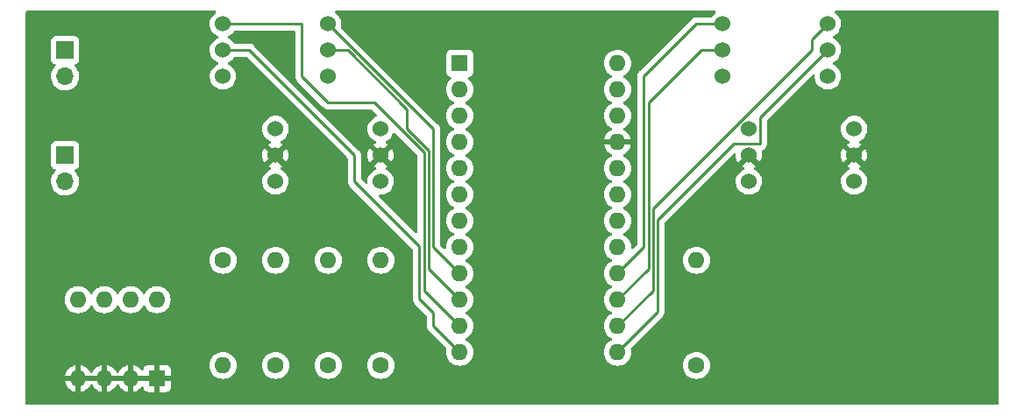
<source format=gbr>
%TF.GenerationSoftware,KiCad,Pcbnew,(6.0.5)*%
%TF.CreationDate,2023-04-11T14:57:44-04:00*%
%TF.ProjectId,Robot Controller PCB,526f626f-7420-4436-9f6e-74726f6c6c65,rev?*%
%TF.SameCoordinates,Original*%
%TF.FileFunction,Copper,L1,Top*%
%TF.FilePolarity,Positive*%
%FSLAX46Y46*%
G04 Gerber Fmt 4.6, Leading zero omitted, Abs format (unit mm)*
G04 Created by KiCad (PCBNEW (6.0.5)) date 2023-04-11 14:57:44*
%MOMM*%
%LPD*%
G01*
G04 APERTURE LIST*
%TA.AperFunction,ComponentPad*%
%ADD10C,1.524000*%
%TD*%
%TA.AperFunction,ComponentPad*%
%ADD11C,1.600000*%
%TD*%
%TA.AperFunction,ComponentPad*%
%ADD12O,1.600000X1.600000*%
%TD*%
%TA.AperFunction,ComponentPad*%
%ADD13R,1.700000X1.700000*%
%TD*%
%TA.AperFunction,ComponentPad*%
%ADD14O,1.700000X1.700000*%
%TD*%
%TA.AperFunction,ComponentPad*%
%ADD15R,1.600000X1.600000*%
%TD*%
%TA.AperFunction,Conductor*%
%ADD16C,0.250000*%
%TD*%
G04 APERTURE END LIST*
D10*
%TO.P,gnd\u002C led\u002C push,1,Button*%
%TO.N,Net-(U1-Pad11)*%
X93980000Y-96520000D03*
%TO.P,gnd\u002C led\u002C push,2,LED*%
%TO.N,Net-(U1-Pad12)*%
X93980000Y-99060000D03*
%TO.P,gnd\u002C led\u002C push,3,GND*%
%TO.N,GND*%
X93980000Y-101600000D03*
%TD*%
%TO.P,gnd\u002C vcc\u002C dtb,1,DTB*%
%TO.N,Net-(U1-Pad18)*%
X144780000Y-106680000D03*
%TO.P,gnd\u002C vcc\u002C dtb,2,VCC*%
%TO.N,+5V*%
X144780000Y-109220000D03*
%TO.P,gnd\u002C vcc\u002C dtb,3,GND*%
%TO.N,GND*%
X144780000Y-111760000D03*
%TD*%
%TO.P,gnd\u002C led\u002C push,3,GND*%
%TO.N,GND*%
X142240000Y-101600000D03*
%TO.P,gnd\u002C led\u002C push,2,LED*%
%TO.N,Net-(U1-Pad15)*%
X142240000Y-99060000D03*
%TO.P,gnd\u002C led\u002C push,1,Button*%
%TO.N,Net-(U1-Pad16)*%
X142240000Y-96520000D03*
%TD*%
%TO.P,gnd\u002C vcc\u002C dtb,1,DTB*%
%TO.N,Net-(U1-Pad19)*%
X109220000Y-106680000D03*
%TO.P,gnd\u002C vcc\u002C dtb,2,VCC*%
%TO.N,+5V*%
X109220000Y-109220000D03*
%TO.P,gnd\u002C vcc\u002C dtb,3,GND*%
%TO.N,GND*%
X109220000Y-111760000D03*
%TD*%
D11*
%TO.P,R2(20k),1*%
%TO.N,Net-(R2-Pad1)*%
X99060000Y-129540000D03*
D12*
%TO.P,R2(20k),2*%
%TO.N,Net-(R1-Pad1)*%
X99060000Y-119380000D03*
%TD*%
D11*
%TO.P,R5(10k),1*%
%TO.N,Net-(R1-Pad1)*%
X139700000Y-129540000D03*
D12*
%TO.P,R5(10k),2*%
%TO.N,GND*%
X139700000Y-119380000D03*
%TD*%
D11*
%TO.P,R4(80k),1*%
%TO.N,Net-(R4-Pad1)*%
X109220000Y-129540000D03*
D12*
%TO.P,R4(80k),2*%
%TO.N,Net-(R1-Pad1)*%
X109220000Y-119380000D03*
%TD*%
D13*
%TO.P,Toggle,1,1*%
%TO.N,GND*%
X78740000Y-99060000D03*
D14*
%TO.P,Toggle,2,2*%
%TO.N,Net-(SW2-Pad2)*%
X78740000Y-101600000D03*
%TD*%
D12*
%TO.P,Arduino Leonardo ,24,RAW*%
%TO.N,unconnected-(U1-Pad24)*%
X132080000Y-100330000D03*
%TO.P,Arduino Leonardo ,23,GND*%
%TO.N,GND*%
X132080000Y-102870000D03*
%TO.P,Arduino Leonardo ,22,RST*%
%TO.N,unconnected-(U1-Pad22)*%
X132080000Y-105410000D03*
%TO.P,Arduino Leonardo ,21,VCC*%
%TO.N,+5V*%
X132080000Y-107950000D03*
%TO.P,Arduino Leonardo ,20,D21/A3*%
%TO.N,Net-(U1-Pad20)*%
X132080000Y-110490000D03*
%TO.P,Arduino Leonardo ,19,D20/A2*%
%TO.N,Net-(U1-Pad19)*%
X132080000Y-113030000D03*
%TO.P,Arduino Leonardo ,18,D19/A1*%
%TO.N,Net-(U1-Pad18)*%
X132080000Y-115570000D03*
%TO.P,Arduino Leonardo ,17,D18/A0*%
%TO.N,Net-(U1-Pad17)*%
X132080000Y-118110000D03*
%TO.P,Arduino Leonardo ,16,D15*%
%TO.N,Net-(U1-Pad16)*%
X132080000Y-120650000D03*
%TO.P,Arduino Leonardo ,15,D14*%
%TO.N,Net-(U1-Pad15)*%
X132080000Y-123190000D03*
%TO.P,Arduino Leonardo ,14,D16*%
%TO.N,Net-(U1-Pad14)*%
X132080000Y-125730000D03*
%TO.P,Arduino Leonardo ,13,~D10/A10*%
%TO.N,Net-(U1-Pad13)*%
X132080000Y-128270000D03*
%TO.P,Arduino Leonardo ,12,~D9/A9*%
%TO.N,Net-(U1-Pad12)*%
X116840000Y-128270000D03*
%TO.P,Arduino Leonardo ,11,D8/A8*%
%TO.N,Net-(U1-Pad11)*%
X116840000Y-125730000D03*
%TO.P,Arduino Leonardo ,10,D7*%
%TO.N,Net-(U1-Pad10)*%
X116840000Y-123190000D03*
%TO.P,Arduino Leonardo ,9,~D6/A7*%
%TO.N,Net-(U1-Pad9)*%
X116840000Y-120650000D03*
%TO.P,Arduino Leonardo ,8,~D5*%
%TO.N,unconnected-(U1-Pad8)*%
X116840000Y-118110000D03*
%TO.P,Arduino Leonardo ,7,D4/A6*%
%TO.N,Net-(R1-Pad1)*%
X116840000Y-115570000D03*
%TO.P,Arduino Leonardo ,6,~D3*%
%TO.N,Net-(SW3-Pad2)*%
X116840000Y-113030000D03*
%TO.P,Arduino Leonardo ,5,D2*%
%TO.N,Net-(SW2-Pad2)*%
X116840000Y-110490000D03*
%TO.P,Arduino Leonardo ,4,GND*%
%TO.N,GND*%
X116840000Y-107950000D03*
%TO.P,Arduino Leonardo ,3,GND*%
X116840000Y-105410000D03*
%TO.P,Arduino Leonardo ,2,D0/RX*%
%TO.N,unconnected-(U1-Pad2)*%
X116840000Y-102870000D03*
D15*
%TO.P,Arduino Leonardo ,1,D1/TX*%
%TO.N,unconnected-(U1-Pad1)*%
X116840000Y-100330000D03*
%TD*%
D13*
%TO.P,Toggle,1,1*%
%TO.N,GND*%
X78740000Y-109220000D03*
D14*
%TO.P,Toggle,2,2*%
%TO.N,Net-(SW3-Pad2)*%
X78740000Y-111760000D03*
%TD*%
D10*
%TO.P,gnd\u002C vcc\u002C dtb,1,DTB*%
%TO.N,Net-(U1-Pad20)*%
X99060000Y-106680000D03*
%TO.P,gnd\u002C vcc\u002C dtb,2,VCC*%
%TO.N,+5V*%
X99060000Y-109220000D03*
%TO.P,gnd\u002C vcc\u002C dtb,3,GND*%
%TO.N,GND*%
X99060000Y-111760000D03*
%TD*%
%TO.P,gnd\u002C led\u002C push,1,Button*%
%TO.N,Net-(U1-Pad9)*%
X104140000Y-96520000D03*
%TO.P,gnd\u002C led\u002C push,2,LED*%
%TO.N,Net-(U1-Pad10)*%
X104140000Y-99060000D03*
%TO.P,gnd\u002C led\u002C push,3,GND*%
%TO.N,GND*%
X104140000Y-101600000D03*
%TD*%
D11*
%TO.P,R3(40k),1*%
%TO.N,Net-(R3-Pad1)*%
X104140000Y-129540000D03*
D12*
%TO.P,R3(40k),2*%
%TO.N,Net-(R1-Pad1)*%
X104140000Y-119380000D03*
%TD*%
D10*
%TO.P,gnd\u002C vcc\u002C dtb,3,GND*%
%TO.N,GND*%
X154940000Y-111760000D03*
%TO.P,gnd\u002C vcc\u002C dtb,2,VCC*%
%TO.N,+5V*%
X154940000Y-109220000D03*
%TO.P,gnd\u002C vcc\u002C dtb,1,DTB*%
%TO.N,Net-(U1-Pad17)*%
X154940000Y-106680000D03*
%TD*%
%TO.P,gnd\u002C led\u002C push,1,Button*%
%TO.N,Net-(U1-Pad14)*%
X152400000Y-96520000D03*
%TO.P,gnd\u002C led\u002C push,2,LED*%
%TO.N,Net-(U1-Pad13)*%
X152400000Y-99060000D03*
%TO.P,gnd\u002C led\u002C push,3,GND*%
%TO.N,GND*%
X152400000Y-101600000D03*
%TD*%
D11*
%TO.P,R1(10k),1*%
%TO.N,Net-(R1-Pad1)*%
X93980000Y-119380000D03*
D12*
%TO.P,R1(10k),2*%
%TO.N,Net-(R1-Pad2)*%
X93980000Y-129540000D03*
%TD*%
D15*
%TO.P,Dipswitch,1*%
%TO.N,+5V*%
X87620000Y-130800000D03*
D12*
%TO.P,Dipswitch,2*%
X85080000Y-130800000D03*
%TO.P,Dipswitch,3*%
X82540000Y-130800000D03*
%TO.P,Dipswitch,4*%
X80000000Y-130800000D03*
%TO.P,Dipswitch,5*%
%TO.N,Net-(R4-Pad1)*%
X80000000Y-123180000D03*
%TO.P,Dipswitch,6*%
%TO.N,Net-(R3-Pad1)*%
X82540000Y-123180000D03*
%TO.P,Dipswitch,7*%
%TO.N,Net-(R2-Pad1)*%
X85080000Y-123180000D03*
%TO.P,Dipswitch,8*%
%TO.N,Net-(R1-Pad2)*%
X87620000Y-123180000D03*
%TD*%
D16*
%TO.N,Net-(U1-Pad13)*%
X145866511Y-108133489D02*
X145866511Y-105593489D01*
X145866511Y-105593489D02*
X152400000Y-99060000D01*
%TO.N,Net-(U1-Pad14)*%
X150863440Y-98056560D02*
X152400000Y-96520000D01*
X150863440Y-99060000D02*
X150863440Y-98056560D01*
%TO.N,Net-(U1-Pad15)*%
X140149520Y-99060000D02*
X142240000Y-99060000D01*
X135069520Y-104140000D02*
X140149520Y-99060000D01*
X135069520Y-120200480D02*
X135069520Y-104140000D01*
X132080000Y-123190000D02*
X135069520Y-120200480D01*
%TO.N,Net-(U1-Pad16)*%
X139700000Y-96520000D02*
X142240000Y-96520000D01*
X134620000Y-118110000D02*
X134620000Y-101600000D01*
X132080000Y-120650000D02*
X134620000Y-118110000D01*
X134620000Y-101600000D02*
X139700000Y-96520000D01*
%TO.N,Net-(U1-Pad13)*%
X143326511Y-108133489D02*
X135968560Y-115491440D01*
X135968560Y-124381440D02*
X132080000Y-128270000D01*
X145866511Y-108133489D02*
X143326511Y-108133489D01*
X135968560Y-115491440D02*
X135968560Y-124381440D01*
%TO.N,Net-(U1-Pad12)*%
X114300000Y-125730000D02*
X116840000Y-128270000D01*
X112951440Y-118031440D02*
X112951440Y-123111440D01*
X106680000Y-109220000D02*
X106680000Y-111760000D01*
X93980000Y-99060000D02*
X96520000Y-99060000D01*
X106680000Y-111760000D02*
X112951440Y-118031440D01*
X114300000Y-124460000D02*
X114300000Y-125730000D01*
X112951440Y-123111440D02*
X114300000Y-124460000D01*
X96520000Y-99060000D02*
X106680000Y-109220000D01*
%TO.N,Net-(U1-Pad14)*%
X135519040Y-122290960D02*
X132080000Y-125730000D01*
X150863440Y-99060000D02*
X135519040Y-114404400D01*
X135519040Y-114404400D02*
X135519040Y-122290960D01*
%TO.N,Net-(U1-Pad11)*%
X113400960Y-108956677D02*
X113400960Y-122290960D01*
X104140000Y-104140000D02*
X108584283Y-104140000D01*
X101600000Y-96520000D02*
X101600000Y-101600000D01*
X93980000Y-96520000D02*
X101600000Y-96520000D01*
X101600000Y-101600000D02*
X104140000Y-104140000D01*
X108584283Y-104140000D02*
X113400960Y-108956677D01*
X113400960Y-122290960D02*
X116840000Y-125730000D01*
%TO.N,Net-(U1-Pad10)*%
X113850480Y-108770480D02*
X113850480Y-120200480D01*
X113850480Y-120200480D02*
X116840000Y-123190000D01*
X106044282Y-99060000D02*
X111760000Y-104775718D01*
X111760000Y-106680000D02*
X113850480Y-108770480D01*
X104140000Y-99060000D02*
X106044282Y-99060000D01*
X111760000Y-104775718D02*
X111760000Y-106680000D01*
%TO.N,Net-(U1-Pad9)*%
X104140000Y-96520000D02*
X104140000Y-96840300D01*
X104140000Y-96520000D02*
X114300000Y-106680000D01*
X114300000Y-118110000D02*
X116840000Y-120650000D01*
X114300000Y-106680000D02*
X114300000Y-118110000D01*
%TD*%
%TA.AperFunction,Conductor*%
%TO.N,+5V*%
G36*
X93247199Y-95270002D02*
G01*
X93293692Y-95323658D01*
X93303796Y-95393932D01*
X93274302Y-95458512D01*
X93251349Y-95479213D01*
X93164730Y-95539864D01*
X93164727Y-95539866D01*
X93160219Y-95543023D01*
X93003023Y-95700219D01*
X92999866Y-95704727D01*
X92999864Y-95704730D01*
X92878669Y-95877815D01*
X92875512Y-95882324D01*
X92873189Y-95887306D01*
X92873186Y-95887311D01*
X92792364Y-96060634D01*
X92781560Y-96083804D01*
X92780138Y-96089112D01*
X92780137Y-96089114D01*
X92775253Y-96107341D01*
X92724022Y-96298537D01*
X92704647Y-96520000D01*
X92724022Y-96741463D01*
X92781560Y-96956196D01*
X92783882Y-96961177D01*
X92783883Y-96961178D01*
X92873186Y-97152689D01*
X92873189Y-97152694D01*
X92875512Y-97157676D01*
X92878668Y-97162183D01*
X92878669Y-97162185D01*
X92924164Y-97227158D01*
X93003023Y-97339781D01*
X93160219Y-97496977D01*
X93164727Y-97500134D01*
X93164730Y-97500136D01*
X93240096Y-97552908D01*
X93342323Y-97624488D01*
X93347305Y-97626811D01*
X93347310Y-97626814D01*
X93452373Y-97675805D01*
X93505658Y-97722722D01*
X93525119Y-97790999D01*
X93504577Y-97858959D01*
X93452373Y-97904195D01*
X93347311Y-97953186D01*
X93347306Y-97953189D01*
X93342324Y-97955512D01*
X93337817Y-97958668D01*
X93337815Y-97958669D01*
X93164730Y-98079864D01*
X93164727Y-98079866D01*
X93160219Y-98083023D01*
X93003023Y-98240219D01*
X92999866Y-98244727D01*
X92999864Y-98244730D01*
X92878669Y-98417815D01*
X92875512Y-98422324D01*
X92873189Y-98427306D01*
X92873186Y-98427311D01*
X92792364Y-98600634D01*
X92781560Y-98623804D01*
X92780138Y-98629112D01*
X92780137Y-98629114D01*
X92777921Y-98637384D01*
X92724022Y-98838537D01*
X92704647Y-99060000D01*
X92724022Y-99281463D01*
X92735367Y-99323802D01*
X92778748Y-99485700D01*
X92781560Y-99496196D01*
X92783882Y-99501177D01*
X92783883Y-99501178D01*
X92873186Y-99692689D01*
X92873189Y-99692694D01*
X92875512Y-99697676D01*
X92878668Y-99702183D01*
X92878669Y-99702185D01*
X92879171Y-99702901D01*
X93003023Y-99879781D01*
X93160219Y-100036977D01*
X93164727Y-100040134D01*
X93164730Y-100040136D01*
X93240495Y-100093187D01*
X93342323Y-100164488D01*
X93347305Y-100166811D01*
X93347310Y-100166814D01*
X93452373Y-100215805D01*
X93505658Y-100262722D01*
X93525119Y-100330999D01*
X93504577Y-100398959D01*
X93452373Y-100444195D01*
X93347311Y-100493186D01*
X93347306Y-100493189D01*
X93342324Y-100495512D01*
X93337817Y-100498668D01*
X93337815Y-100498669D01*
X93164730Y-100619864D01*
X93164727Y-100619866D01*
X93160219Y-100623023D01*
X93003023Y-100780219D01*
X92999866Y-100784727D01*
X92999864Y-100784730D01*
X92880052Y-100955840D01*
X92875512Y-100962324D01*
X92873189Y-100967306D01*
X92873186Y-100967311D01*
X92784429Y-101157651D01*
X92781560Y-101163804D01*
X92780138Y-101169112D01*
X92780137Y-101169114D01*
X92766797Y-101218900D01*
X92724022Y-101378537D01*
X92704647Y-101600000D01*
X92724022Y-101821463D01*
X92734992Y-101862404D01*
X92778748Y-102025700D01*
X92781560Y-102036196D01*
X92783882Y-102041177D01*
X92783883Y-102041178D01*
X92873186Y-102232689D01*
X92873189Y-102232694D01*
X92875512Y-102237676D01*
X92878668Y-102242183D01*
X92878669Y-102242185D01*
X92989655Y-102400689D01*
X93003023Y-102419781D01*
X93160219Y-102576977D01*
X93164727Y-102580134D01*
X93164730Y-102580136D01*
X93240495Y-102633187D01*
X93342323Y-102704488D01*
X93347305Y-102706811D01*
X93347310Y-102706814D01*
X93538822Y-102796117D01*
X93543804Y-102798440D01*
X93549112Y-102799862D01*
X93549114Y-102799863D01*
X93614949Y-102817503D01*
X93758537Y-102855978D01*
X93980000Y-102875353D01*
X94201463Y-102855978D01*
X94345051Y-102817503D01*
X94410886Y-102799863D01*
X94410888Y-102799862D01*
X94416196Y-102798440D01*
X94421178Y-102796117D01*
X94612690Y-102706814D01*
X94612695Y-102706811D01*
X94617677Y-102704488D01*
X94719505Y-102633187D01*
X94795270Y-102580136D01*
X94795273Y-102580134D01*
X94799781Y-102576977D01*
X94956977Y-102419781D01*
X94970346Y-102400689D01*
X95081331Y-102242185D01*
X95081332Y-102242183D01*
X95084488Y-102237676D01*
X95086811Y-102232694D01*
X95086814Y-102232689D01*
X95176117Y-102041178D01*
X95176118Y-102041177D01*
X95178440Y-102036196D01*
X95181253Y-102025700D01*
X95225008Y-101862404D01*
X95235978Y-101821463D01*
X95255353Y-101600000D01*
X95235978Y-101378537D01*
X95193203Y-101218900D01*
X95179863Y-101169114D01*
X95179862Y-101169112D01*
X95178440Y-101163804D01*
X95175571Y-101157651D01*
X95086814Y-100967311D01*
X95086811Y-100967306D01*
X95084488Y-100962324D01*
X95079948Y-100955840D01*
X94960136Y-100784730D01*
X94960134Y-100784727D01*
X94956977Y-100780219D01*
X94799781Y-100623023D01*
X94795273Y-100619866D01*
X94795270Y-100619864D01*
X94643706Y-100513738D01*
X94617677Y-100495512D01*
X94612695Y-100493189D01*
X94612690Y-100493186D01*
X94507627Y-100444195D01*
X94454342Y-100397278D01*
X94434881Y-100329001D01*
X94455423Y-100261041D01*
X94507627Y-100215805D01*
X94612690Y-100166814D01*
X94612695Y-100166811D01*
X94617677Y-100164488D01*
X94719505Y-100093187D01*
X94795270Y-100040136D01*
X94795273Y-100040134D01*
X94799781Y-100036977D01*
X94956977Y-99879781D01*
X95049791Y-99747229D01*
X95105248Y-99702901D01*
X95153004Y-99693500D01*
X96205406Y-99693500D01*
X96273527Y-99713502D01*
X96294501Y-99730405D01*
X106009595Y-109445500D01*
X106043621Y-109507812D01*
X106046500Y-109534595D01*
X106046500Y-111681233D01*
X106045973Y-111692416D01*
X106044298Y-111699909D01*
X106044547Y-111707835D01*
X106044547Y-111707836D01*
X106046438Y-111767986D01*
X106046500Y-111771945D01*
X106046500Y-111799856D01*
X106046997Y-111803790D01*
X106046997Y-111803791D01*
X106047005Y-111803856D01*
X106047938Y-111815693D01*
X106049327Y-111859889D01*
X106054978Y-111879339D01*
X106058987Y-111898700D01*
X106061526Y-111918797D01*
X106064445Y-111926168D01*
X106064445Y-111926170D01*
X106077804Y-111959912D01*
X106081649Y-111971142D01*
X106086191Y-111986776D01*
X106093982Y-112013593D01*
X106098015Y-112020412D01*
X106098017Y-112020417D01*
X106104293Y-112031028D01*
X106112988Y-112048776D01*
X106120448Y-112067617D01*
X106125110Y-112074033D01*
X106125110Y-112074034D01*
X106146436Y-112103387D01*
X106152952Y-112113307D01*
X106175458Y-112151362D01*
X106189779Y-112165683D01*
X106202619Y-112180716D01*
X106214528Y-112197107D01*
X106248605Y-112225298D01*
X106257384Y-112233288D01*
X112281035Y-118256939D01*
X112315061Y-118319251D01*
X112317940Y-118346034D01*
X112317940Y-123032673D01*
X112317413Y-123043856D01*
X112315738Y-123051349D01*
X112315987Y-123059275D01*
X112315987Y-123059276D01*
X112317878Y-123119426D01*
X112317940Y-123123385D01*
X112317940Y-123151296D01*
X112318437Y-123155230D01*
X112318437Y-123155231D01*
X112318445Y-123155296D01*
X112319378Y-123167133D01*
X112320767Y-123211329D01*
X112325436Y-123227400D01*
X112326418Y-123230779D01*
X112330427Y-123250140D01*
X112332966Y-123270237D01*
X112335885Y-123277608D01*
X112335885Y-123277610D01*
X112349244Y-123311352D01*
X112353089Y-123322582D01*
X112363211Y-123357423D01*
X112365422Y-123365033D01*
X112369455Y-123371852D01*
X112369457Y-123371857D01*
X112375733Y-123382468D01*
X112384428Y-123400216D01*
X112391888Y-123419057D01*
X112396550Y-123425473D01*
X112396550Y-123425474D01*
X112417876Y-123454827D01*
X112424392Y-123464747D01*
X112442846Y-123495950D01*
X112446898Y-123502802D01*
X112461219Y-123517123D01*
X112474059Y-123532156D01*
X112485968Y-123548547D01*
X112492074Y-123553598D01*
X112520045Y-123576738D01*
X112528824Y-123584728D01*
X113629595Y-124685500D01*
X113663621Y-124747812D01*
X113666500Y-124774595D01*
X113666500Y-125651233D01*
X113665973Y-125662416D01*
X113664298Y-125669909D01*
X113664547Y-125677835D01*
X113664547Y-125677836D01*
X113666438Y-125737986D01*
X113666500Y-125741945D01*
X113666500Y-125769856D01*
X113666997Y-125773790D01*
X113666997Y-125773791D01*
X113667005Y-125773856D01*
X113667938Y-125785693D01*
X113669327Y-125829889D01*
X113674978Y-125849339D01*
X113678987Y-125868700D01*
X113681526Y-125888797D01*
X113684445Y-125896168D01*
X113684445Y-125896170D01*
X113697804Y-125929912D01*
X113701649Y-125941142D01*
X113713982Y-125983593D01*
X113718015Y-125990412D01*
X113718017Y-125990417D01*
X113724293Y-126001028D01*
X113732988Y-126018776D01*
X113740448Y-126037617D01*
X113745110Y-126044033D01*
X113745110Y-126044034D01*
X113766436Y-126073387D01*
X113772952Y-126083307D01*
X113795458Y-126121362D01*
X113809779Y-126135683D01*
X113822619Y-126150716D01*
X113834528Y-126167107D01*
X113849198Y-126179243D01*
X113868605Y-126195298D01*
X113877384Y-126203288D01*
X115530848Y-127856752D01*
X115564874Y-127919064D01*
X115563459Y-127978459D01*
X115547882Y-128036591D01*
X115547881Y-128036598D01*
X115546457Y-128041913D01*
X115526502Y-128270000D01*
X115546457Y-128498087D01*
X115547881Y-128503400D01*
X115547881Y-128503402D01*
X115599408Y-128695700D01*
X115605716Y-128719243D01*
X115608039Y-128724224D01*
X115608039Y-128724225D01*
X115700151Y-128921762D01*
X115700154Y-128921767D01*
X115702477Y-128926749D01*
X115705634Y-128931257D01*
X115813829Y-129085775D01*
X115833802Y-129114300D01*
X115995700Y-129276198D01*
X116000208Y-129279355D01*
X116000211Y-129279357D01*
X116046706Y-129311913D01*
X116183251Y-129407523D01*
X116188233Y-129409846D01*
X116188238Y-129409849D01*
X116384834Y-129501522D01*
X116390757Y-129504284D01*
X116396065Y-129505706D01*
X116396067Y-129505707D01*
X116606598Y-129562119D01*
X116606600Y-129562119D01*
X116611913Y-129563543D01*
X116840000Y-129583498D01*
X117068087Y-129563543D01*
X117073400Y-129562119D01*
X117073402Y-129562119D01*
X117283933Y-129505707D01*
X117283935Y-129505706D01*
X117289243Y-129504284D01*
X117295166Y-129501522D01*
X117491762Y-129409849D01*
X117491767Y-129409846D01*
X117496749Y-129407523D01*
X117633294Y-129311913D01*
X117679789Y-129279357D01*
X117679792Y-129279355D01*
X117684300Y-129276198D01*
X117846198Y-129114300D01*
X117866172Y-129085775D01*
X117974366Y-128931257D01*
X117977523Y-128926749D01*
X117979846Y-128921767D01*
X117979849Y-128921762D01*
X118071961Y-128724225D01*
X118071961Y-128724224D01*
X118074284Y-128719243D01*
X118080593Y-128695700D01*
X118132119Y-128503402D01*
X118132119Y-128503400D01*
X118133543Y-128498087D01*
X118153498Y-128270000D01*
X118133543Y-128041913D01*
X118132117Y-128036591D01*
X118075707Y-127826067D01*
X118075706Y-127826065D01*
X118074284Y-127820757D01*
X118071961Y-127815775D01*
X117979849Y-127618238D01*
X117979846Y-127618233D01*
X117977523Y-127613251D01*
X117846198Y-127425700D01*
X117684300Y-127263802D01*
X117679792Y-127260645D01*
X117679789Y-127260643D01*
X117601611Y-127205902D01*
X117496749Y-127132477D01*
X117491767Y-127130154D01*
X117491762Y-127130151D01*
X117457543Y-127114195D01*
X117404258Y-127067278D01*
X117384797Y-126999001D01*
X117405339Y-126931041D01*
X117457543Y-126885805D01*
X117491762Y-126869849D01*
X117491767Y-126869846D01*
X117496749Y-126867523D01*
X117601611Y-126794098D01*
X117679789Y-126739357D01*
X117679792Y-126739355D01*
X117684300Y-126736198D01*
X117846198Y-126574300D01*
X117977523Y-126386749D01*
X117979846Y-126381767D01*
X117979849Y-126381762D01*
X118071961Y-126184225D01*
X118071961Y-126184224D01*
X118074284Y-126179243D01*
X118076183Y-126172158D01*
X118132119Y-125963402D01*
X118132119Y-125963400D01*
X118133543Y-125958087D01*
X118153498Y-125730000D01*
X118133543Y-125501913D01*
X118132117Y-125496591D01*
X118075707Y-125286067D01*
X118075706Y-125286065D01*
X118074284Y-125280757D01*
X118071961Y-125275775D01*
X117979849Y-125078238D01*
X117979846Y-125078233D01*
X117977523Y-125073251D01*
X117880368Y-124934500D01*
X117849357Y-124890211D01*
X117849355Y-124890208D01*
X117846198Y-124885700D01*
X117684300Y-124723802D01*
X117679792Y-124720645D01*
X117679789Y-124720643D01*
X117586402Y-124655253D01*
X117496749Y-124592477D01*
X117491767Y-124590154D01*
X117491762Y-124590151D01*
X117457543Y-124574195D01*
X117404258Y-124527278D01*
X117384797Y-124459001D01*
X117405339Y-124391041D01*
X117457543Y-124345805D01*
X117491762Y-124329849D01*
X117491767Y-124329846D01*
X117496749Y-124327523D01*
X117601611Y-124254098D01*
X117679789Y-124199357D01*
X117679792Y-124199355D01*
X117684300Y-124196198D01*
X117846198Y-124034300D01*
X117850472Y-124028197D01*
X117974366Y-123851257D01*
X117977523Y-123846749D01*
X117979846Y-123841767D01*
X117979849Y-123841762D01*
X118071961Y-123644225D01*
X118071961Y-123644224D01*
X118074284Y-123639243D01*
X118078387Y-123623933D01*
X118132119Y-123423402D01*
X118132119Y-123423400D01*
X118133543Y-123418087D01*
X118153498Y-123190000D01*
X118133543Y-122961913D01*
X118132117Y-122956591D01*
X118075707Y-122746067D01*
X118075706Y-122746065D01*
X118074284Y-122740757D01*
X117991142Y-122562457D01*
X117979849Y-122538238D01*
X117979846Y-122538233D01*
X117977523Y-122533251D01*
X117846198Y-122345700D01*
X117684300Y-122183802D01*
X117679792Y-122180645D01*
X117679789Y-122180643D01*
X117601611Y-122125902D01*
X117496749Y-122052477D01*
X117491767Y-122050154D01*
X117491762Y-122050151D01*
X117457543Y-122034195D01*
X117404258Y-121987278D01*
X117384797Y-121919001D01*
X117405339Y-121851041D01*
X117457543Y-121805805D01*
X117491762Y-121789849D01*
X117491767Y-121789846D01*
X117496749Y-121787523D01*
X117601611Y-121714098D01*
X117679789Y-121659357D01*
X117679792Y-121659355D01*
X117684300Y-121656198D01*
X117846198Y-121494300D01*
X117977523Y-121306749D01*
X117979846Y-121301767D01*
X117979849Y-121301762D01*
X118071961Y-121104225D01*
X118071961Y-121104224D01*
X118074284Y-121099243D01*
X118133543Y-120878087D01*
X118153498Y-120650000D01*
X118133543Y-120421913D01*
X118122929Y-120382301D01*
X118075707Y-120206067D01*
X118075706Y-120206065D01*
X118074284Y-120200757D01*
X118071961Y-120195775D01*
X117979849Y-119998238D01*
X117979846Y-119998233D01*
X117977523Y-119993251D01*
X117902344Y-119885885D01*
X117849357Y-119810211D01*
X117849355Y-119810208D01*
X117846198Y-119805700D01*
X117684300Y-119643802D01*
X117679792Y-119640645D01*
X117679789Y-119640643D01*
X117601611Y-119585902D01*
X117496749Y-119512477D01*
X117491767Y-119510154D01*
X117491762Y-119510151D01*
X117457543Y-119494195D01*
X117404258Y-119447278D01*
X117384797Y-119379001D01*
X117405339Y-119311041D01*
X117457543Y-119265805D01*
X117491762Y-119249849D01*
X117491767Y-119249846D01*
X117496749Y-119247523D01*
X117633294Y-119151913D01*
X117679789Y-119119357D01*
X117679792Y-119119355D01*
X117684300Y-119116198D01*
X117846198Y-118954300D01*
X117866172Y-118925775D01*
X117974366Y-118771257D01*
X117977523Y-118766749D01*
X117979846Y-118761767D01*
X117979849Y-118761762D01*
X118071961Y-118564225D01*
X118071961Y-118564224D01*
X118074284Y-118559243D01*
X118080593Y-118535700D01*
X118132119Y-118343402D01*
X118132119Y-118343400D01*
X118133543Y-118338087D01*
X118153498Y-118110000D01*
X118133543Y-117881913D01*
X118128616Y-117863526D01*
X118075707Y-117666067D01*
X118075706Y-117666065D01*
X118074284Y-117660757D01*
X118071961Y-117655775D01*
X117979849Y-117458238D01*
X117979846Y-117458233D01*
X117977523Y-117453251D01*
X117846198Y-117265700D01*
X117684300Y-117103802D01*
X117679792Y-117100645D01*
X117679789Y-117100643D01*
X117601611Y-117045902D01*
X117496749Y-116972477D01*
X117491767Y-116970154D01*
X117491762Y-116970151D01*
X117457543Y-116954195D01*
X117404258Y-116907278D01*
X117384797Y-116839001D01*
X117405339Y-116771041D01*
X117457543Y-116725805D01*
X117491762Y-116709849D01*
X117491767Y-116709846D01*
X117496749Y-116707523D01*
X117601611Y-116634098D01*
X117679789Y-116579357D01*
X117679792Y-116579355D01*
X117684300Y-116576198D01*
X117846198Y-116414300D01*
X117977523Y-116226749D01*
X117979846Y-116221767D01*
X117979849Y-116221762D01*
X118071961Y-116024225D01*
X118071961Y-116024224D01*
X118074284Y-116019243D01*
X118133543Y-115798087D01*
X118153498Y-115570000D01*
X118133543Y-115341913D01*
X118074284Y-115120757D01*
X118071961Y-115115775D01*
X117979849Y-114918238D01*
X117979846Y-114918233D01*
X117977523Y-114913251D01*
X117846198Y-114725700D01*
X117684300Y-114563802D01*
X117679792Y-114560645D01*
X117679789Y-114560643D01*
X117601611Y-114505902D01*
X117496749Y-114432477D01*
X117491767Y-114430154D01*
X117491762Y-114430151D01*
X117457543Y-114414195D01*
X117404258Y-114367278D01*
X117384797Y-114299001D01*
X117405339Y-114231041D01*
X117457543Y-114185805D01*
X117491762Y-114169849D01*
X117491767Y-114169846D01*
X117496749Y-114167523D01*
X117601611Y-114094098D01*
X117679789Y-114039357D01*
X117679792Y-114039355D01*
X117684300Y-114036198D01*
X117846198Y-113874300D01*
X117977523Y-113686749D01*
X117979846Y-113681767D01*
X117979849Y-113681762D01*
X118071961Y-113484225D01*
X118071961Y-113484224D01*
X118074284Y-113479243D01*
X118133543Y-113258087D01*
X118153498Y-113030000D01*
X118133543Y-112801913D01*
X118074284Y-112580757D01*
X118071961Y-112575775D01*
X117979849Y-112378238D01*
X117979846Y-112378233D01*
X117977523Y-112373251D01*
X117857036Y-112201178D01*
X117849357Y-112190211D01*
X117849355Y-112190208D01*
X117846198Y-112185700D01*
X117684300Y-112023802D01*
X117679792Y-112020645D01*
X117679789Y-112020643D01*
X117544867Y-111926170D01*
X117496749Y-111892477D01*
X117491767Y-111890154D01*
X117491762Y-111890151D01*
X117457543Y-111874195D01*
X117404258Y-111827278D01*
X117384797Y-111759001D01*
X117405339Y-111691041D01*
X117457543Y-111645805D01*
X117491762Y-111629849D01*
X117491767Y-111629846D01*
X117496749Y-111627523D01*
X117632681Y-111532342D01*
X117679789Y-111499357D01*
X117679792Y-111499355D01*
X117684300Y-111496198D01*
X117846198Y-111334300D01*
X117849830Y-111329114D01*
X117974366Y-111151257D01*
X117977523Y-111146749D01*
X117979846Y-111141767D01*
X117979849Y-111141762D01*
X118071961Y-110944225D01*
X118071961Y-110944224D01*
X118074284Y-110939243D01*
X118076060Y-110932617D01*
X118132119Y-110723402D01*
X118132119Y-110723400D01*
X118133543Y-110718087D01*
X118153498Y-110490000D01*
X118133543Y-110261913D01*
X118109574Y-110172460D01*
X118075707Y-110046067D01*
X118075706Y-110046065D01*
X118074284Y-110040757D01*
X118015242Y-109914140D01*
X117979849Y-109838238D01*
X117979846Y-109838233D01*
X117977523Y-109833251D01*
X117846198Y-109645700D01*
X117684300Y-109483802D01*
X117679792Y-109480645D01*
X117679789Y-109480643D01*
X117601611Y-109425902D01*
X117496749Y-109352477D01*
X117491767Y-109350154D01*
X117491762Y-109350151D01*
X117457543Y-109334195D01*
X117404258Y-109287278D01*
X117384797Y-109219001D01*
X117405339Y-109151041D01*
X117457543Y-109105805D01*
X117491762Y-109089849D01*
X117491767Y-109089846D01*
X117496749Y-109087523D01*
X117658845Y-108974022D01*
X117679789Y-108959357D01*
X117679792Y-108959355D01*
X117684300Y-108956198D01*
X117846198Y-108794300D01*
X117854186Y-108782893D01*
X117915057Y-108695960D01*
X117977523Y-108606749D01*
X117979846Y-108601767D01*
X117979849Y-108601762D01*
X118071961Y-108404225D01*
X118071961Y-108404224D01*
X118074284Y-108399243D01*
X118082509Y-108368549D01*
X118132119Y-108183402D01*
X118132119Y-108183400D01*
X118133543Y-108178087D01*
X118153498Y-107950000D01*
X118133543Y-107721913D01*
X118074284Y-107500757D01*
X118071961Y-107495775D01*
X117979849Y-107298238D01*
X117979846Y-107298233D01*
X117977523Y-107293251D01*
X117853878Y-107116668D01*
X117849357Y-107110211D01*
X117849355Y-107110208D01*
X117846198Y-107105700D01*
X117684300Y-106943802D01*
X117679792Y-106940645D01*
X117679789Y-106940643D01*
X117601611Y-106885902D01*
X117496749Y-106812477D01*
X117491767Y-106810154D01*
X117491762Y-106810151D01*
X117457543Y-106794195D01*
X117404258Y-106747278D01*
X117384797Y-106679001D01*
X117405339Y-106611041D01*
X117457543Y-106565805D01*
X117491762Y-106549849D01*
X117491767Y-106549846D01*
X117496749Y-106547523D01*
X117658845Y-106434022D01*
X117679789Y-106419357D01*
X117679792Y-106419355D01*
X117684300Y-106416198D01*
X117846198Y-106254300D01*
X117849830Y-106249114D01*
X117974366Y-106071257D01*
X117977523Y-106066749D01*
X117979846Y-106061767D01*
X117979849Y-106061762D01*
X118071961Y-105864225D01*
X118071961Y-105864224D01*
X118074284Y-105859243D01*
X118079451Y-105839962D01*
X118132119Y-105643402D01*
X118132119Y-105643400D01*
X118133543Y-105638087D01*
X118153498Y-105410000D01*
X130766502Y-105410000D01*
X130786457Y-105638087D01*
X130787881Y-105643400D01*
X130787881Y-105643402D01*
X130840550Y-105839962D01*
X130845716Y-105859243D01*
X130848039Y-105864224D01*
X130848039Y-105864225D01*
X130940151Y-106061762D01*
X130940154Y-106061767D01*
X130942477Y-106066749D01*
X130945634Y-106071257D01*
X131070171Y-106249114D01*
X131073802Y-106254300D01*
X131235700Y-106416198D01*
X131240208Y-106419355D01*
X131240211Y-106419357D01*
X131261155Y-106434022D01*
X131423251Y-106547523D01*
X131428233Y-106549846D01*
X131428238Y-106549849D01*
X131463049Y-106566081D01*
X131516334Y-106612998D01*
X131535795Y-106681275D01*
X131515253Y-106749235D01*
X131463049Y-106794471D01*
X131428489Y-106810586D01*
X131418993Y-106816069D01*
X131240533Y-106941028D01*
X131232125Y-106948084D01*
X131078084Y-107102125D01*
X131071028Y-107110533D01*
X130946069Y-107288993D01*
X130940586Y-107298489D01*
X130848510Y-107495947D01*
X130844764Y-107506239D01*
X130798606Y-107678503D01*
X130798942Y-107692599D01*
X130806884Y-107696000D01*
X133347967Y-107696000D01*
X133361498Y-107692027D01*
X133362727Y-107683478D01*
X133315236Y-107506239D01*
X133311490Y-107495947D01*
X133219414Y-107298489D01*
X133213931Y-107288993D01*
X133088972Y-107110533D01*
X133081916Y-107102125D01*
X132927875Y-106948084D01*
X132919467Y-106941028D01*
X132741007Y-106816069D01*
X132731511Y-106810586D01*
X132696951Y-106794471D01*
X132643666Y-106747554D01*
X132624205Y-106679277D01*
X132644747Y-106611317D01*
X132696951Y-106566081D01*
X132731762Y-106549849D01*
X132731767Y-106549846D01*
X132736749Y-106547523D01*
X132898845Y-106434022D01*
X132919789Y-106419357D01*
X132919792Y-106419355D01*
X132924300Y-106416198D01*
X133086198Y-106254300D01*
X133089830Y-106249114D01*
X133214366Y-106071257D01*
X133217523Y-106066749D01*
X133219846Y-106061767D01*
X133219849Y-106061762D01*
X133311961Y-105864225D01*
X133311961Y-105864224D01*
X133314284Y-105859243D01*
X133319451Y-105839962D01*
X133372119Y-105643402D01*
X133372119Y-105643400D01*
X133373543Y-105638087D01*
X133393498Y-105410000D01*
X133373543Y-105181913D01*
X133314284Y-104960757D01*
X133311961Y-104955775D01*
X133219849Y-104758238D01*
X133219846Y-104758233D01*
X133217523Y-104753251D01*
X133123208Y-104618556D01*
X133089357Y-104570211D01*
X133089355Y-104570208D01*
X133086198Y-104565700D01*
X132924300Y-104403802D01*
X132919792Y-104400645D01*
X132919789Y-104400643D01*
X132841611Y-104345902D01*
X132736749Y-104272477D01*
X132731767Y-104270154D01*
X132731762Y-104270151D01*
X132697543Y-104254195D01*
X132644258Y-104207278D01*
X132624797Y-104139001D01*
X132645339Y-104071041D01*
X132697543Y-104025805D01*
X132731762Y-104009849D01*
X132731767Y-104009846D01*
X132736749Y-104007523D01*
X132841611Y-103934098D01*
X132919789Y-103879357D01*
X132919792Y-103879355D01*
X132924300Y-103876198D01*
X133086198Y-103714300D01*
X133123211Y-103661441D01*
X133164271Y-103602801D01*
X133217523Y-103526749D01*
X133219846Y-103521767D01*
X133219849Y-103521762D01*
X133311961Y-103324225D01*
X133311961Y-103324224D01*
X133314284Y-103319243D01*
X133373543Y-103098087D01*
X133393498Y-102870000D01*
X133373543Y-102641913D01*
X133314284Y-102420757D01*
X133311961Y-102415775D01*
X133219849Y-102218238D01*
X133219846Y-102218233D01*
X133217523Y-102213251D01*
X133097036Y-102041178D01*
X133089357Y-102030211D01*
X133089355Y-102030208D01*
X133086198Y-102025700D01*
X132924300Y-101863802D01*
X132919792Y-101860645D01*
X132919789Y-101860643D01*
X132818493Y-101789715D01*
X132736749Y-101732477D01*
X132731767Y-101730154D01*
X132731762Y-101730151D01*
X132697543Y-101714195D01*
X132644258Y-101667278D01*
X132624797Y-101599001D01*
X132645339Y-101531041D01*
X132697543Y-101485805D01*
X132731762Y-101469849D01*
X132731767Y-101469846D01*
X132736749Y-101467523D01*
X132878458Y-101368297D01*
X132919789Y-101339357D01*
X132919792Y-101339355D01*
X132924300Y-101336198D01*
X133086198Y-101174300D01*
X133089830Y-101169114D01*
X133214366Y-100991257D01*
X133217523Y-100986749D01*
X133219846Y-100981767D01*
X133219849Y-100981762D01*
X133311961Y-100784225D01*
X133311961Y-100784224D01*
X133314284Y-100779243D01*
X133316060Y-100772617D01*
X133372119Y-100563402D01*
X133372119Y-100563400D01*
X133373543Y-100558087D01*
X133393498Y-100330000D01*
X133373543Y-100101913D01*
X133349574Y-100012460D01*
X133315707Y-99886067D01*
X133315706Y-99886065D01*
X133314284Y-99880757D01*
X133311961Y-99875775D01*
X133219849Y-99678238D01*
X133219846Y-99678233D01*
X133217523Y-99673251D01*
X133097036Y-99501178D01*
X133089357Y-99490211D01*
X133089355Y-99490208D01*
X133086198Y-99485700D01*
X132924300Y-99323802D01*
X132919792Y-99320645D01*
X132919789Y-99320643D01*
X132841611Y-99265902D01*
X132736749Y-99192477D01*
X132731767Y-99190154D01*
X132731762Y-99190151D01*
X132534225Y-99098039D01*
X132534224Y-99098039D01*
X132529243Y-99095716D01*
X132523935Y-99094294D01*
X132523933Y-99094293D01*
X132313402Y-99037881D01*
X132313400Y-99037881D01*
X132308087Y-99036457D01*
X132080000Y-99016502D01*
X131851913Y-99036457D01*
X131846600Y-99037881D01*
X131846598Y-99037881D01*
X131636067Y-99094293D01*
X131636065Y-99094294D01*
X131630757Y-99095716D01*
X131625776Y-99098039D01*
X131625775Y-99098039D01*
X131428238Y-99190151D01*
X131428233Y-99190154D01*
X131423251Y-99192477D01*
X131318389Y-99265902D01*
X131240211Y-99320643D01*
X131240208Y-99320645D01*
X131235700Y-99323802D01*
X131073802Y-99485700D01*
X131070645Y-99490208D01*
X131070643Y-99490211D01*
X131062964Y-99501178D01*
X130942477Y-99673251D01*
X130940154Y-99678233D01*
X130940151Y-99678238D01*
X130848039Y-99875775D01*
X130845716Y-99880757D01*
X130844294Y-99886065D01*
X130844293Y-99886067D01*
X130810426Y-100012460D01*
X130786457Y-100101913D01*
X130766502Y-100330000D01*
X130786457Y-100558087D01*
X130787881Y-100563400D01*
X130787881Y-100563402D01*
X130843941Y-100772617D01*
X130845716Y-100779243D01*
X130848039Y-100784224D01*
X130848039Y-100784225D01*
X130940151Y-100981762D01*
X130940154Y-100981767D01*
X130942477Y-100986749D01*
X130945634Y-100991257D01*
X131070171Y-101169114D01*
X131073802Y-101174300D01*
X131235700Y-101336198D01*
X131240208Y-101339355D01*
X131240211Y-101339357D01*
X131281542Y-101368297D01*
X131423251Y-101467523D01*
X131428233Y-101469846D01*
X131428238Y-101469849D01*
X131462457Y-101485805D01*
X131515742Y-101532722D01*
X131535203Y-101600999D01*
X131514661Y-101668959D01*
X131462457Y-101714195D01*
X131428238Y-101730151D01*
X131428233Y-101730154D01*
X131423251Y-101732477D01*
X131341507Y-101789715D01*
X131240211Y-101860643D01*
X131240208Y-101860645D01*
X131235700Y-101863802D01*
X131073802Y-102025700D01*
X131070645Y-102030208D01*
X131070643Y-102030211D01*
X131062964Y-102041178D01*
X130942477Y-102213251D01*
X130940154Y-102218233D01*
X130940151Y-102218238D01*
X130848039Y-102415775D01*
X130845716Y-102420757D01*
X130786457Y-102641913D01*
X130766502Y-102870000D01*
X130786457Y-103098087D01*
X130845716Y-103319243D01*
X130848039Y-103324224D01*
X130848039Y-103324225D01*
X130940151Y-103521762D01*
X130940154Y-103521767D01*
X130942477Y-103526749D01*
X130995729Y-103602801D01*
X131036790Y-103661441D01*
X131073802Y-103714300D01*
X131235700Y-103876198D01*
X131240208Y-103879355D01*
X131240211Y-103879357D01*
X131318389Y-103934098D01*
X131423251Y-104007523D01*
X131428233Y-104009846D01*
X131428238Y-104009849D01*
X131462457Y-104025805D01*
X131515742Y-104072722D01*
X131535203Y-104140999D01*
X131514661Y-104208959D01*
X131462457Y-104254195D01*
X131428238Y-104270151D01*
X131428233Y-104270154D01*
X131423251Y-104272477D01*
X131318389Y-104345902D01*
X131240211Y-104400643D01*
X131240208Y-104400645D01*
X131235700Y-104403802D01*
X131073802Y-104565700D01*
X131070645Y-104570208D01*
X131070643Y-104570211D01*
X131036792Y-104618556D01*
X130942477Y-104753251D01*
X130940154Y-104758233D01*
X130940151Y-104758238D01*
X130848039Y-104955775D01*
X130845716Y-104960757D01*
X130786457Y-105181913D01*
X130766502Y-105410000D01*
X118153498Y-105410000D01*
X118133543Y-105181913D01*
X118074284Y-104960757D01*
X118071961Y-104955775D01*
X117979849Y-104758238D01*
X117979846Y-104758233D01*
X117977523Y-104753251D01*
X117883208Y-104618556D01*
X117849357Y-104570211D01*
X117849355Y-104570208D01*
X117846198Y-104565700D01*
X117684300Y-104403802D01*
X117679792Y-104400645D01*
X117679789Y-104400643D01*
X117601611Y-104345902D01*
X117496749Y-104272477D01*
X117491767Y-104270154D01*
X117491762Y-104270151D01*
X117457543Y-104254195D01*
X117404258Y-104207278D01*
X117384797Y-104139001D01*
X117405339Y-104071041D01*
X117457543Y-104025805D01*
X117491762Y-104009849D01*
X117491767Y-104009846D01*
X117496749Y-104007523D01*
X117601611Y-103934098D01*
X117679789Y-103879357D01*
X117679792Y-103879355D01*
X117684300Y-103876198D01*
X117846198Y-103714300D01*
X117883211Y-103661441D01*
X117924271Y-103602801D01*
X117977523Y-103526749D01*
X117979846Y-103521767D01*
X117979849Y-103521762D01*
X118071961Y-103324225D01*
X118071961Y-103324224D01*
X118074284Y-103319243D01*
X118133543Y-103098087D01*
X118153498Y-102870000D01*
X118133543Y-102641913D01*
X118074284Y-102420757D01*
X118071961Y-102415775D01*
X117979849Y-102218238D01*
X117979846Y-102218233D01*
X117977523Y-102213251D01*
X117857036Y-102041178D01*
X117849357Y-102030211D01*
X117849355Y-102030208D01*
X117846198Y-102025700D01*
X117684300Y-101863802D01*
X117679789Y-101860643D01*
X117675576Y-101857108D01*
X117676527Y-101855974D01*
X117636529Y-101805929D01*
X117629224Y-101735310D01*
X117661258Y-101671951D01*
X117722462Y-101635970D01*
X117739517Y-101632918D01*
X117750316Y-101631745D01*
X117886705Y-101580615D01*
X118003261Y-101493261D01*
X118090615Y-101376705D01*
X118141745Y-101240316D01*
X118148500Y-101178134D01*
X118148500Y-99481866D01*
X118141745Y-99419684D01*
X118090615Y-99283295D01*
X118003261Y-99166739D01*
X117886705Y-99079385D01*
X117750316Y-99028255D01*
X117688134Y-99021500D01*
X115991866Y-99021500D01*
X115929684Y-99028255D01*
X115793295Y-99079385D01*
X115676739Y-99166739D01*
X115589385Y-99283295D01*
X115538255Y-99419684D01*
X115531500Y-99481866D01*
X115531500Y-101178134D01*
X115538255Y-101240316D01*
X115589385Y-101376705D01*
X115676739Y-101493261D01*
X115793295Y-101580615D01*
X115929684Y-101631745D01*
X115940474Y-101632917D01*
X115942606Y-101633803D01*
X115945222Y-101634425D01*
X115945121Y-101634848D01*
X116006035Y-101660155D01*
X116046463Y-101718517D01*
X116048922Y-101789471D01*
X116012629Y-101850490D01*
X116003969Y-101857489D01*
X116000207Y-101860646D01*
X115995700Y-101863802D01*
X115833802Y-102025700D01*
X115830645Y-102030208D01*
X115830643Y-102030211D01*
X115822964Y-102041178D01*
X115702477Y-102213251D01*
X115700154Y-102218233D01*
X115700151Y-102218238D01*
X115608039Y-102415775D01*
X115605716Y-102420757D01*
X115546457Y-102641913D01*
X115526502Y-102870000D01*
X115546457Y-103098087D01*
X115605716Y-103319243D01*
X115608039Y-103324224D01*
X115608039Y-103324225D01*
X115700151Y-103521762D01*
X115700154Y-103521767D01*
X115702477Y-103526749D01*
X115755729Y-103602801D01*
X115796790Y-103661441D01*
X115833802Y-103714300D01*
X115995700Y-103876198D01*
X116000208Y-103879355D01*
X116000211Y-103879357D01*
X116078389Y-103934098D01*
X116183251Y-104007523D01*
X116188233Y-104009846D01*
X116188238Y-104009849D01*
X116222457Y-104025805D01*
X116275742Y-104072722D01*
X116295203Y-104140999D01*
X116274661Y-104208959D01*
X116222457Y-104254195D01*
X116188238Y-104270151D01*
X116188233Y-104270154D01*
X116183251Y-104272477D01*
X116078389Y-104345902D01*
X116000211Y-104400643D01*
X116000208Y-104400645D01*
X115995700Y-104403802D01*
X115833802Y-104565700D01*
X115830645Y-104570208D01*
X115830643Y-104570211D01*
X115796792Y-104618556D01*
X115702477Y-104753251D01*
X115700154Y-104758233D01*
X115700151Y-104758238D01*
X115608039Y-104955775D01*
X115605716Y-104960757D01*
X115546457Y-105181913D01*
X115526502Y-105410000D01*
X115546457Y-105638087D01*
X115547881Y-105643400D01*
X115547881Y-105643402D01*
X115600550Y-105839962D01*
X115605716Y-105859243D01*
X115608039Y-105864224D01*
X115608039Y-105864225D01*
X115700151Y-106061762D01*
X115700154Y-106061767D01*
X115702477Y-106066749D01*
X115705634Y-106071257D01*
X115830171Y-106249114D01*
X115833802Y-106254300D01*
X115995700Y-106416198D01*
X116000208Y-106419355D01*
X116000211Y-106419357D01*
X116021155Y-106434022D01*
X116183251Y-106547523D01*
X116188233Y-106549846D01*
X116188238Y-106549849D01*
X116222457Y-106565805D01*
X116275742Y-106612722D01*
X116295203Y-106680999D01*
X116274661Y-106748959D01*
X116222457Y-106794195D01*
X116188238Y-106810151D01*
X116188233Y-106810154D01*
X116183251Y-106812477D01*
X116078389Y-106885902D01*
X116000211Y-106940643D01*
X116000208Y-106940645D01*
X115995700Y-106943802D01*
X115833802Y-107105700D01*
X115830645Y-107110208D01*
X115830643Y-107110211D01*
X115826122Y-107116668D01*
X115702477Y-107293251D01*
X115700154Y-107298233D01*
X115700151Y-107298238D01*
X115608039Y-107495775D01*
X115605716Y-107500757D01*
X115546457Y-107721913D01*
X115526502Y-107950000D01*
X115546457Y-108178087D01*
X115547881Y-108183400D01*
X115547881Y-108183402D01*
X115597492Y-108368549D01*
X115605716Y-108399243D01*
X115608039Y-108404224D01*
X115608039Y-108404225D01*
X115700151Y-108601762D01*
X115700154Y-108601767D01*
X115702477Y-108606749D01*
X115764943Y-108695960D01*
X115825815Y-108782893D01*
X115833802Y-108794300D01*
X115995700Y-108956198D01*
X116000208Y-108959355D01*
X116000211Y-108959357D01*
X116021155Y-108974022D01*
X116183251Y-109087523D01*
X116188233Y-109089846D01*
X116188238Y-109089849D01*
X116222457Y-109105805D01*
X116275742Y-109152722D01*
X116295203Y-109220999D01*
X116274661Y-109288959D01*
X116222457Y-109334195D01*
X116188238Y-109350151D01*
X116188233Y-109350154D01*
X116183251Y-109352477D01*
X116078389Y-109425902D01*
X116000211Y-109480643D01*
X116000208Y-109480645D01*
X115995700Y-109483802D01*
X115833802Y-109645700D01*
X115702477Y-109833251D01*
X115700154Y-109838233D01*
X115700151Y-109838238D01*
X115664758Y-109914140D01*
X115605716Y-110040757D01*
X115604294Y-110046065D01*
X115604293Y-110046067D01*
X115570426Y-110172460D01*
X115546457Y-110261913D01*
X115526502Y-110490000D01*
X115546457Y-110718087D01*
X115547881Y-110723400D01*
X115547881Y-110723402D01*
X115603941Y-110932617D01*
X115605716Y-110939243D01*
X115608039Y-110944224D01*
X115608039Y-110944225D01*
X115700151Y-111141762D01*
X115700154Y-111141767D01*
X115702477Y-111146749D01*
X115705634Y-111151257D01*
X115830171Y-111329114D01*
X115833802Y-111334300D01*
X115995700Y-111496198D01*
X116000208Y-111499355D01*
X116000211Y-111499357D01*
X116047319Y-111532342D01*
X116183251Y-111627523D01*
X116188233Y-111629846D01*
X116188238Y-111629849D01*
X116222457Y-111645805D01*
X116275742Y-111692722D01*
X116295203Y-111760999D01*
X116274661Y-111828959D01*
X116222457Y-111874195D01*
X116188238Y-111890151D01*
X116188233Y-111890154D01*
X116183251Y-111892477D01*
X116135133Y-111926170D01*
X116000211Y-112020643D01*
X116000208Y-112020645D01*
X115995700Y-112023802D01*
X115833802Y-112185700D01*
X115830645Y-112190208D01*
X115830643Y-112190211D01*
X115822964Y-112201178D01*
X115702477Y-112373251D01*
X115700154Y-112378233D01*
X115700151Y-112378238D01*
X115608039Y-112575775D01*
X115605716Y-112580757D01*
X115546457Y-112801913D01*
X115526502Y-113030000D01*
X115546457Y-113258087D01*
X115605716Y-113479243D01*
X115608039Y-113484224D01*
X115608039Y-113484225D01*
X115700151Y-113681762D01*
X115700154Y-113681767D01*
X115702477Y-113686749D01*
X115833802Y-113874300D01*
X115995700Y-114036198D01*
X116000208Y-114039355D01*
X116000211Y-114039357D01*
X116078389Y-114094098D01*
X116183251Y-114167523D01*
X116188233Y-114169846D01*
X116188238Y-114169849D01*
X116222457Y-114185805D01*
X116275742Y-114232722D01*
X116295203Y-114300999D01*
X116274661Y-114368959D01*
X116222457Y-114414195D01*
X116188238Y-114430151D01*
X116188233Y-114430154D01*
X116183251Y-114432477D01*
X116078389Y-114505902D01*
X116000211Y-114560643D01*
X116000208Y-114560645D01*
X115995700Y-114563802D01*
X115833802Y-114725700D01*
X115702477Y-114913251D01*
X115700154Y-114918233D01*
X115700151Y-114918238D01*
X115608039Y-115115775D01*
X115605716Y-115120757D01*
X115546457Y-115341913D01*
X115526502Y-115570000D01*
X115546457Y-115798087D01*
X115605716Y-116019243D01*
X115608039Y-116024224D01*
X115608039Y-116024225D01*
X115700151Y-116221762D01*
X115700154Y-116221767D01*
X115702477Y-116226749D01*
X115833802Y-116414300D01*
X115995700Y-116576198D01*
X116000208Y-116579355D01*
X116000211Y-116579357D01*
X116078389Y-116634098D01*
X116183251Y-116707523D01*
X116188233Y-116709846D01*
X116188238Y-116709849D01*
X116222457Y-116725805D01*
X116275742Y-116772722D01*
X116295203Y-116840999D01*
X116274661Y-116908959D01*
X116222457Y-116954195D01*
X116188238Y-116970151D01*
X116188233Y-116970154D01*
X116183251Y-116972477D01*
X116078389Y-117045902D01*
X116000211Y-117100643D01*
X116000208Y-117100645D01*
X115995700Y-117103802D01*
X115833802Y-117265700D01*
X115702477Y-117453251D01*
X115700154Y-117458233D01*
X115700151Y-117458238D01*
X115608039Y-117655775D01*
X115605716Y-117660757D01*
X115604294Y-117666065D01*
X115604293Y-117666067D01*
X115551384Y-117863526D01*
X115546457Y-117881913D01*
X115526502Y-118110000D01*
X115526981Y-118115475D01*
X115526981Y-118115485D01*
X115528026Y-118127428D01*
X115514038Y-118197033D01*
X115464639Y-118248026D01*
X115395514Y-118264217D01*
X115328608Y-118240465D01*
X115313411Y-118227506D01*
X114970405Y-117884500D01*
X114936379Y-117822188D01*
X114933500Y-117795405D01*
X114933500Y-106758767D01*
X114934027Y-106747584D01*
X114935702Y-106740091D01*
X114933986Y-106685475D01*
X114933562Y-106672001D01*
X114933500Y-106668043D01*
X114933500Y-106640144D01*
X114932996Y-106636153D01*
X114932063Y-106624311D01*
X114931708Y-106612998D01*
X114930674Y-106580111D01*
X114928462Y-106572497D01*
X114928461Y-106572492D01*
X114925023Y-106560659D01*
X114921012Y-106541295D01*
X114919467Y-106529064D01*
X114918474Y-106521203D01*
X114915557Y-106513836D01*
X114915556Y-106513831D01*
X114902198Y-106480092D01*
X114898354Y-106468865D01*
X114888230Y-106434022D01*
X114886018Y-106426407D01*
X114881697Y-106419100D01*
X114875707Y-106408972D01*
X114867012Y-106391224D01*
X114859552Y-106372383D01*
X114833564Y-106336613D01*
X114827048Y-106326693D01*
X114808580Y-106295465D01*
X114808578Y-106295462D01*
X114804542Y-106288638D01*
X114790221Y-106274317D01*
X114777380Y-106259283D01*
X114776591Y-106258197D01*
X114765472Y-106242893D01*
X114731395Y-106214702D01*
X114722616Y-106206712D01*
X105418126Y-96902221D01*
X105384100Y-96839909D01*
X105385515Y-96780514D01*
X105394553Y-96746783D01*
X105394554Y-96746776D01*
X105395978Y-96741463D01*
X105415353Y-96520000D01*
X105395978Y-96298537D01*
X105344747Y-96107341D01*
X105339863Y-96089114D01*
X105339862Y-96089112D01*
X105338440Y-96083804D01*
X105327636Y-96060634D01*
X105246814Y-95887311D01*
X105246811Y-95887306D01*
X105244488Y-95882324D01*
X105241331Y-95877815D01*
X105120136Y-95704730D01*
X105120134Y-95704727D01*
X105116977Y-95700219D01*
X104959781Y-95543023D01*
X104955273Y-95539866D01*
X104955270Y-95539864D01*
X104868651Y-95479213D01*
X104824323Y-95423756D01*
X104817014Y-95353137D01*
X104849045Y-95289776D01*
X104910246Y-95253791D01*
X104940922Y-95250000D01*
X141439078Y-95250000D01*
X141507199Y-95270002D01*
X141553692Y-95323658D01*
X141563796Y-95393932D01*
X141534302Y-95458512D01*
X141511349Y-95479213D01*
X141424730Y-95539864D01*
X141424727Y-95539866D01*
X141420219Y-95543023D01*
X141263023Y-95700219D01*
X141259866Y-95704727D01*
X141259864Y-95704730D01*
X141170209Y-95832771D01*
X141114752Y-95877099D01*
X141066996Y-95886500D01*
X139778767Y-95886500D01*
X139767584Y-95885973D01*
X139760091Y-95884298D01*
X139752165Y-95884547D01*
X139752164Y-95884547D01*
X139692001Y-95886438D01*
X139688043Y-95886500D01*
X139660144Y-95886500D01*
X139656154Y-95887004D01*
X139644320Y-95887936D01*
X139600111Y-95889326D01*
X139592497Y-95891538D01*
X139592492Y-95891539D01*
X139580659Y-95894977D01*
X139561296Y-95898988D01*
X139541203Y-95901526D01*
X139533836Y-95904443D01*
X139533831Y-95904444D01*
X139500092Y-95917802D01*
X139488865Y-95921646D01*
X139446407Y-95933982D01*
X139439581Y-95938019D01*
X139428972Y-95944293D01*
X139411224Y-95952988D01*
X139392383Y-95960448D01*
X139385967Y-95965110D01*
X139385966Y-95965110D01*
X139356613Y-95986436D01*
X139346693Y-95992952D01*
X139315465Y-96011420D01*
X139315462Y-96011422D01*
X139308638Y-96015458D01*
X139294317Y-96029779D01*
X139279284Y-96042619D01*
X139262893Y-96054528D01*
X139257842Y-96060634D01*
X139234702Y-96088605D01*
X139226712Y-96097384D01*
X134227747Y-101096348D01*
X134219461Y-101103888D01*
X134212982Y-101108000D01*
X134207557Y-101113777D01*
X134166357Y-101157651D01*
X134163602Y-101160493D01*
X134143865Y-101180230D01*
X134141385Y-101183427D01*
X134133682Y-101192447D01*
X134103414Y-101224679D01*
X134099595Y-101231625D01*
X134099593Y-101231628D01*
X134093652Y-101242434D01*
X134082801Y-101258953D01*
X134070386Y-101274959D01*
X134067241Y-101282228D01*
X134067238Y-101282232D01*
X134052826Y-101315537D01*
X134047609Y-101326187D01*
X134026305Y-101364940D01*
X134024334Y-101372615D01*
X134024334Y-101372616D01*
X134021267Y-101384562D01*
X134014863Y-101403266D01*
X134006819Y-101421855D01*
X134005580Y-101429678D01*
X134005577Y-101429688D01*
X133999901Y-101465524D01*
X133997495Y-101477144D01*
X133995201Y-101486081D01*
X133986500Y-101519970D01*
X133986500Y-101540224D01*
X133984949Y-101559934D01*
X133981780Y-101579943D01*
X133982526Y-101587835D01*
X133985941Y-101623961D01*
X133986500Y-101635819D01*
X133986500Y-117795405D01*
X133966498Y-117863526D01*
X133949595Y-117884500D01*
X133606589Y-118227506D01*
X133544277Y-118261532D01*
X133473462Y-118256467D01*
X133416626Y-118213920D01*
X133391815Y-118147400D01*
X133391974Y-118127428D01*
X133393019Y-118115485D01*
X133393019Y-118115475D01*
X133393498Y-118110000D01*
X133373543Y-117881913D01*
X133368616Y-117863526D01*
X133315707Y-117666067D01*
X133315706Y-117666065D01*
X133314284Y-117660757D01*
X133311961Y-117655775D01*
X133219849Y-117458238D01*
X133219846Y-117458233D01*
X133217523Y-117453251D01*
X133086198Y-117265700D01*
X132924300Y-117103802D01*
X132919792Y-117100645D01*
X132919789Y-117100643D01*
X132841611Y-117045902D01*
X132736749Y-116972477D01*
X132731767Y-116970154D01*
X132731762Y-116970151D01*
X132697543Y-116954195D01*
X132644258Y-116907278D01*
X132624797Y-116839001D01*
X132645339Y-116771041D01*
X132697543Y-116725805D01*
X132731762Y-116709849D01*
X132731767Y-116709846D01*
X132736749Y-116707523D01*
X132841611Y-116634098D01*
X132919789Y-116579357D01*
X132919792Y-116579355D01*
X132924300Y-116576198D01*
X133086198Y-116414300D01*
X133217523Y-116226749D01*
X133219846Y-116221767D01*
X133219849Y-116221762D01*
X133311961Y-116024225D01*
X133311961Y-116024224D01*
X133314284Y-116019243D01*
X133373543Y-115798087D01*
X133393498Y-115570000D01*
X133373543Y-115341913D01*
X133314284Y-115120757D01*
X133311961Y-115115775D01*
X133219849Y-114918238D01*
X133219846Y-114918233D01*
X133217523Y-114913251D01*
X133086198Y-114725700D01*
X132924300Y-114563802D01*
X132919792Y-114560645D01*
X132919789Y-114560643D01*
X132841611Y-114505902D01*
X132736749Y-114432477D01*
X132731767Y-114430154D01*
X132731762Y-114430151D01*
X132697543Y-114414195D01*
X132644258Y-114367278D01*
X132624797Y-114299001D01*
X132645339Y-114231041D01*
X132697543Y-114185805D01*
X132731762Y-114169849D01*
X132731767Y-114169846D01*
X132736749Y-114167523D01*
X132841611Y-114094098D01*
X132919789Y-114039357D01*
X132919792Y-114039355D01*
X132924300Y-114036198D01*
X133086198Y-113874300D01*
X133217523Y-113686749D01*
X133219846Y-113681767D01*
X133219849Y-113681762D01*
X133311961Y-113484225D01*
X133311961Y-113484224D01*
X133314284Y-113479243D01*
X133373543Y-113258087D01*
X133393498Y-113030000D01*
X133373543Y-112801913D01*
X133314284Y-112580757D01*
X133311961Y-112575775D01*
X133219849Y-112378238D01*
X133219846Y-112378233D01*
X133217523Y-112373251D01*
X133097036Y-112201178D01*
X133089357Y-112190211D01*
X133089355Y-112190208D01*
X133086198Y-112185700D01*
X132924300Y-112023802D01*
X132919792Y-112020645D01*
X132919789Y-112020643D01*
X132784867Y-111926170D01*
X132736749Y-111892477D01*
X132731767Y-111890154D01*
X132731762Y-111890151D01*
X132697543Y-111874195D01*
X132644258Y-111827278D01*
X132624797Y-111759001D01*
X132645339Y-111691041D01*
X132697543Y-111645805D01*
X132731762Y-111629849D01*
X132731767Y-111629846D01*
X132736749Y-111627523D01*
X132872681Y-111532342D01*
X132919789Y-111499357D01*
X132919792Y-111499355D01*
X132924300Y-111496198D01*
X133086198Y-111334300D01*
X133089830Y-111329114D01*
X133214366Y-111151257D01*
X133217523Y-111146749D01*
X133219846Y-111141767D01*
X133219849Y-111141762D01*
X133311961Y-110944225D01*
X133311961Y-110944224D01*
X133314284Y-110939243D01*
X133316060Y-110932617D01*
X133372119Y-110723402D01*
X133372119Y-110723400D01*
X133373543Y-110718087D01*
X133393498Y-110490000D01*
X133373543Y-110261913D01*
X133349574Y-110172460D01*
X133315707Y-110046067D01*
X133315706Y-110046065D01*
X133314284Y-110040757D01*
X133255242Y-109914140D01*
X133219849Y-109838238D01*
X133219846Y-109838233D01*
X133217523Y-109833251D01*
X133086198Y-109645700D01*
X132924300Y-109483802D01*
X132919792Y-109480645D01*
X132919789Y-109480643D01*
X132841611Y-109425902D01*
X132736749Y-109352477D01*
X132731767Y-109350154D01*
X132731762Y-109350151D01*
X132696951Y-109333919D01*
X132643666Y-109287002D01*
X132624205Y-109218725D01*
X132644747Y-109150765D01*
X132696951Y-109105529D01*
X132731511Y-109089414D01*
X132741007Y-109083931D01*
X132919467Y-108958972D01*
X132927875Y-108951916D01*
X133081916Y-108797875D01*
X133088972Y-108789467D01*
X133213931Y-108611007D01*
X133219414Y-108601511D01*
X133311490Y-108404053D01*
X133315236Y-108393761D01*
X133361394Y-108221497D01*
X133361058Y-108207401D01*
X133353116Y-108204000D01*
X130812033Y-108204000D01*
X130798502Y-108207973D01*
X130797273Y-108216522D01*
X130844764Y-108393761D01*
X130848510Y-108404053D01*
X130940586Y-108601511D01*
X130946069Y-108611007D01*
X131071028Y-108789467D01*
X131078084Y-108797875D01*
X131232125Y-108951916D01*
X131240533Y-108958972D01*
X131418993Y-109083931D01*
X131428489Y-109089414D01*
X131463049Y-109105529D01*
X131516334Y-109152446D01*
X131535795Y-109220723D01*
X131515253Y-109288683D01*
X131463049Y-109333919D01*
X131428238Y-109350151D01*
X131428233Y-109350154D01*
X131423251Y-109352477D01*
X131318389Y-109425902D01*
X131240211Y-109480643D01*
X131240208Y-109480645D01*
X131235700Y-109483802D01*
X131073802Y-109645700D01*
X130942477Y-109833251D01*
X130940154Y-109838233D01*
X130940151Y-109838238D01*
X130904758Y-109914140D01*
X130845716Y-110040757D01*
X130844294Y-110046065D01*
X130844293Y-110046067D01*
X130810426Y-110172460D01*
X130786457Y-110261913D01*
X130766502Y-110490000D01*
X130786457Y-110718087D01*
X130787881Y-110723400D01*
X130787881Y-110723402D01*
X130843941Y-110932617D01*
X130845716Y-110939243D01*
X130848039Y-110944224D01*
X130848039Y-110944225D01*
X130940151Y-111141762D01*
X130940154Y-111141767D01*
X130942477Y-111146749D01*
X130945634Y-111151257D01*
X131070171Y-111329114D01*
X131073802Y-111334300D01*
X131235700Y-111496198D01*
X131240208Y-111499355D01*
X131240211Y-111499357D01*
X131287319Y-111532342D01*
X131423251Y-111627523D01*
X131428233Y-111629846D01*
X131428238Y-111629849D01*
X131462457Y-111645805D01*
X131515742Y-111692722D01*
X131535203Y-111760999D01*
X131514661Y-111828959D01*
X131462457Y-111874195D01*
X131428238Y-111890151D01*
X131428233Y-111890154D01*
X131423251Y-111892477D01*
X131375133Y-111926170D01*
X131240211Y-112020643D01*
X131240208Y-112020645D01*
X131235700Y-112023802D01*
X131073802Y-112185700D01*
X131070645Y-112190208D01*
X131070643Y-112190211D01*
X131062964Y-112201178D01*
X130942477Y-112373251D01*
X130940154Y-112378233D01*
X130940151Y-112378238D01*
X130848039Y-112575775D01*
X130845716Y-112580757D01*
X130786457Y-112801913D01*
X130766502Y-113030000D01*
X130786457Y-113258087D01*
X130845716Y-113479243D01*
X130848039Y-113484224D01*
X130848039Y-113484225D01*
X130940151Y-113681762D01*
X130940154Y-113681767D01*
X130942477Y-113686749D01*
X131073802Y-113874300D01*
X131235700Y-114036198D01*
X131240208Y-114039355D01*
X131240211Y-114039357D01*
X131318389Y-114094098D01*
X131423251Y-114167523D01*
X131428233Y-114169846D01*
X131428238Y-114169849D01*
X131462457Y-114185805D01*
X131515742Y-114232722D01*
X131535203Y-114300999D01*
X131514661Y-114368959D01*
X131462457Y-114414195D01*
X131428238Y-114430151D01*
X131428233Y-114430154D01*
X131423251Y-114432477D01*
X131318389Y-114505902D01*
X131240211Y-114560643D01*
X131240208Y-114560645D01*
X131235700Y-114563802D01*
X131073802Y-114725700D01*
X130942477Y-114913251D01*
X130940154Y-114918233D01*
X130940151Y-114918238D01*
X130848039Y-115115775D01*
X130845716Y-115120757D01*
X130786457Y-115341913D01*
X130766502Y-115570000D01*
X130786457Y-115798087D01*
X130845716Y-116019243D01*
X130848039Y-116024224D01*
X130848039Y-116024225D01*
X130940151Y-116221762D01*
X130940154Y-116221767D01*
X130942477Y-116226749D01*
X131073802Y-116414300D01*
X131235700Y-116576198D01*
X131240208Y-116579355D01*
X131240211Y-116579357D01*
X131318389Y-116634098D01*
X131423251Y-116707523D01*
X131428233Y-116709846D01*
X131428238Y-116709849D01*
X131462457Y-116725805D01*
X131515742Y-116772722D01*
X131535203Y-116840999D01*
X131514661Y-116908959D01*
X131462457Y-116954195D01*
X131428238Y-116970151D01*
X131428233Y-116970154D01*
X131423251Y-116972477D01*
X131318389Y-117045902D01*
X131240211Y-117100643D01*
X131240208Y-117100645D01*
X131235700Y-117103802D01*
X131073802Y-117265700D01*
X130942477Y-117453251D01*
X130940154Y-117458233D01*
X130940151Y-117458238D01*
X130848039Y-117655775D01*
X130845716Y-117660757D01*
X130844294Y-117666065D01*
X130844293Y-117666067D01*
X130791384Y-117863526D01*
X130786457Y-117881913D01*
X130766502Y-118110000D01*
X130786457Y-118338087D01*
X130787881Y-118343400D01*
X130787881Y-118343402D01*
X130839408Y-118535700D01*
X130845716Y-118559243D01*
X130848039Y-118564224D01*
X130848039Y-118564225D01*
X130940151Y-118761762D01*
X130940154Y-118761767D01*
X130942477Y-118766749D01*
X130945634Y-118771257D01*
X131053829Y-118925775D01*
X131073802Y-118954300D01*
X131235700Y-119116198D01*
X131240208Y-119119355D01*
X131240211Y-119119357D01*
X131286706Y-119151913D01*
X131423251Y-119247523D01*
X131428233Y-119249846D01*
X131428238Y-119249849D01*
X131462457Y-119265805D01*
X131515742Y-119312722D01*
X131535203Y-119380999D01*
X131514661Y-119448959D01*
X131462457Y-119494195D01*
X131428238Y-119510151D01*
X131428233Y-119510154D01*
X131423251Y-119512477D01*
X131318389Y-119585902D01*
X131240211Y-119640643D01*
X131240208Y-119640645D01*
X131235700Y-119643802D01*
X131073802Y-119805700D01*
X131070645Y-119810208D01*
X131070643Y-119810211D01*
X131017656Y-119885885D01*
X130942477Y-119993251D01*
X130940154Y-119998233D01*
X130940151Y-119998238D01*
X130848039Y-120195775D01*
X130845716Y-120200757D01*
X130844294Y-120206065D01*
X130844293Y-120206067D01*
X130797071Y-120382301D01*
X130786457Y-120421913D01*
X130766502Y-120650000D01*
X130786457Y-120878087D01*
X130845716Y-121099243D01*
X130848039Y-121104224D01*
X130848039Y-121104225D01*
X130940151Y-121301762D01*
X130940154Y-121301767D01*
X130942477Y-121306749D01*
X131073802Y-121494300D01*
X131235700Y-121656198D01*
X131240208Y-121659355D01*
X131240211Y-121659357D01*
X131318389Y-121714098D01*
X131423251Y-121787523D01*
X131428233Y-121789846D01*
X131428238Y-121789849D01*
X131462457Y-121805805D01*
X131515742Y-121852722D01*
X131535203Y-121920999D01*
X131514661Y-121988959D01*
X131462457Y-122034195D01*
X131428238Y-122050151D01*
X131428233Y-122050154D01*
X131423251Y-122052477D01*
X131318389Y-122125902D01*
X131240211Y-122180643D01*
X131240208Y-122180645D01*
X131235700Y-122183802D01*
X131073802Y-122345700D01*
X130942477Y-122533251D01*
X130940154Y-122538233D01*
X130940151Y-122538238D01*
X130928858Y-122562457D01*
X130845716Y-122740757D01*
X130844294Y-122746065D01*
X130844293Y-122746067D01*
X130787883Y-122956591D01*
X130786457Y-122961913D01*
X130766502Y-123190000D01*
X130786457Y-123418087D01*
X130787881Y-123423400D01*
X130787881Y-123423402D01*
X130841614Y-123623933D01*
X130845716Y-123639243D01*
X130848039Y-123644224D01*
X130848039Y-123644225D01*
X130940151Y-123841762D01*
X130940154Y-123841767D01*
X130942477Y-123846749D01*
X130945634Y-123851257D01*
X131069529Y-124028197D01*
X131073802Y-124034300D01*
X131235700Y-124196198D01*
X131240208Y-124199355D01*
X131240211Y-124199357D01*
X131318389Y-124254098D01*
X131423251Y-124327523D01*
X131428233Y-124329846D01*
X131428238Y-124329849D01*
X131462457Y-124345805D01*
X131515742Y-124392722D01*
X131535203Y-124460999D01*
X131514661Y-124528959D01*
X131462457Y-124574195D01*
X131428238Y-124590151D01*
X131428233Y-124590154D01*
X131423251Y-124592477D01*
X131333598Y-124655253D01*
X131240211Y-124720643D01*
X131240208Y-124720645D01*
X131235700Y-124723802D01*
X131073802Y-124885700D01*
X131070645Y-124890208D01*
X131070643Y-124890211D01*
X131039632Y-124934500D01*
X130942477Y-125073251D01*
X130940154Y-125078233D01*
X130940151Y-125078238D01*
X130848039Y-125275775D01*
X130845716Y-125280757D01*
X130844294Y-125286065D01*
X130844293Y-125286067D01*
X130787883Y-125496591D01*
X130786457Y-125501913D01*
X130766502Y-125730000D01*
X130786457Y-125958087D01*
X130787881Y-125963400D01*
X130787881Y-125963402D01*
X130843818Y-126172158D01*
X130845716Y-126179243D01*
X130848039Y-126184224D01*
X130848039Y-126184225D01*
X130940151Y-126381762D01*
X130940154Y-126381767D01*
X130942477Y-126386749D01*
X131073802Y-126574300D01*
X131235700Y-126736198D01*
X131240208Y-126739355D01*
X131240211Y-126739357D01*
X131318389Y-126794098D01*
X131423251Y-126867523D01*
X131428233Y-126869846D01*
X131428238Y-126869849D01*
X131462457Y-126885805D01*
X131515742Y-126932722D01*
X131535203Y-127000999D01*
X131514661Y-127068959D01*
X131462457Y-127114195D01*
X131428238Y-127130151D01*
X131428233Y-127130154D01*
X131423251Y-127132477D01*
X131318389Y-127205902D01*
X131240211Y-127260643D01*
X131240208Y-127260645D01*
X131235700Y-127263802D01*
X131073802Y-127425700D01*
X130942477Y-127613251D01*
X130940154Y-127618233D01*
X130940151Y-127618238D01*
X130848039Y-127815775D01*
X130845716Y-127820757D01*
X130844294Y-127826065D01*
X130844293Y-127826067D01*
X130787883Y-128036591D01*
X130786457Y-128041913D01*
X130766502Y-128270000D01*
X130786457Y-128498087D01*
X130787881Y-128503400D01*
X130787881Y-128503402D01*
X130839408Y-128695700D01*
X130845716Y-128719243D01*
X130848039Y-128724224D01*
X130848039Y-128724225D01*
X130940151Y-128921762D01*
X130940154Y-128921767D01*
X130942477Y-128926749D01*
X130945634Y-128931257D01*
X131053829Y-129085775D01*
X131073802Y-129114300D01*
X131235700Y-129276198D01*
X131240208Y-129279355D01*
X131240211Y-129279357D01*
X131286706Y-129311913D01*
X131423251Y-129407523D01*
X131428233Y-129409846D01*
X131428238Y-129409849D01*
X131624834Y-129501522D01*
X131630757Y-129504284D01*
X131636065Y-129505706D01*
X131636067Y-129505707D01*
X131846598Y-129562119D01*
X131846600Y-129562119D01*
X131851913Y-129563543D01*
X132080000Y-129583498D01*
X132308087Y-129563543D01*
X132313400Y-129562119D01*
X132313402Y-129562119D01*
X132395951Y-129540000D01*
X138386502Y-129540000D01*
X138406457Y-129768087D01*
X138407881Y-129773400D01*
X138407881Y-129773402D01*
X138454802Y-129948510D01*
X138465716Y-129989243D01*
X138468039Y-129994224D01*
X138468039Y-129994225D01*
X138560151Y-130191762D01*
X138560154Y-130191767D01*
X138562477Y-130196749D01*
X138693802Y-130384300D01*
X138855700Y-130546198D01*
X138860208Y-130549355D01*
X138860211Y-130549357D01*
X138938389Y-130604098D01*
X139043251Y-130677523D01*
X139048233Y-130679846D01*
X139048238Y-130679849D01*
X139245775Y-130771961D01*
X139250757Y-130774284D01*
X139256065Y-130775706D01*
X139256067Y-130775707D01*
X139466598Y-130832119D01*
X139466600Y-130832119D01*
X139471913Y-130833543D01*
X139700000Y-130853498D01*
X139928087Y-130833543D01*
X139933400Y-130832119D01*
X139933402Y-130832119D01*
X140143933Y-130775707D01*
X140143935Y-130775706D01*
X140149243Y-130774284D01*
X140154225Y-130771961D01*
X140351762Y-130679849D01*
X140351767Y-130679846D01*
X140356749Y-130677523D01*
X140461611Y-130604098D01*
X140539789Y-130549357D01*
X140539792Y-130549355D01*
X140544300Y-130546198D01*
X140706198Y-130384300D01*
X140837523Y-130196749D01*
X140839846Y-130191767D01*
X140839849Y-130191762D01*
X140931961Y-129994225D01*
X140931961Y-129994224D01*
X140934284Y-129989243D01*
X140945199Y-129948510D01*
X140992119Y-129773402D01*
X140992119Y-129773400D01*
X140993543Y-129768087D01*
X141013498Y-129540000D01*
X140993543Y-129311913D01*
X140941637Y-129118197D01*
X140935707Y-129096067D01*
X140935706Y-129096065D01*
X140934284Y-129090757D01*
X140931961Y-129085775D01*
X140839849Y-128888238D01*
X140839846Y-128888233D01*
X140837523Y-128883251D01*
X140764098Y-128778389D01*
X140709357Y-128700211D01*
X140709355Y-128700208D01*
X140706198Y-128695700D01*
X140544300Y-128533802D01*
X140539792Y-128530645D01*
X140539789Y-128530643D01*
X140461611Y-128475902D01*
X140356749Y-128402477D01*
X140351767Y-128400154D01*
X140351762Y-128400151D01*
X140154225Y-128308039D01*
X140154224Y-128308039D01*
X140149243Y-128305716D01*
X140143935Y-128304294D01*
X140143933Y-128304293D01*
X139933402Y-128247881D01*
X139933400Y-128247881D01*
X139928087Y-128246457D01*
X139700000Y-128226502D01*
X139471913Y-128246457D01*
X139466600Y-128247881D01*
X139466598Y-128247881D01*
X139256067Y-128304293D01*
X139256065Y-128304294D01*
X139250757Y-128305716D01*
X139245776Y-128308039D01*
X139245775Y-128308039D01*
X139048238Y-128400151D01*
X139048233Y-128400154D01*
X139043251Y-128402477D01*
X138938389Y-128475902D01*
X138860211Y-128530643D01*
X138860208Y-128530645D01*
X138855700Y-128533802D01*
X138693802Y-128695700D01*
X138690645Y-128700208D01*
X138690643Y-128700211D01*
X138635902Y-128778389D01*
X138562477Y-128883251D01*
X138560154Y-128888233D01*
X138560151Y-128888238D01*
X138468039Y-129085775D01*
X138465716Y-129090757D01*
X138464294Y-129096065D01*
X138464293Y-129096067D01*
X138458363Y-129118197D01*
X138406457Y-129311913D01*
X138386502Y-129540000D01*
X132395951Y-129540000D01*
X132523933Y-129505707D01*
X132523935Y-129505706D01*
X132529243Y-129504284D01*
X132535166Y-129501522D01*
X132731762Y-129409849D01*
X132731767Y-129409846D01*
X132736749Y-129407523D01*
X132873294Y-129311913D01*
X132919789Y-129279357D01*
X132919792Y-129279355D01*
X132924300Y-129276198D01*
X133086198Y-129114300D01*
X133106172Y-129085775D01*
X133214366Y-128931257D01*
X133217523Y-128926749D01*
X133219846Y-128921767D01*
X133219849Y-128921762D01*
X133311961Y-128724225D01*
X133311961Y-128724224D01*
X133314284Y-128719243D01*
X133320593Y-128695700D01*
X133372119Y-128503402D01*
X133372119Y-128503400D01*
X133373543Y-128498087D01*
X133393498Y-128270000D01*
X133373543Y-128041913D01*
X133372119Y-128036598D01*
X133372118Y-128036591D01*
X133356541Y-127978459D01*
X133358230Y-127907483D01*
X133389152Y-127856752D01*
X136360807Y-124885097D01*
X136369097Y-124877553D01*
X136375578Y-124873440D01*
X136422219Y-124823772D01*
X136424973Y-124820931D01*
X136444694Y-124801210D01*
X136447172Y-124798015D01*
X136454878Y-124788993D01*
X136479718Y-124762541D01*
X136485146Y-124756761D01*
X136494906Y-124739008D01*
X136505759Y-124722485D01*
X136513313Y-124712746D01*
X136518173Y-124706481D01*
X136535736Y-124665897D01*
X136540943Y-124655267D01*
X136562255Y-124616500D01*
X136564226Y-124608823D01*
X136564228Y-124608818D01*
X136567292Y-124596882D01*
X136573698Y-124578170D01*
X136575419Y-124574195D01*
X136581741Y-124559585D01*
X136582981Y-124551757D01*
X136582983Y-124551750D01*
X136588659Y-124515916D01*
X136591065Y-124504296D01*
X136600088Y-124469151D01*
X136600088Y-124469150D01*
X136602060Y-124461470D01*
X136602060Y-124441216D01*
X136603611Y-124421505D01*
X136605540Y-124409326D01*
X136606780Y-124401497D01*
X136602619Y-124357478D01*
X136602060Y-124345621D01*
X136602060Y-119380000D01*
X138386502Y-119380000D01*
X138406457Y-119608087D01*
X138407881Y-119613400D01*
X138407881Y-119613402D01*
X138459408Y-119805700D01*
X138465716Y-119829243D01*
X138468039Y-119834224D01*
X138468039Y-119834225D01*
X138560151Y-120031762D01*
X138560154Y-120031767D01*
X138562477Y-120036749D01*
X138565634Y-120041257D01*
X138673829Y-120195775D01*
X138693802Y-120224300D01*
X138855700Y-120386198D01*
X138860208Y-120389355D01*
X138860211Y-120389357D01*
X138914532Y-120427393D01*
X139043251Y-120517523D01*
X139048233Y-120519846D01*
X139048238Y-120519849D01*
X139245775Y-120611961D01*
X139250757Y-120614284D01*
X139256065Y-120615706D01*
X139256067Y-120615707D01*
X139466598Y-120672119D01*
X139466600Y-120672119D01*
X139471913Y-120673543D01*
X139700000Y-120693498D01*
X139928087Y-120673543D01*
X139933400Y-120672119D01*
X139933402Y-120672119D01*
X140143933Y-120615707D01*
X140143935Y-120615706D01*
X140149243Y-120614284D01*
X140154225Y-120611961D01*
X140351762Y-120519849D01*
X140351767Y-120519846D01*
X140356749Y-120517523D01*
X140485468Y-120427393D01*
X140539789Y-120389357D01*
X140539792Y-120389355D01*
X140544300Y-120386198D01*
X140706198Y-120224300D01*
X140726172Y-120195775D01*
X140834366Y-120041257D01*
X140837523Y-120036749D01*
X140839846Y-120031767D01*
X140839849Y-120031762D01*
X140931961Y-119834225D01*
X140931961Y-119834224D01*
X140934284Y-119829243D01*
X140940593Y-119805700D01*
X140992119Y-119613402D01*
X140992119Y-119613400D01*
X140993543Y-119608087D01*
X141013498Y-119380000D01*
X140993543Y-119151913D01*
X140941637Y-118958197D01*
X140935707Y-118936067D01*
X140935706Y-118936065D01*
X140934284Y-118930757D01*
X140931961Y-118925775D01*
X140839849Y-118728238D01*
X140839846Y-118728233D01*
X140837523Y-118723251D01*
X140764098Y-118618389D01*
X140709357Y-118540211D01*
X140709355Y-118540208D01*
X140706198Y-118535700D01*
X140544300Y-118373802D01*
X140539792Y-118370645D01*
X140539789Y-118370643D01*
X140430108Y-118293844D01*
X140356749Y-118242477D01*
X140351767Y-118240154D01*
X140351762Y-118240151D01*
X140154225Y-118148039D01*
X140154224Y-118148039D01*
X140149243Y-118145716D01*
X140143935Y-118144294D01*
X140143933Y-118144293D01*
X139933402Y-118087881D01*
X139933400Y-118087881D01*
X139928087Y-118086457D01*
X139700000Y-118066502D01*
X139471913Y-118086457D01*
X139466600Y-118087881D01*
X139466598Y-118087881D01*
X139256067Y-118144293D01*
X139256065Y-118144294D01*
X139250757Y-118145716D01*
X139245776Y-118148039D01*
X139245775Y-118148039D01*
X139048238Y-118240151D01*
X139048233Y-118240154D01*
X139043251Y-118242477D01*
X138969892Y-118293844D01*
X138860211Y-118370643D01*
X138860208Y-118370645D01*
X138855700Y-118373802D01*
X138693802Y-118535700D01*
X138690645Y-118540208D01*
X138690643Y-118540211D01*
X138635902Y-118618389D01*
X138562477Y-118723251D01*
X138560154Y-118728233D01*
X138560151Y-118728238D01*
X138468039Y-118925775D01*
X138465716Y-118930757D01*
X138464294Y-118936065D01*
X138464293Y-118936067D01*
X138458363Y-118958197D01*
X138406457Y-119151913D01*
X138386502Y-119380000D01*
X136602060Y-119380000D01*
X136602060Y-115806034D01*
X136622062Y-115737913D01*
X136638965Y-115716939D01*
X140595905Y-111760000D01*
X143504647Y-111760000D01*
X143524022Y-111981463D01*
X143535367Y-112023802D01*
X143578748Y-112185700D01*
X143581560Y-112196196D01*
X143583882Y-112201177D01*
X143583883Y-112201178D01*
X143673186Y-112392689D01*
X143673189Y-112392694D01*
X143675512Y-112397676D01*
X143678668Y-112402183D01*
X143678669Y-112402185D01*
X143789655Y-112560689D01*
X143803023Y-112579781D01*
X143960219Y-112736977D01*
X143964727Y-112740134D01*
X143964730Y-112740136D01*
X144040495Y-112793187D01*
X144142323Y-112864488D01*
X144147305Y-112866811D01*
X144147310Y-112866814D01*
X144338822Y-112956117D01*
X144343804Y-112958440D01*
X144349112Y-112959862D01*
X144349114Y-112959863D01*
X144414949Y-112977503D01*
X144558537Y-113015978D01*
X144780000Y-113035353D01*
X145001463Y-113015978D01*
X145145051Y-112977503D01*
X145210886Y-112959863D01*
X145210888Y-112959862D01*
X145216196Y-112958440D01*
X145221178Y-112956117D01*
X145412690Y-112866814D01*
X145412695Y-112866811D01*
X145417677Y-112864488D01*
X145519505Y-112793187D01*
X145595270Y-112740136D01*
X145595273Y-112740134D01*
X145599781Y-112736977D01*
X145756977Y-112579781D01*
X145770346Y-112560689D01*
X145881331Y-112402185D01*
X145881332Y-112402183D01*
X145884488Y-112397676D01*
X145886811Y-112392694D01*
X145886814Y-112392689D01*
X145976117Y-112201178D01*
X145976118Y-112201177D01*
X145978440Y-112196196D01*
X145981253Y-112185700D01*
X146024633Y-112023802D01*
X146035978Y-111981463D01*
X146055353Y-111760000D01*
X153664647Y-111760000D01*
X153684022Y-111981463D01*
X153695367Y-112023802D01*
X153738748Y-112185700D01*
X153741560Y-112196196D01*
X153743882Y-112201177D01*
X153743883Y-112201178D01*
X153833186Y-112392689D01*
X153833189Y-112392694D01*
X153835512Y-112397676D01*
X153838668Y-112402183D01*
X153838669Y-112402185D01*
X153949655Y-112560689D01*
X153963023Y-112579781D01*
X154120219Y-112736977D01*
X154124727Y-112740134D01*
X154124730Y-112740136D01*
X154200495Y-112793187D01*
X154302323Y-112864488D01*
X154307305Y-112866811D01*
X154307310Y-112866814D01*
X154498822Y-112956117D01*
X154503804Y-112958440D01*
X154509112Y-112959862D01*
X154509114Y-112959863D01*
X154574949Y-112977503D01*
X154718537Y-113015978D01*
X154940000Y-113035353D01*
X155161463Y-113015978D01*
X155305051Y-112977503D01*
X155370886Y-112959863D01*
X155370888Y-112959862D01*
X155376196Y-112958440D01*
X155381178Y-112956117D01*
X155572690Y-112866814D01*
X155572695Y-112866811D01*
X155577677Y-112864488D01*
X155679505Y-112793187D01*
X155755270Y-112740136D01*
X155755273Y-112740134D01*
X155759781Y-112736977D01*
X155916977Y-112579781D01*
X155930346Y-112560689D01*
X156041331Y-112402185D01*
X156041332Y-112402183D01*
X156044488Y-112397676D01*
X156046811Y-112392694D01*
X156046814Y-112392689D01*
X156136117Y-112201178D01*
X156136118Y-112201177D01*
X156138440Y-112196196D01*
X156141253Y-112185700D01*
X156184633Y-112023802D01*
X156195978Y-111981463D01*
X156215353Y-111760000D01*
X156195978Y-111538537D01*
X156142297Y-111338197D01*
X156139863Y-111329114D01*
X156139862Y-111329112D01*
X156138440Y-111323804D01*
X156136117Y-111318822D01*
X156046814Y-111127311D01*
X156046811Y-111127306D01*
X156044488Y-111122324D01*
X156039948Y-111115840D01*
X155920136Y-110944730D01*
X155920134Y-110944727D01*
X155916977Y-110940219D01*
X155759781Y-110783023D01*
X155755273Y-110779866D01*
X155755270Y-110779864D01*
X155603706Y-110673738D01*
X155577677Y-110655512D01*
X155572695Y-110653189D01*
X155572690Y-110653186D01*
X155467035Y-110603919D01*
X155413750Y-110557002D01*
X155394289Y-110488725D01*
X155414831Y-110420765D01*
X155467035Y-110375529D01*
X155572445Y-110326376D01*
X155581931Y-110320898D01*
X155625764Y-110290207D01*
X155634139Y-110279729D01*
X155627071Y-110266281D01*
X154952812Y-109592022D01*
X154938868Y-109584408D01*
X154937035Y-109584539D01*
X154930420Y-109588790D01*
X154252207Y-110267003D01*
X154245777Y-110278777D01*
X154255074Y-110290793D01*
X154298069Y-110320898D01*
X154307555Y-110326376D01*
X154412965Y-110375529D01*
X154466250Y-110422446D01*
X154485711Y-110490723D01*
X154465169Y-110558683D01*
X154412965Y-110603919D01*
X154307311Y-110653186D01*
X154307306Y-110653189D01*
X154302324Y-110655512D01*
X154297817Y-110658668D01*
X154297815Y-110658669D01*
X154124730Y-110779864D01*
X154124727Y-110779866D01*
X154120219Y-110783023D01*
X153963023Y-110940219D01*
X153959866Y-110944727D01*
X153959864Y-110944730D01*
X153840052Y-111115840D01*
X153835512Y-111122324D01*
X153833189Y-111127306D01*
X153833186Y-111127311D01*
X153743883Y-111318822D01*
X153741560Y-111323804D01*
X153740138Y-111329112D01*
X153740137Y-111329114D01*
X153737703Y-111338197D01*
X153684022Y-111538537D01*
X153664647Y-111760000D01*
X146055353Y-111760000D01*
X146035978Y-111538537D01*
X145982297Y-111338197D01*
X145979863Y-111329114D01*
X145979862Y-111329112D01*
X145978440Y-111323804D01*
X145976117Y-111318822D01*
X145886814Y-111127311D01*
X145886811Y-111127306D01*
X145884488Y-111122324D01*
X145879948Y-111115840D01*
X145760136Y-110944730D01*
X145760134Y-110944727D01*
X145756977Y-110940219D01*
X145599781Y-110783023D01*
X145595273Y-110779866D01*
X145595270Y-110779864D01*
X145443706Y-110673738D01*
X145417677Y-110655512D01*
X145412695Y-110653189D01*
X145412690Y-110653186D01*
X145307035Y-110603919D01*
X145253750Y-110557002D01*
X145234289Y-110488725D01*
X145254831Y-110420765D01*
X145307035Y-110375529D01*
X145412445Y-110326376D01*
X145421931Y-110320898D01*
X145465764Y-110290207D01*
X145474139Y-110279729D01*
X145467071Y-110266281D01*
X144792812Y-109592022D01*
X144778868Y-109584408D01*
X144777035Y-109584539D01*
X144770420Y-109588790D01*
X144092207Y-110267003D01*
X144085777Y-110278777D01*
X144095074Y-110290793D01*
X144138069Y-110320898D01*
X144147555Y-110326376D01*
X144252965Y-110375529D01*
X144306250Y-110422446D01*
X144325711Y-110490723D01*
X144305169Y-110558683D01*
X144252965Y-110603919D01*
X144147311Y-110653186D01*
X144147306Y-110653189D01*
X144142324Y-110655512D01*
X144137817Y-110658668D01*
X144137815Y-110658669D01*
X143964730Y-110779864D01*
X143964727Y-110779866D01*
X143960219Y-110783023D01*
X143803023Y-110940219D01*
X143799866Y-110944727D01*
X143799864Y-110944730D01*
X143680052Y-111115840D01*
X143675512Y-111122324D01*
X143673189Y-111127306D01*
X143673186Y-111127311D01*
X143583883Y-111318822D01*
X143581560Y-111323804D01*
X143580138Y-111329112D01*
X143580137Y-111329114D01*
X143577703Y-111338197D01*
X143524022Y-111538537D01*
X143504647Y-111760000D01*
X140595905Y-111760000D01*
X143295763Y-109060142D01*
X143358075Y-109026116D01*
X143428890Y-109031181D01*
X143485726Y-109073728D01*
X143510537Y-109140248D01*
X143510379Y-109160218D01*
X143505628Y-109214524D01*
X143505628Y-109225475D01*
X143524038Y-109435896D01*
X143525941Y-109446691D01*
X143580609Y-109650715D01*
X143584355Y-109661007D01*
X143673623Y-109852441D01*
X143679103Y-109861932D01*
X143709794Y-109905765D01*
X143720271Y-109914140D01*
X143733718Y-109907072D01*
X144690905Y-108949885D01*
X144753217Y-108915859D01*
X144824032Y-108920924D01*
X144869095Y-108949885D01*
X145827003Y-109907793D01*
X145838777Y-109914223D01*
X145850793Y-109904926D01*
X145880897Y-109861932D01*
X145886377Y-109852441D01*
X145975645Y-109661007D01*
X145979391Y-109650715D01*
X146034059Y-109446691D01*
X146035962Y-109435896D01*
X146054372Y-109225475D01*
X153665628Y-109225475D01*
X153684038Y-109435896D01*
X153685941Y-109446691D01*
X153740609Y-109650715D01*
X153744355Y-109661007D01*
X153833623Y-109852441D01*
X153839103Y-109861932D01*
X153869794Y-109905765D01*
X153880271Y-109914140D01*
X153893718Y-109907072D01*
X154567978Y-109232812D01*
X154574356Y-109221132D01*
X155304408Y-109221132D01*
X155304539Y-109222965D01*
X155308790Y-109229580D01*
X155987003Y-109907793D01*
X155998777Y-109914223D01*
X156010793Y-109904926D01*
X156040897Y-109861932D01*
X156046377Y-109852441D01*
X156135645Y-109661007D01*
X156139391Y-109650715D01*
X156194059Y-109446691D01*
X156195962Y-109435896D01*
X156214372Y-109225475D01*
X156214372Y-109214525D01*
X156195962Y-109004104D01*
X156194059Y-108993309D01*
X156139391Y-108789285D01*
X156135645Y-108778993D01*
X156046377Y-108587559D01*
X156040897Y-108578068D01*
X156010206Y-108534235D01*
X155999729Y-108525860D01*
X155986282Y-108532928D01*
X155312022Y-109207188D01*
X155304408Y-109221132D01*
X154574356Y-109221132D01*
X154575592Y-109218868D01*
X154575461Y-109217035D01*
X154571210Y-109210420D01*
X153892997Y-108532207D01*
X153881223Y-108525777D01*
X153869207Y-108535074D01*
X153839103Y-108578068D01*
X153833623Y-108587559D01*
X153744355Y-108778993D01*
X153740609Y-108789285D01*
X153685941Y-108993309D01*
X153684038Y-109004104D01*
X153665628Y-109214525D01*
X153665628Y-109225475D01*
X146054372Y-109225475D01*
X146054372Y-109214525D01*
X146035962Y-109004104D01*
X146034059Y-108993309D01*
X146003837Y-108880520D01*
X146005527Y-108809544D01*
X146045321Y-108750748D01*
X146086604Y-108728078D01*
X146138386Y-108711253D01*
X146145083Y-108707003D01*
X146145342Y-108706839D01*
X146166469Y-108696074D01*
X146166757Y-108695960D01*
X146166762Y-108695957D01*
X146174128Y-108693041D01*
X146180536Y-108688385D01*
X146180542Y-108688382D01*
X146219563Y-108660031D01*
X146226100Y-108655588D01*
X146273529Y-108625489D01*
X146279170Y-108619482D01*
X146296957Y-108603801D01*
X146297202Y-108603623D01*
X146297204Y-108603621D01*
X146303618Y-108598961D01*
X146320903Y-108578068D01*
X146339414Y-108555693D01*
X146344645Y-108549759D01*
X146377669Y-108514591D01*
X146377671Y-108514588D01*
X146383097Y-108508810D01*
X146387069Y-108501586D01*
X146400392Y-108481983D01*
X146400591Y-108481743D01*
X146400595Y-108481736D01*
X146405644Y-108475633D01*
X146429558Y-108424813D01*
X146433140Y-108417781D01*
X146460206Y-108368549D01*
X146462176Y-108360874D01*
X146462179Y-108360868D01*
X146462255Y-108360570D01*
X146470287Y-108338261D01*
X146470417Y-108337986D01*
X146470420Y-108337978D01*
X146473794Y-108330807D01*
X146484317Y-108275640D01*
X146486043Y-108267918D01*
X146488158Y-108259684D01*
X146500011Y-108213519D01*
X146500011Y-108205282D01*
X146502243Y-108181673D01*
X146502301Y-108181370D01*
X146502301Y-108181366D01*
X146503786Y-108173583D01*
X146500260Y-108117538D01*
X146500011Y-108109627D01*
X146500011Y-106680000D01*
X153664647Y-106680000D01*
X153684022Y-106901463D01*
X153708977Y-106994595D01*
X153740043Y-107110533D01*
X153741560Y-107116196D01*
X153743882Y-107121177D01*
X153743883Y-107121178D01*
X153833186Y-107312689D01*
X153833189Y-107312694D01*
X153835512Y-107317676D01*
X153963023Y-107499781D01*
X154120219Y-107656977D01*
X154124727Y-107660134D01*
X154124730Y-107660136D01*
X154150961Y-107678503D01*
X154302323Y-107784488D01*
X154307305Y-107786811D01*
X154307310Y-107786814D01*
X154412965Y-107836081D01*
X154466250Y-107882998D01*
X154485711Y-107951275D01*
X154465169Y-108019235D01*
X154412965Y-108064471D01*
X154307559Y-108113623D01*
X154298068Y-108119103D01*
X154254235Y-108149794D01*
X154245860Y-108160271D01*
X154252928Y-108173718D01*
X154927188Y-108847978D01*
X154941132Y-108855592D01*
X154942965Y-108855461D01*
X154949580Y-108851210D01*
X155627793Y-108172997D01*
X155634223Y-108161223D01*
X155624926Y-108149207D01*
X155581931Y-108119102D01*
X155572445Y-108113624D01*
X155467035Y-108064471D01*
X155413750Y-108017554D01*
X155394289Y-107949277D01*
X155414831Y-107881317D01*
X155467035Y-107836081D01*
X155572690Y-107786814D01*
X155572695Y-107786811D01*
X155577677Y-107784488D01*
X155729039Y-107678503D01*
X155755270Y-107660136D01*
X155755273Y-107660134D01*
X155759781Y-107656977D01*
X155916977Y-107499781D01*
X156044488Y-107317676D01*
X156046811Y-107312694D01*
X156046814Y-107312689D01*
X156136117Y-107121178D01*
X156136118Y-107121177D01*
X156138440Y-107116196D01*
X156139958Y-107110533D01*
X156171023Y-106994595D01*
X156195978Y-106901463D01*
X156215353Y-106680000D01*
X156195978Y-106458537D01*
X156142297Y-106258197D01*
X156139863Y-106249114D01*
X156139862Y-106249112D01*
X156138440Y-106243804D01*
X156135660Y-106237842D01*
X156046814Y-106047311D01*
X156046811Y-106047306D01*
X156044488Y-106042324D01*
X155916977Y-105860219D01*
X155759781Y-105703023D01*
X155755273Y-105699866D01*
X155755270Y-105699864D01*
X155659217Y-105632607D01*
X155577677Y-105575512D01*
X155572695Y-105573189D01*
X155572690Y-105573186D01*
X155381178Y-105483883D01*
X155381177Y-105483882D01*
X155376196Y-105481560D01*
X155370888Y-105480138D01*
X155370886Y-105480137D01*
X155305051Y-105462497D01*
X155161463Y-105424022D01*
X154940000Y-105404647D01*
X154718537Y-105424022D01*
X154574949Y-105462497D01*
X154509114Y-105480137D01*
X154509112Y-105480138D01*
X154503804Y-105481560D01*
X154498823Y-105483882D01*
X154498822Y-105483883D01*
X154307311Y-105573186D01*
X154307306Y-105573189D01*
X154302324Y-105575512D01*
X154297817Y-105578668D01*
X154297815Y-105578669D01*
X154124730Y-105699864D01*
X154124727Y-105699866D01*
X154120219Y-105703023D01*
X153963023Y-105860219D01*
X153835512Y-106042324D01*
X153833189Y-106047306D01*
X153833186Y-106047311D01*
X153744340Y-106237842D01*
X153741560Y-106243804D01*
X153740138Y-106249112D01*
X153740137Y-106249114D01*
X153737703Y-106258197D01*
X153684022Y-106458537D01*
X153664647Y-106680000D01*
X146500011Y-106680000D01*
X146500011Y-105908083D01*
X146520013Y-105839962D01*
X146536916Y-105818988D01*
X150915213Y-101440692D01*
X150977525Y-101406666D01*
X151048341Y-101411731D01*
X151105176Y-101454278D01*
X151129987Y-101520798D01*
X151129829Y-101540768D01*
X151124647Y-101600000D01*
X151144022Y-101821463D01*
X151154992Y-101862404D01*
X151198748Y-102025700D01*
X151201560Y-102036196D01*
X151203882Y-102041177D01*
X151203883Y-102041178D01*
X151293186Y-102232689D01*
X151293189Y-102232694D01*
X151295512Y-102237676D01*
X151298668Y-102242183D01*
X151298669Y-102242185D01*
X151409655Y-102400689D01*
X151423023Y-102419781D01*
X151580219Y-102576977D01*
X151584727Y-102580134D01*
X151584730Y-102580136D01*
X151660495Y-102633187D01*
X151762323Y-102704488D01*
X151767305Y-102706811D01*
X151767310Y-102706814D01*
X151958822Y-102796117D01*
X151963804Y-102798440D01*
X151969112Y-102799862D01*
X151969114Y-102799863D01*
X152034949Y-102817503D01*
X152178537Y-102855978D01*
X152400000Y-102875353D01*
X152621463Y-102855978D01*
X152765051Y-102817503D01*
X152830886Y-102799863D01*
X152830888Y-102799862D01*
X152836196Y-102798440D01*
X152841178Y-102796117D01*
X153032690Y-102706814D01*
X153032695Y-102706811D01*
X153037677Y-102704488D01*
X153139505Y-102633187D01*
X153215270Y-102580136D01*
X153215273Y-102580134D01*
X153219781Y-102576977D01*
X153376977Y-102419781D01*
X153390346Y-102400689D01*
X153501331Y-102242185D01*
X153501332Y-102242183D01*
X153504488Y-102237676D01*
X153506811Y-102232694D01*
X153506814Y-102232689D01*
X153596117Y-102041178D01*
X153596118Y-102041177D01*
X153598440Y-102036196D01*
X153601253Y-102025700D01*
X153645008Y-101862404D01*
X153655978Y-101821463D01*
X153675353Y-101600000D01*
X153655978Y-101378537D01*
X153613203Y-101218900D01*
X153599863Y-101169114D01*
X153599862Y-101169112D01*
X153598440Y-101163804D01*
X153595571Y-101157651D01*
X153506814Y-100967311D01*
X153506811Y-100967306D01*
X153504488Y-100962324D01*
X153499948Y-100955840D01*
X153380136Y-100784730D01*
X153380134Y-100784727D01*
X153376977Y-100780219D01*
X153219781Y-100623023D01*
X153215273Y-100619866D01*
X153215270Y-100619864D01*
X153063706Y-100513738D01*
X153037677Y-100495512D01*
X153032695Y-100493189D01*
X153032690Y-100493186D01*
X152927627Y-100444195D01*
X152874342Y-100397278D01*
X152854881Y-100329001D01*
X152875423Y-100261041D01*
X152927627Y-100215805D01*
X153032690Y-100166814D01*
X153032695Y-100166811D01*
X153037677Y-100164488D01*
X153139505Y-100093187D01*
X153215270Y-100040136D01*
X153215273Y-100040134D01*
X153219781Y-100036977D01*
X153376977Y-99879781D01*
X153500830Y-99702901D01*
X153501331Y-99702185D01*
X153501332Y-99702183D01*
X153504488Y-99697676D01*
X153506811Y-99692694D01*
X153506814Y-99692689D01*
X153596117Y-99501178D01*
X153596118Y-99501177D01*
X153598440Y-99496196D01*
X153601253Y-99485700D01*
X153644633Y-99323802D01*
X153655978Y-99281463D01*
X153675353Y-99060000D01*
X153655978Y-98838537D01*
X153602079Y-98637384D01*
X153599863Y-98629114D01*
X153599862Y-98629112D01*
X153598440Y-98623804D01*
X153587636Y-98600634D01*
X153506814Y-98427311D01*
X153506811Y-98427306D01*
X153504488Y-98422324D01*
X153501331Y-98417815D01*
X153380136Y-98244730D01*
X153380134Y-98244727D01*
X153376977Y-98240219D01*
X153219781Y-98083023D01*
X153215273Y-98079866D01*
X153215270Y-98079864D01*
X153124769Y-98016495D01*
X153037677Y-97955512D01*
X153032695Y-97953189D01*
X153032690Y-97953186D01*
X152927627Y-97904195D01*
X152874342Y-97857278D01*
X152854881Y-97789001D01*
X152875423Y-97721041D01*
X152927627Y-97675805D01*
X153032690Y-97626814D01*
X153032695Y-97626811D01*
X153037677Y-97624488D01*
X153139904Y-97552908D01*
X153215270Y-97500136D01*
X153215273Y-97500134D01*
X153219781Y-97496977D01*
X153376977Y-97339781D01*
X153455837Y-97227158D01*
X153501331Y-97162185D01*
X153501332Y-97162183D01*
X153504488Y-97157676D01*
X153506811Y-97152694D01*
X153506814Y-97152689D01*
X153596117Y-96961178D01*
X153596118Y-96961177D01*
X153598440Y-96956196D01*
X153655978Y-96741463D01*
X153675353Y-96520000D01*
X153655978Y-96298537D01*
X153604747Y-96107341D01*
X153599863Y-96089114D01*
X153599862Y-96089112D01*
X153598440Y-96083804D01*
X153587636Y-96060634D01*
X153506814Y-95887311D01*
X153506811Y-95887306D01*
X153504488Y-95882324D01*
X153501331Y-95877815D01*
X153380136Y-95704730D01*
X153380134Y-95704727D01*
X153376977Y-95700219D01*
X153219781Y-95543023D01*
X153215273Y-95539866D01*
X153215270Y-95539864D01*
X153128651Y-95479213D01*
X153084323Y-95423756D01*
X153077014Y-95353137D01*
X153109045Y-95289776D01*
X153170246Y-95253791D01*
X153200922Y-95250000D01*
X168784000Y-95250000D01*
X168852121Y-95270002D01*
X168898614Y-95323658D01*
X168910000Y-95376000D01*
X168910000Y-133224000D01*
X168889998Y-133292121D01*
X168836342Y-133338614D01*
X168784000Y-133350000D01*
X75056000Y-133350000D01*
X74987879Y-133329998D01*
X74941386Y-133276342D01*
X74930000Y-133224000D01*
X74930000Y-131066522D01*
X78717273Y-131066522D01*
X78764764Y-131243761D01*
X78768510Y-131254053D01*
X78860586Y-131451511D01*
X78866069Y-131461007D01*
X78991028Y-131639467D01*
X78998084Y-131647875D01*
X79152125Y-131801916D01*
X79160533Y-131808972D01*
X79338993Y-131933931D01*
X79348489Y-131939414D01*
X79545947Y-132031490D01*
X79556239Y-132035236D01*
X79728503Y-132081394D01*
X79742599Y-132081058D01*
X79746000Y-132073116D01*
X79746000Y-132067967D01*
X80254000Y-132067967D01*
X80257973Y-132081498D01*
X80266522Y-132082727D01*
X80443761Y-132035236D01*
X80454053Y-132031490D01*
X80651511Y-131939414D01*
X80661007Y-131933931D01*
X80839467Y-131808972D01*
X80847875Y-131801916D01*
X81001916Y-131647875D01*
X81008972Y-131639467D01*
X81133931Y-131461007D01*
X81139414Y-131451511D01*
X81155805Y-131416359D01*
X81202722Y-131363074D01*
X81270999Y-131343613D01*
X81338959Y-131364155D01*
X81384195Y-131416359D01*
X81400586Y-131451511D01*
X81406069Y-131461007D01*
X81531028Y-131639467D01*
X81538084Y-131647875D01*
X81692125Y-131801916D01*
X81700533Y-131808972D01*
X81878993Y-131933931D01*
X81888489Y-131939414D01*
X82085947Y-132031490D01*
X82096239Y-132035236D01*
X82268503Y-132081394D01*
X82282599Y-132081058D01*
X82286000Y-132073116D01*
X82286000Y-132067967D01*
X82794000Y-132067967D01*
X82797973Y-132081498D01*
X82806522Y-132082727D01*
X82983761Y-132035236D01*
X82994053Y-132031490D01*
X83191511Y-131939414D01*
X83201007Y-131933931D01*
X83379467Y-131808972D01*
X83387875Y-131801916D01*
X83541916Y-131647875D01*
X83548972Y-131639467D01*
X83673931Y-131461007D01*
X83679414Y-131451511D01*
X83695805Y-131416359D01*
X83742722Y-131363074D01*
X83810999Y-131343613D01*
X83878959Y-131364155D01*
X83924195Y-131416359D01*
X83940586Y-131451511D01*
X83946069Y-131461007D01*
X84071028Y-131639467D01*
X84078084Y-131647875D01*
X84232125Y-131801916D01*
X84240533Y-131808972D01*
X84418993Y-131933931D01*
X84428489Y-131939414D01*
X84625947Y-132031490D01*
X84636239Y-132035236D01*
X84808503Y-132081394D01*
X84822599Y-132081058D01*
X84826000Y-132073116D01*
X84826000Y-132067967D01*
X85334000Y-132067967D01*
X85337973Y-132081498D01*
X85346522Y-132082727D01*
X85523761Y-132035236D01*
X85534053Y-132031490D01*
X85731511Y-131939414D01*
X85741007Y-131933931D01*
X85919467Y-131808972D01*
X85927875Y-131801916D01*
X86081916Y-131647875D01*
X86092507Y-131635254D01*
X86093357Y-131635968D01*
X86144422Y-131595152D01*
X86215041Y-131587844D01*
X86278401Y-131619877D01*
X86314385Y-131681079D01*
X86317438Y-131698145D01*
X86317895Y-131702353D01*
X86321521Y-131717604D01*
X86366676Y-131838054D01*
X86375214Y-131853649D01*
X86451715Y-131955724D01*
X86464276Y-131968285D01*
X86566351Y-132044786D01*
X86581946Y-132053324D01*
X86702394Y-132098478D01*
X86717649Y-132102105D01*
X86768514Y-132107631D01*
X86775328Y-132108000D01*
X87347885Y-132108000D01*
X87363124Y-132103525D01*
X87364329Y-132102135D01*
X87366000Y-132094452D01*
X87366000Y-132089884D01*
X87874000Y-132089884D01*
X87878475Y-132105123D01*
X87879865Y-132106328D01*
X87887548Y-132107999D01*
X88464669Y-132107999D01*
X88471490Y-132107629D01*
X88522352Y-132102105D01*
X88537604Y-132098479D01*
X88658054Y-132053324D01*
X88673649Y-132044786D01*
X88775724Y-131968285D01*
X88788285Y-131955724D01*
X88864786Y-131853649D01*
X88873324Y-131838054D01*
X88918478Y-131717606D01*
X88922105Y-131702351D01*
X88927631Y-131651486D01*
X88928000Y-131644672D01*
X88928000Y-131072115D01*
X88923525Y-131056876D01*
X88922135Y-131055671D01*
X88914452Y-131054000D01*
X87892115Y-131054000D01*
X87876876Y-131058475D01*
X87875671Y-131059865D01*
X87874000Y-131067548D01*
X87874000Y-132089884D01*
X87366000Y-132089884D01*
X87366000Y-131072115D01*
X87361525Y-131056876D01*
X87360135Y-131055671D01*
X87352452Y-131054000D01*
X85352115Y-131054000D01*
X85336876Y-131058475D01*
X85335671Y-131059865D01*
X85334000Y-131067548D01*
X85334000Y-132067967D01*
X84826000Y-132067967D01*
X84826000Y-131072115D01*
X84821525Y-131056876D01*
X84820135Y-131055671D01*
X84812452Y-131054000D01*
X82812115Y-131054000D01*
X82796876Y-131058475D01*
X82795671Y-131059865D01*
X82794000Y-131067548D01*
X82794000Y-132067967D01*
X82286000Y-132067967D01*
X82286000Y-131072115D01*
X82281525Y-131056876D01*
X82280135Y-131055671D01*
X82272452Y-131054000D01*
X80272115Y-131054000D01*
X80256876Y-131058475D01*
X80255671Y-131059865D01*
X80254000Y-131067548D01*
X80254000Y-132067967D01*
X79746000Y-132067967D01*
X79746000Y-131072115D01*
X79741525Y-131056876D01*
X79740135Y-131055671D01*
X79732452Y-131054000D01*
X78732033Y-131054000D01*
X78718502Y-131057973D01*
X78717273Y-131066522D01*
X74930000Y-131066522D01*
X74930000Y-130528503D01*
X78718606Y-130528503D01*
X78718942Y-130542599D01*
X78726884Y-130546000D01*
X79727885Y-130546000D01*
X79743124Y-130541525D01*
X79744329Y-130540135D01*
X79746000Y-130532452D01*
X79746000Y-130527885D01*
X80254000Y-130527885D01*
X80258475Y-130543124D01*
X80259865Y-130544329D01*
X80267548Y-130546000D01*
X82267885Y-130546000D01*
X82283124Y-130541525D01*
X82284329Y-130540135D01*
X82286000Y-130532452D01*
X82286000Y-130527885D01*
X82794000Y-130527885D01*
X82798475Y-130543124D01*
X82799865Y-130544329D01*
X82807548Y-130546000D01*
X84807885Y-130546000D01*
X84823124Y-130541525D01*
X84824329Y-130540135D01*
X84826000Y-130532452D01*
X84826000Y-130527885D01*
X85334000Y-130527885D01*
X85338475Y-130543124D01*
X85339865Y-130544329D01*
X85347548Y-130546000D01*
X87347885Y-130546000D01*
X87363124Y-130541525D01*
X87364329Y-130540135D01*
X87366000Y-130532452D01*
X87366000Y-130527885D01*
X87874000Y-130527885D01*
X87878475Y-130543124D01*
X87879865Y-130544329D01*
X87887548Y-130546000D01*
X88909884Y-130546000D01*
X88925123Y-130541525D01*
X88926328Y-130540135D01*
X88927999Y-130532452D01*
X88927999Y-129955331D01*
X88927629Y-129948510D01*
X88922105Y-129897648D01*
X88918479Y-129882396D01*
X88873324Y-129761946D01*
X88864786Y-129746351D01*
X88788285Y-129644276D01*
X88775724Y-129631715D01*
X88673649Y-129555214D01*
X88658054Y-129546676D01*
X88640246Y-129540000D01*
X92666502Y-129540000D01*
X92686457Y-129768087D01*
X92687881Y-129773400D01*
X92687881Y-129773402D01*
X92734802Y-129948510D01*
X92745716Y-129989243D01*
X92748039Y-129994224D01*
X92748039Y-129994225D01*
X92840151Y-130191762D01*
X92840154Y-130191767D01*
X92842477Y-130196749D01*
X92973802Y-130384300D01*
X93135700Y-130546198D01*
X93140208Y-130549355D01*
X93140211Y-130549357D01*
X93218389Y-130604098D01*
X93323251Y-130677523D01*
X93328233Y-130679846D01*
X93328238Y-130679849D01*
X93525775Y-130771961D01*
X93530757Y-130774284D01*
X93536065Y-130775706D01*
X93536067Y-130775707D01*
X93746598Y-130832119D01*
X93746600Y-130832119D01*
X93751913Y-130833543D01*
X93980000Y-130853498D01*
X94208087Y-130833543D01*
X94213400Y-130832119D01*
X94213402Y-130832119D01*
X94423933Y-130775707D01*
X94423935Y-130775706D01*
X94429243Y-130774284D01*
X94434225Y-130771961D01*
X94631762Y-130679849D01*
X94631767Y-130679846D01*
X94636749Y-130677523D01*
X94741611Y-130604098D01*
X94819789Y-130549357D01*
X94819792Y-130549355D01*
X94824300Y-130546198D01*
X94986198Y-130384300D01*
X95117523Y-130196749D01*
X95119846Y-130191767D01*
X95119849Y-130191762D01*
X95211961Y-129994225D01*
X95211961Y-129994224D01*
X95214284Y-129989243D01*
X95225199Y-129948510D01*
X95272119Y-129773402D01*
X95272119Y-129773400D01*
X95273543Y-129768087D01*
X95293498Y-129540000D01*
X97746502Y-129540000D01*
X97766457Y-129768087D01*
X97767881Y-129773400D01*
X97767881Y-129773402D01*
X97814802Y-129948510D01*
X97825716Y-129989243D01*
X97828039Y-129994224D01*
X97828039Y-129994225D01*
X97920151Y-130191762D01*
X97920154Y-130191767D01*
X97922477Y-130196749D01*
X98053802Y-130384300D01*
X98215700Y-130546198D01*
X98220208Y-130549355D01*
X98220211Y-130549357D01*
X98298389Y-130604098D01*
X98403251Y-130677523D01*
X98408233Y-130679846D01*
X98408238Y-130679849D01*
X98605775Y-130771961D01*
X98610757Y-130774284D01*
X98616065Y-130775706D01*
X98616067Y-130775707D01*
X98826598Y-130832119D01*
X98826600Y-130832119D01*
X98831913Y-130833543D01*
X99060000Y-130853498D01*
X99288087Y-130833543D01*
X99293400Y-130832119D01*
X99293402Y-130832119D01*
X99503933Y-130775707D01*
X99503935Y-130775706D01*
X99509243Y-130774284D01*
X99514225Y-130771961D01*
X99711762Y-130679849D01*
X99711767Y-130679846D01*
X99716749Y-130677523D01*
X99821611Y-130604098D01*
X99899789Y-130549357D01*
X99899792Y-130549355D01*
X99904300Y-130546198D01*
X100066198Y-130384300D01*
X100197523Y-130196749D01*
X100199846Y-130191767D01*
X100199849Y-130191762D01*
X100291961Y-129994225D01*
X100291961Y-129994224D01*
X100294284Y-129989243D01*
X100305199Y-129948510D01*
X100352119Y-129773402D01*
X100352119Y-129773400D01*
X100353543Y-129768087D01*
X100373498Y-129540000D01*
X102826502Y-129540000D01*
X102846457Y-129768087D01*
X102847881Y-129773400D01*
X102847881Y-129773402D01*
X102894802Y-129948510D01*
X102905716Y-129989243D01*
X102908039Y-129994224D01*
X102908039Y-129994225D01*
X103000151Y-130191762D01*
X103000154Y-130191767D01*
X103002477Y-130196749D01*
X103133802Y-130384300D01*
X103295700Y-130546198D01*
X103300208Y-130549355D01*
X103300211Y-130549357D01*
X103378389Y-130604098D01*
X103483251Y-130677523D01*
X103488233Y-130679846D01*
X103488238Y-130679849D01*
X103685775Y-130771961D01*
X103690757Y-130774284D01*
X103696065Y-130775706D01*
X103696067Y-130775707D01*
X103906598Y-130832119D01*
X103906600Y-130832119D01*
X103911913Y-130833543D01*
X104140000Y-130853498D01*
X104368087Y-130833543D01*
X104373400Y-130832119D01*
X104373402Y-130832119D01*
X104583933Y-130775707D01*
X104583935Y-130775706D01*
X104589243Y-130774284D01*
X104594225Y-130771961D01*
X104791762Y-130679849D01*
X104791767Y-130679846D01*
X104796749Y-130677523D01*
X104901611Y-130604098D01*
X104979789Y-130549357D01*
X104979792Y-130549355D01*
X104984300Y-130546198D01*
X105146198Y-130384300D01*
X105277523Y-130196749D01*
X105279846Y-130191767D01*
X105279849Y-130191762D01*
X105371961Y-129994225D01*
X105371961Y-129994224D01*
X105374284Y-129989243D01*
X105385199Y-129948510D01*
X105432119Y-129773402D01*
X105432119Y-129773400D01*
X105433543Y-129768087D01*
X105453498Y-129540000D01*
X107906502Y-129540000D01*
X107926457Y-129768087D01*
X107927881Y-129773400D01*
X107927881Y-129773402D01*
X107974802Y-129948510D01*
X107985716Y-129989243D01*
X107988039Y-129994224D01*
X107988039Y-129994225D01*
X108080151Y-130191762D01*
X108080154Y-130191767D01*
X108082477Y-130196749D01*
X108213802Y-130384300D01*
X108375700Y-130546198D01*
X108380208Y-130549355D01*
X108380211Y-130549357D01*
X108458389Y-130604098D01*
X108563251Y-130677523D01*
X108568233Y-130679846D01*
X108568238Y-130679849D01*
X108765775Y-130771961D01*
X108770757Y-130774284D01*
X108776065Y-130775706D01*
X108776067Y-130775707D01*
X108986598Y-130832119D01*
X108986600Y-130832119D01*
X108991913Y-130833543D01*
X109220000Y-130853498D01*
X109448087Y-130833543D01*
X109453400Y-130832119D01*
X109453402Y-130832119D01*
X109663933Y-130775707D01*
X109663935Y-130775706D01*
X109669243Y-130774284D01*
X109674225Y-130771961D01*
X109871762Y-130679849D01*
X109871767Y-130679846D01*
X109876749Y-130677523D01*
X109981611Y-130604098D01*
X110059789Y-130549357D01*
X110059792Y-130549355D01*
X110064300Y-130546198D01*
X110226198Y-130384300D01*
X110357523Y-130196749D01*
X110359846Y-130191767D01*
X110359849Y-130191762D01*
X110451961Y-129994225D01*
X110451961Y-129994224D01*
X110454284Y-129989243D01*
X110465199Y-129948510D01*
X110512119Y-129773402D01*
X110512119Y-129773400D01*
X110513543Y-129768087D01*
X110533498Y-129540000D01*
X110513543Y-129311913D01*
X110461637Y-129118197D01*
X110455707Y-129096067D01*
X110455706Y-129096065D01*
X110454284Y-129090757D01*
X110451961Y-129085775D01*
X110359849Y-128888238D01*
X110359846Y-128888233D01*
X110357523Y-128883251D01*
X110284098Y-128778389D01*
X110229357Y-128700211D01*
X110229355Y-128700208D01*
X110226198Y-128695700D01*
X110064300Y-128533802D01*
X110059792Y-128530645D01*
X110059789Y-128530643D01*
X109981611Y-128475902D01*
X109876749Y-128402477D01*
X109871767Y-128400154D01*
X109871762Y-128400151D01*
X109674225Y-128308039D01*
X109674224Y-128308039D01*
X109669243Y-128305716D01*
X109663935Y-128304294D01*
X109663933Y-128304293D01*
X109453402Y-128247881D01*
X109453400Y-128247881D01*
X109448087Y-128246457D01*
X109220000Y-128226502D01*
X108991913Y-128246457D01*
X108986600Y-128247881D01*
X108986598Y-128247881D01*
X108776067Y-128304293D01*
X108776065Y-128304294D01*
X108770757Y-128305716D01*
X108765776Y-128308039D01*
X108765775Y-128308039D01*
X108568238Y-128400151D01*
X108568233Y-128400154D01*
X108563251Y-128402477D01*
X108458389Y-128475902D01*
X108380211Y-128530643D01*
X108380208Y-128530645D01*
X108375700Y-128533802D01*
X108213802Y-128695700D01*
X108210645Y-128700208D01*
X108210643Y-128700211D01*
X108155902Y-128778389D01*
X108082477Y-128883251D01*
X108080154Y-128888233D01*
X108080151Y-128888238D01*
X107988039Y-129085775D01*
X107985716Y-129090757D01*
X107984294Y-129096065D01*
X107984293Y-129096067D01*
X107978363Y-129118197D01*
X107926457Y-129311913D01*
X107906502Y-129540000D01*
X105453498Y-129540000D01*
X105433543Y-129311913D01*
X105381637Y-129118197D01*
X105375707Y-129096067D01*
X105375706Y-129096065D01*
X105374284Y-129090757D01*
X105371961Y-129085775D01*
X105279849Y-128888238D01*
X105279846Y-128888233D01*
X105277523Y-128883251D01*
X105204098Y-128778389D01*
X105149357Y-128700211D01*
X105149355Y-128700208D01*
X105146198Y-128695700D01*
X104984300Y-128533802D01*
X104979792Y-128530645D01*
X104979789Y-128530643D01*
X104901611Y-128475902D01*
X104796749Y-128402477D01*
X104791767Y-128400154D01*
X104791762Y-128400151D01*
X104594225Y-128308039D01*
X104594224Y-128308039D01*
X104589243Y-128305716D01*
X104583935Y-128304294D01*
X104583933Y-128304293D01*
X104373402Y-128247881D01*
X104373400Y-128247881D01*
X104368087Y-128246457D01*
X104140000Y-128226502D01*
X103911913Y-128246457D01*
X103906600Y-128247881D01*
X103906598Y-128247881D01*
X103696067Y-128304293D01*
X103696065Y-128304294D01*
X103690757Y-128305716D01*
X103685776Y-128308039D01*
X103685775Y-128308039D01*
X103488238Y-128400151D01*
X103488233Y-128400154D01*
X103483251Y-128402477D01*
X103378389Y-128475902D01*
X103300211Y-128530643D01*
X103300208Y-128530645D01*
X103295700Y-128533802D01*
X103133802Y-128695700D01*
X103130645Y-128700208D01*
X103130643Y-128700211D01*
X103075902Y-128778389D01*
X103002477Y-128883251D01*
X103000154Y-128888233D01*
X103000151Y-128888238D01*
X102908039Y-129085775D01*
X102905716Y-129090757D01*
X102904294Y-129096065D01*
X102904293Y-129096067D01*
X102898363Y-129118197D01*
X102846457Y-129311913D01*
X102826502Y-129540000D01*
X100373498Y-129540000D01*
X100353543Y-129311913D01*
X100301637Y-129118197D01*
X100295707Y-129096067D01*
X100295706Y-129096065D01*
X100294284Y-129090757D01*
X100291961Y-129085775D01*
X100199849Y-128888238D01*
X100199846Y-128888233D01*
X100197523Y-128883251D01*
X100124098Y-128778389D01*
X100069357Y-128700211D01*
X100069355Y-128700208D01*
X100066198Y-128695700D01*
X99904300Y-128533802D01*
X99899792Y-128530645D01*
X99899789Y-128530643D01*
X99821611Y-128475902D01*
X99716749Y-128402477D01*
X99711767Y-128400154D01*
X99711762Y-128400151D01*
X99514225Y-128308039D01*
X99514224Y-128308039D01*
X99509243Y-128305716D01*
X99503935Y-128304294D01*
X99503933Y-128304293D01*
X99293402Y-128247881D01*
X99293400Y-128247881D01*
X99288087Y-128246457D01*
X99060000Y-128226502D01*
X98831913Y-128246457D01*
X98826600Y-128247881D01*
X98826598Y-128247881D01*
X98616067Y-128304293D01*
X98616065Y-128304294D01*
X98610757Y-128305716D01*
X98605776Y-128308039D01*
X98605775Y-128308039D01*
X98408238Y-128400151D01*
X98408233Y-128400154D01*
X98403251Y-128402477D01*
X98298389Y-128475902D01*
X98220211Y-128530643D01*
X98220208Y-128530645D01*
X98215700Y-128533802D01*
X98053802Y-128695700D01*
X98050645Y-128700208D01*
X98050643Y-128700211D01*
X97995902Y-128778389D01*
X97922477Y-128883251D01*
X97920154Y-128888233D01*
X97920151Y-128888238D01*
X97828039Y-129085775D01*
X97825716Y-129090757D01*
X97824294Y-129096065D01*
X97824293Y-129096067D01*
X97818363Y-129118197D01*
X97766457Y-129311913D01*
X97746502Y-129540000D01*
X95293498Y-129540000D01*
X95273543Y-129311913D01*
X95221637Y-129118197D01*
X95215707Y-129096067D01*
X95215706Y-129096065D01*
X95214284Y-129090757D01*
X95211961Y-129085775D01*
X95119849Y-128888238D01*
X95119846Y-128888233D01*
X95117523Y-128883251D01*
X95044098Y-128778389D01*
X94989357Y-128700211D01*
X94989355Y-128700208D01*
X94986198Y-128695700D01*
X94824300Y-128533802D01*
X94819792Y-128530645D01*
X94819789Y-128530643D01*
X94741611Y-128475902D01*
X94636749Y-128402477D01*
X94631767Y-128400154D01*
X94631762Y-128400151D01*
X94434225Y-128308039D01*
X94434224Y-128308039D01*
X94429243Y-128305716D01*
X94423935Y-128304294D01*
X94423933Y-128304293D01*
X94213402Y-128247881D01*
X94213400Y-128247881D01*
X94208087Y-128246457D01*
X93980000Y-128226502D01*
X93751913Y-128246457D01*
X93746600Y-128247881D01*
X93746598Y-128247881D01*
X93536067Y-128304293D01*
X93536065Y-128304294D01*
X93530757Y-128305716D01*
X93525776Y-128308039D01*
X93525775Y-128308039D01*
X93328238Y-128400151D01*
X93328233Y-128400154D01*
X93323251Y-128402477D01*
X93218389Y-128475902D01*
X93140211Y-128530643D01*
X93140208Y-128530645D01*
X93135700Y-128533802D01*
X92973802Y-128695700D01*
X92970645Y-128700208D01*
X92970643Y-128700211D01*
X92915902Y-128778389D01*
X92842477Y-128883251D01*
X92840154Y-128888233D01*
X92840151Y-128888238D01*
X92748039Y-129085775D01*
X92745716Y-129090757D01*
X92744294Y-129096065D01*
X92744293Y-129096067D01*
X92738363Y-129118197D01*
X92686457Y-129311913D01*
X92666502Y-129540000D01*
X88640246Y-129540000D01*
X88537606Y-129501522D01*
X88522351Y-129497895D01*
X88471486Y-129492369D01*
X88464672Y-129492000D01*
X87892115Y-129492000D01*
X87876876Y-129496475D01*
X87875671Y-129497865D01*
X87874000Y-129505548D01*
X87874000Y-130527885D01*
X87366000Y-130527885D01*
X87366000Y-129510116D01*
X87361525Y-129494877D01*
X87360135Y-129493672D01*
X87352452Y-129492001D01*
X86775331Y-129492001D01*
X86768510Y-129492371D01*
X86717648Y-129497895D01*
X86702396Y-129501521D01*
X86581946Y-129546676D01*
X86566351Y-129555214D01*
X86464276Y-129631715D01*
X86451715Y-129644276D01*
X86375214Y-129746351D01*
X86366676Y-129761946D01*
X86321522Y-129882394D01*
X86317896Y-129897643D01*
X86317439Y-129901851D01*
X86316168Y-129904910D01*
X86316068Y-129905331D01*
X86316000Y-129905315D01*
X86290199Y-129967414D01*
X86231837Y-130007843D01*
X86160883Y-130010301D01*
X86099864Y-129974008D01*
X86089028Y-129960600D01*
X86081916Y-129952125D01*
X85927875Y-129798084D01*
X85919467Y-129791028D01*
X85741007Y-129666069D01*
X85731511Y-129660586D01*
X85534053Y-129568510D01*
X85523761Y-129564764D01*
X85351497Y-129518606D01*
X85337401Y-129518942D01*
X85334000Y-129526884D01*
X85334000Y-130527885D01*
X84826000Y-130527885D01*
X84826000Y-129532033D01*
X84822027Y-129518502D01*
X84813478Y-129517273D01*
X84636239Y-129564764D01*
X84625947Y-129568510D01*
X84428489Y-129660586D01*
X84418993Y-129666069D01*
X84240533Y-129791028D01*
X84232125Y-129798084D01*
X84078084Y-129952125D01*
X84071028Y-129960533D01*
X83946069Y-130138993D01*
X83940586Y-130148489D01*
X83924195Y-130183641D01*
X83877278Y-130236926D01*
X83809001Y-130256387D01*
X83741041Y-130235845D01*
X83695805Y-130183641D01*
X83679414Y-130148489D01*
X83673931Y-130138993D01*
X83548972Y-129960533D01*
X83541916Y-129952125D01*
X83387875Y-129798084D01*
X83379467Y-129791028D01*
X83201007Y-129666069D01*
X83191511Y-129660586D01*
X82994053Y-129568510D01*
X82983761Y-129564764D01*
X82811497Y-129518606D01*
X82797401Y-129518942D01*
X82794000Y-129526884D01*
X82794000Y-130527885D01*
X82286000Y-130527885D01*
X82286000Y-129532033D01*
X82282027Y-129518502D01*
X82273478Y-129517273D01*
X82096239Y-129564764D01*
X82085947Y-129568510D01*
X81888489Y-129660586D01*
X81878993Y-129666069D01*
X81700533Y-129791028D01*
X81692125Y-129798084D01*
X81538084Y-129952125D01*
X81531028Y-129960533D01*
X81406069Y-130138993D01*
X81400586Y-130148489D01*
X81384195Y-130183641D01*
X81337278Y-130236926D01*
X81269001Y-130256387D01*
X81201041Y-130235845D01*
X81155805Y-130183641D01*
X81139414Y-130148489D01*
X81133931Y-130138993D01*
X81008972Y-129960533D01*
X81001916Y-129952125D01*
X80847875Y-129798084D01*
X80839467Y-129791028D01*
X80661007Y-129666069D01*
X80651511Y-129660586D01*
X80454053Y-129568510D01*
X80443761Y-129564764D01*
X80271497Y-129518606D01*
X80257401Y-129518942D01*
X80254000Y-129526884D01*
X80254000Y-130527885D01*
X79746000Y-130527885D01*
X79746000Y-129532033D01*
X79742027Y-129518502D01*
X79733478Y-129517273D01*
X79556239Y-129564764D01*
X79545947Y-129568510D01*
X79348489Y-129660586D01*
X79338993Y-129666069D01*
X79160533Y-129791028D01*
X79152125Y-129798084D01*
X78998084Y-129952125D01*
X78991028Y-129960533D01*
X78866069Y-130138993D01*
X78860586Y-130148489D01*
X78768510Y-130345947D01*
X78764764Y-130356239D01*
X78718606Y-130528503D01*
X74930000Y-130528503D01*
X74930000Y-123180000D01*
X78686502Y-123180000D01*
X78706457Y-123408087D01*
X78707881Y-123413400D01*
X78707881Y-123413402D01*
X78744996Y-123551914D01*
X78765716Y-123629243D01*
X78768039Y-123634224D01*
X78768039Y-123634225D01*
X78860151Y-123831762D01*
X78860154Y-123831767D01*
X78862477Y-123836749D01*
X78993802Y-124024300D01*
X79155700Y-124186198D01*
X79160208Y-124189355D01*
X79160211Y-124189357D01*
X79169981Y-124196198D01*
X79343251Y-124317523D01*
X79348233Y-124319846D01*
X79348238Y-124319849D01*
X79506410Y-124393605D01*
X79550757Y-124414284D01*
X79556065Y-124415706D01*
X79556067Y-124415707D01*
X79766598Y-124472119D01*
X79766600Y-124472119D01*
X79771913Y-124473543D01*
X80000000Y-124493498D01*
X80228087Y-124473543D01*
X80233400Y-124472119D01*
X80233402Y-124472119D01*
X80443933Y-124415707D01*
X80443935Y-124415706D01*
X80449243Y-124414284D01*
X80493590Y-124393605D01*
X80651762Y-124319849D01*
X80651767Y-124319846D01*
X80656749Y-124317523D01*
X80830019Y-124196198D01*
X80839789Y-124189357D01*
X80839792Y-124189355D01*
X80844300Y-124186198D01*
X81006198Y-124024300D01*
X81137523Y-123836749D01*
X81139846Y-123831767D01*
X81139849Y-123831762D01*
X81155805Y-123797543D01*
X81202722Y-123744258D01*
X81270999Y-123724797D01*
X81338959Y-123745339D01*
X81384195Y-123797543D01*
X81400151Y-123831762D01*
X81400154Y-123831767D01*
X81402477Y-123836749D01*
X81533802Y-124024300D01*
X81695700Y-124186198D01*
X81700208Y-124189355D01*
X81700211Y-124189357D01*
X81709981Y-124196198D01*
X81883251Y-124317523D01*
X81888233Y-124319846D01*
X81888238Y-124319849D01*
X82046410Y-124393605D01*
X82090757Y-124414284D01*
X82096065Y-124415706D01*
X82096067Y-124415707D01*
X82306598Y-124472119D01*
X82306600Y-124472119D01*
X82311913Y-124473543D01*
X82540000Y-124493498D01*
X82768087Y-124473543D01*
X82773400Y-124472119D01*
X82773402Y-124472119D01*
X82983933Y-124415707D01*
X82983935Y-124415706D01*
X82989243Y-124414284D01*
X83033590Y-124393605D01*
X83191762Y-124319849D01*
X83191767Y-124319846D01*
X83196749Y-124317523D01*
X83370019Y-124196198D01*
X83379789Y-124189357D01*
X83379792Y-124189355D01*
X83384300Y-124186198D01*
X83546198Y-124024300D01*
X83677523Y-123836749D01*
X83679846Y-123831767D01*
X83679849Y-123831762D01*
X83695805Y-123797543D01*
X83742722Y-123744258D01*
X83810999Y-123724797D01*
X83878959Y-123745339D01*
X83924195Y-123797543D01*
X83940151Y-123831762D01*
X83940154Y-123831767D01*
X83942477Y-123836749D01*
X84073802Y-124024300D01*
X84235700Y-124186198D01*
X84240208Y-124189355D01*
X84240211Y-124189357D01*
X84249981Y-124196198D01*
X84423251Y-124317523D01*
X84428233Y-124319846D01*
X84428238Y-124319849D01*
X84586410Y-124393605D01*
X84630757Y-124414284D01*
X84636065Y-124415706D01*
X84636067Y-124415707D01*
X84846598Y-124472119D01*
X84846600Y-124472119D01*
X84851913Y-124473543D01*
X85080000Y-124493498D01*
X85308087Y-124473543D01*
X85313400Y-124472119D01*
X85313402Y-124472119D01*
X85523933Y-124415707D01*
X85523935Y-124415706D01*
X85529243Y-124414284D01*
X85573590Y-124393605D01*
X85731762Y-124319849D01*
X85731767Y-124319846D01*
X85736749Y-124317523D01*
X85910019Y-124196198D01*
X85919789Y-124189357D01*
X85919792Y-124189355D01*
X85924300Y-124186198D01*
X86086198Y-124024300D01*
X86217523Y-123836749D01*
X86219846Y-123831767D01*
X86219849Y-123831762D01*
X86235805Y-123797543D01*
X86282722Y-123744258D01*
X86350999Y-123724797D01*
X86418959Y-123745339D01*
X86464195Y-123797543D01*
X86480151Y-123831762D01*
X86480154Y-123831767D01*
X86482477Y-123836749D01*
X86613802Y-124024300D01*
X86775700Y-124186198D01*
X86780208Y-124189355D01*
X86780211Y-124189357D01*
X86789981Y-124196198D01*
X86963251Y-124317523D01*
X86968233Y-124319846D01*
X86968238Y-124319849D01*
X87126410Y-124393605D01*
X87170757Y-124414284D01*
X87176065Y-124415706D01*
X87176067Y-124415707D01*
X87386598Y-124472119D01*
X87386600Y-124472119D01*
X87391913Y-124473543D01*
X87620000Y-124493498D01*
X87848087Y-124473543D01*
X87853400Y-124472119D01*
X87853402Y-124472119D01*
X88063933Y-124415707D01*
X88063935Y-124415706D01*
X88069243Y-124414284D01*
X88113590Y-124393605D01*
X88271762Y-124319849D01*
X88271767Y-124319846D01*
X88276749Y-124317523D01*
X88450019Y-124196198D01*
X88459789Y-124189357D01*
X88459792Y-124189355D01*
X88464300Y-124186198D01*
X88626198Y-124024300D01*
X88757523Y-123836749D01*
X88759846Y-123831767D01*
X88759849Y-123831762D01*
X88851961Y-123634225D01*
X88851961Y-123634224D01*
X88854284Y-123629243D01*
X88875005Y-123551914D01*
X88912119Y-123413402D01*
X88912119Y-123413400D01*
X88913543Y-123408087D01*
X88933498Y-123180000D01*
X88913543Y-122951913D01*
X88880202Y-122827483D01*
X88855707Y-122736067D01*
X88855706Y-122736065D01*
X88854284Y-122730757D01*
X88764512Y-122538238D01*
X88759849Y-122528238D01*
X88759846Y-122528233D01*
X88757523Y-122523251D01*
X88633200Y-122345700D01*
X88629357Y-122340211D01*
X88629355Y-122340208D01*
X88626198Y-122335700D01*
X88464300Y-122173802D01*
X88459792Y-122170645D01*
X88459789Y-122170643D01*
X88291030Y-122052477D01*
X88276749Y-122042477D01*
X88271767Y-122040154D01*
X88271762Y-122040151D01*
X88074225Y-121948039D01*
X88074224Y-121948039D01*
X88069243Y-121945716D01*
X88063935Y-121944294D01*
X88063933Y-121944293D01*
X87853402Y-121887881D01*
X87853400Y-121887881D01*
X87848087Y-121886457D01*
X87620000Y-121866502D01*
X87391913Y-121886457D01*
X87386600Y-121887881D01*
X87386598Y-121887881D01*
X87176067Y-121944293D01*
X87176065Y-121944294D01*
X87170757Y-121945716D01*
X87165776Y-121948039D01*
X87165775Y-121948039D01*
X86968238Y-122040151D01*
X86968233Y-122040154D01*
X86963251Y-122042477D01*
X86948970Y-122052477D01*
X86780211Y-122170643D01*
X86780208Y-122170645D01*
X86775700Y-122173802D01*
X86613802Y-122335700D01*
X86610645Y-122340208D01*
X86610643Y-122340211D01*
X86606800Y-122345700D01*
X86482477Y-122523251D01*
X86480154Y-122528233D01*
X86480151Y-122528238D01*
X86464195Y-122562457D01*
X86417278Y-122615742D01*
X86349001Y-122635203D01*
X86281041Y-122614661D01*
X86235805Y-122562457D01*
X86219849Y-122528238D01*
X86219846Y-122528233D01*
X86217523Y-122523251D01*
X86093200Y-122345700D01*
X86089357Y-122340211D01*
X86089355Y-122340208D01*
X86086198Y-122335700D01*
X85924300Y-122173802D01*
X85919792Y-122170645D01*
X85919789Y-122170643D01*
X85751030Y-122052477D01*
X85736749Y-122042477D01*
X85731767Y-122040154D01*
X85731762Y-122040151D01*
X85534225Y-121948039D01*
X85534224Y-121948039D01*
X85529243Y-121945716D01*
X85523935Y-121944294D01*
X85523933Y-121944293D01*
X85313402Y-121887881D01*
X85313400Y-121887881D01*
X85308087Y-121886457D01*
X85080000Y-121866502D01*
X84851913Y-121886457D01*
X84846600Y-121887881D01*
X84846598Y-121887881D01*
X84636067Y-121944293D01*
X84636065Y-121944294D01*
X84630757Y-121945716D01*
X84625776Y-121948039D01*
X84625775Y-121948039D01*
X84428238Y-122040151D01*
X84428233Y-122040154D01*
X84423251Y-122042477D01*
X84408970Y-122052477D01*
X84240211Y-122170643D01*
X84240208Y-122170645D01*
X84235700Y-122173802D01*
X84073802Y-122335700D01*
X84070645Y-122340208D01*
X84070643Y-122340211D01*
X84066800Y-122345700D01*
X83942477Y-122523251D01*
X83940154Y-122528233D01*
X83940151Y-122528238D01*
X83924195Y-122562457D01*
X83877278Y-122615742D01*
X83809001Y-122635203D01*
X83741041Y-122614661D01*
X83695805Y-122562457D01*
X83679849Y-122528238D01*
X83679846Y-122528233D01*
X83677523Y-122523251D01*
X83553200Y-122345700D01*
X83549357Y-122340211D01*
X83549355Y-122340208D01*
X83546198Y-122335700D01*
X83384300Y-122173802D01*
X83379792Y-122170645D01*
X83379789Y-122170643D01*
X83211030Y-122052477D01*
X83196749Y-122042477D01*
X83191767Y-122040154D01*
X83191762Y-122040151D01*
X82994225Y-121948039D01*
X82994224Y-121948039D01*
X82989243Y-121945716D01*
X82983935Y-121944294D01*
X82983933Y-121944293D01*
X82773402Y-121887881D01*
X82773400Y-121887881D01*
X82768087Y-121886457D01*
X82540000Y-121866502D01*
X82311913Y-121886457D01*
X82306600Y-121887881D01*
X82306598Y-121887881D01*
X82096067Y-121944293D01*
X82096065Y-121944294D01*
X82090757Y-121945716D01*
X82085776Y-121948039D01*
X82085775Y-121948039D01*
X81888238Y-122040151D01*
X81888233Y-122040154D01*
X81883251Y-122042477D01*
X81868970Y-122052477D01*
X81700211Y-122170643D01*
X81700208Y-122170645D01*
X81695700Y-122173802D01*
X81533802Y-122335700D01*
X81530645Y-122340208D01*
X81530643Y-122340211D01*
X81526800Y-122345700D01*
X81402477Y-122523251D01*
X81400154Y-122528233D01*
X81400151Y-122528238D01*
X81384195Y-122562457D01*
X81337278Y-122615742D01*
X81269001Y-122635203D01*
X81201041Y-122614661D01*
X81155805Y-122562457D01*
X81139849Y-122528238D01*
X81139846Y-122528233D01*
X81137523Y-122523251D01*
X81013200Y-122345700D01*
X81009357Y-122340211D01*
X81009355Y-122340208D01*
X81006198Y-122335700D01*
X80844300Y-122173802D01*
X80839792Y-122170645D01*
X80839789Y-122170643D01*
X80671030Y-122052477D01*
X80656749Y-122042477D01*
X80651767Y-122040154D01*
X80651762Y-122040151D01*
X80454225Y-121948039D01*
X80454224Y-121948039D01*
X80449243Y-121945716D01*
X80443935Y-121944294D01*
X80443933Y-121944293D01*
X80233402Y-121887881D01*
X80233400Y-121887881D01*
X80228087Y-121886457D01*
X80000000Y-121866502D01*
X79771913Y-121886457D01*
X79766600Y-121887881D01*
X79766598Y-121887881D01*
X79556067Y-121944293D01*
X79556065Y-121944294D01*
X79550757Y-121945716D01*
X79545776Y-121948039D01*
X79545775Y-121948039D01*
X79348238Y-122040151D01*
X79348233Y-122040154D01*
X79343251Y-122042477D01*
X79328970Y-122052477D01*
X79160211Y-122170643D01*
X79160208Y-122170645D01*
X79155700Y-122173802D01*
X78993802Y-122335700D01*
X78990645Y-122340208D01*
X78990643Y-122340211D01*
X78986800Y-122345700D01*
X78862477Y-122523251D01*
X78860154Y-122528233D01*
X78860151Y-122528238D01*
X78855488Y-122538238D01*
X78765716Y-122730757D01*
X78764294Y-122736065D01*
X78764293Y-122736067D01*
X78739798Y-122827483D01*
X78706457Y-122951913D01*
X78686502Y-123180000D01*
X74930000Y-123180000D01*
X74930000Y-119380000D01*
X92666502Y-119380000D01*
X92686457Y-119608087D01*
X92687881Y-119613400D01*
X92687881Y-119613402D01*
X92739408Y-119805700D01*
X92745716Y-119829243D01*
X92748039Y-119834224D01*
X92748039Y-119834225D01*
X92840151Y-120031762D01*
X92840154Y-120031767D01*
X92842477Y-120036749D01*
X92845634Y-120041257D01*
X92953829Y-120195775D01*
X92973802Y-120224300D01*
X93135700Y-120386198D01*
X93140208Y-120389355D01*
X93140211Y-120389357D01*
X93194532Y-120427393D01*
X93323251Y-120517523D01*
X93328233Y-120519846D01*
X93328238Y-120519849D01*
X93525775Y-120611961D01*
X93530757Y-120614284D01*
X93536065Y-120615706D01*
X93536067Y-120615707D01*
X93746598Y-120672119D01*
X93746600Y-120672119D01*
X93751913Y-120673543D01*
X93980000Y-120693498D01*
X94208087Y-120673543D01*
X94213400Y-120672119D01*
X94213402Y-120672119D01*
X94423933Y-120615707D01*
X94423935Y-120615706D01*
X94429243Y-120614284D01*
X94434225Y-120611961D01*
X94631762Y-120519849D01*
X94631767Y-120519846D01*
X94636749Y-120517523D01*
X94765468Y-120427393D01*
X94819789Y-120389357D01*
X94819792Y-120389355D01*
X94824300Y-120386198D01*
X94986198Y-120224300D01*
X95006172Y-120195775D01*
X95114366Y-120041257D01*
X95117523Y-120036749D01*
X95119846Y-120031767D01*
X95119849Y-120031762D01*
X95211961Y-119834225D01*
X95211961Y-119834224D01*
X95214284Y-119829243D01*
X95220593Y-119805700D01*
X95272119Y-119613402D01*
X95272119Y-119613400D01*
X95273543Y-119608087D01*
X95293498Y-119380000D01*
X97746502Y-119380000D01*
X97766457Y-119608087D01*
X97767881Y-119613400D01*
X97767881Y-119613402D01*
X97819408Y-119805700D01*
X97825716Y-119829243D01*
X97828039Y-119834224D01*
X97828039Y-119834225D01*
X97920151Y-120031762D01*
X97920154Y-120031767D01*
X97922477Y-120036749D01*
X97925634Y-120041257D01*
X98033829Y-120195775D01*
X98053802Y-120224300D01*
X98215700Y-120386198D01*
X98220208Y-120389355D01*
X98220211Y-120389357D01*
X98274532Y-120427393D01*
X98403251Y-120517523D01*
X98408233Y-120519846D01*
X98408238Y-120519849D01*
X98605775Y-120611961D01*
X98610757Y-120614284D01*
X98616065Y-120615706D01*
X98616067Y-120615707D01*
X98826598Y-120672119D01*
X98826600Y-120672119D01*
X98831913Y-120673543D01*
X99060000Y-120693498D01*
X99288087Y-120673543D01*
X99293400Y-120672119D01*
X99293402Y-120672119D01*
X99503933Y-120615707D01*
X99503935Y-120615706D01*
X99509243Y-120614284D01*
X99514225Y-120611961D01*
X99711762Y-120519849D01*
X99711767Y-120519846D01*
X99716749Y-120517523D01*
X99845468Y-120427393D01*
X99899789Y-120389357D01*
X99899792Y-120389355D01*
X99904300Y-120386198D01*
X100066198Y-120224300D01*
X100086172Y-120195775D01*
X100194366Y-120041257D01*
X100197523Y-120036749D01*
X100199846Y-120031767D01*
X100199849Y-120031762D01*
X100291961Y-119834225D01*
X100291961Y-119834224D01*
X100294284Y-119829243D01*
X100300593Y-119805700D01*
X100352119Y-119613402D01*
X100352119Y-119613400D01*
X100353543Y-119608087D01*
X100373498Y-119380000D01*
X102826502Y-119380000D01*
X102846457Y-119608087D01*
X102847881Y-119613400D01*
X102847881Y-119613402D01*
X102899408Y-119805700D01*
X102905716Y-119829243D01*
X102908039Y-119834224D01*
X102908039Y-119834225D01*
X103000151Y-120031762D01*
X103000154Y-120031767D01*
X103002477Y-120036749D01*
X103005634Y-120041257D01*
X103113829Y-120195775D01*
X103133802Y-120224300D01*
X103295700Y-120386198D01*
X103300208Y-120389355D01*
X103300211Y-120389357D01*
X103354532Y-120427393D01*
X103483251Y-120517523D01*
X103488233Y-120519846D01*
X103488238Y-120519849D01*
X103685775Y-120611961D01*
X103690757Y-120614284D01*
X103696065Y-120615706D01*
X103696067Y-120615707D01*
X103906598Y-120672119D01*
X103906600Y-120672119D01*
X103911913Y-120673543D01*
X104140000Y-120693498D01*
X104368087Y-120673543D01*
X104373400Y-120672119D01*
X104373402Y-120672119D01*
X104583933Y-120615707D01*
X104583935Y-120615706D01*
X104589243Y-120614284D01*
X104594225Y-120611961D01*
X104791762Y-120519849D01*
X104791767Y-120519846D01*
X104796749Y-120517523D01*
X104925468Y-120427393D01*
X104979789Y-120389357D01*
X104979792Y-120389355D01*
X104984300Y-120386198D01*
X105146198Y-120224300D01*
X105166172Y-120195775D01*
X105274366Y-120041257D01*
X105277523Y-120036749D01*
X105279846Y-120031767D01*
X105279849Y-120031762D01*
X105371961Y-119834225D01*
X105371961Y-119834224D01*
X105374284Y-119829243D01*
X105380593Y-119805700D01*
X105432119Y-119613402D01*
X105432119Y-119613400D01*
X105433543Y-119608087D01*
X105453498Y-119380000D01*
X107906502Y-119380000D01*
X107926457Y-119608087D01*
X107927881Y-119613400D01*
X107927881Y-119613402D01*
X107979408Y-119805700D01*
X107985716Y-119829243D01*
X107988039Y-119834224D01*
X107988039Y-119834225D01*
X108080151Y-120031762D01*
X108080154Y-120031767D01*
X108082477Y-120036749D01*
X108085634Y-120041257D01*
X108193829Y-120195775D01*
X108213802Y-120224300D01*
X108375700Y-120386198D01*
X108380208Y-120389355D01*
X108380211Y-120389357D01*
X108434532Y-120427393D01*
X108563251Y-120517523D01*
X108568233Y-120519846D01*
X108568238Y-120519849D01*
X108765775Y-120611961D01*
X108770757Y-120614284D01*
X108776065Y-120615706D01*
X108776067Y-120615707D01*
X108986598Y-120672119D01*
X108986600Y-120672119D01*
X108991913Y-120673543D01*
X109220000Y-120693498D01*
X109448087Y-120673543D01*
X109453400Y-120672119D01*
X109453402Y-120672119D01*
X109663933Y-120615707D01*
X109663935Y-120615706D01*
X109669243Y-120614284D01*
X109674225Y-120611961D01*
X109871762Y-120519849D01*
X109871767Y-120519846D01*
X109876749Y-120517523D01*
X110005468Y-120427393D01*
X110059789Y-120389357D01*
X110059792Y-120389355D01*
X110064300Y-120386198D01*
X110226198Y-120224300D01*
X110246172Y-120195775D01*
X110354366Y-120041257D01*
X110357523Y-120036749D01*
X110359846Y-120031767D01*
X110359849Y-120031762D01*
X110451961Y-119834225D01*
X110451961Y-119834224D01*
X110454284Y-119829243D01*
X110460593Y-119805700D01*
X110512119Y-119613402D01*
X110512119Y-119613400D01*
X110513543Y-119608087D01*
X110533498Y-119380000D01*
X110513543Y-119151913D01*
X110461637Y-118958197D01*
X110455707Y-118936067D01*
X110455706Y-118936065D01*
X110454284Y-118930757D01*
X110451961Y-118925775D01*
X110359849Y-118728238D01*
X110359846Y-118728233D01*
X110357523Y-118723251D01*
X110284098Y-118618389D01*
X110229357Y-118540211D01*
X110229355Y-118540208D01*
X110226198Y-118535700D01*
X110064300Y-118373802D01*
X110059792Y-118370645D01*
X110059789Y-118370643D01*
X109950108Y-118293844D01*
X109876749Y-118242477D01*
X109871767Y-118240154D01*
X109871762Y-118240151D01*
X109674225Y-118148039D01*
X109674224Y-118148039D01*
X109669243Y-118145716D01*
X109663935Y-118144294D01*
X109663933Y-118144293D01*
X109453402Y-118087881D01*
X109453400Y-118087881D01*
X109448087Y-118086457D01*
X109220000Y-118066502D01*
X108991913Y-118086457D01*
X108986600Y-118087881D01*
X108986598Y-118087881D01*
X108776067Y-118144293D01*
X108776065Y-118144294D01*
X108770757Y-118145716D01*
X108765776Y-118148039D01*
X108765775Y-118148039D01*
X108568238Y-118240151D01*
X108568233Y-118240154D01*
X108563251Y-118242477D01*
X108489892Y-118293844D01*
X108380211Y-118370643D01*
X108380208Y-118370645D01*
X108375700Y-118373802D01*
X108213802Y-118535700D01*
X108210645Y-118540208D01*
X108210643Y-118540211D01*
X108155902Y-118618389D01*
X108082477Y-118723251D01*
X108080154Y-118728233D01*
X108080151Y-118728238D01*
X107988039Y-118925775D01*
X107985716Y-118930757D01*
X107984294Y-118936065D01*
X107984293Y-118936067D01*
X107978363Y-118958197D01*
X107926457Y-119151913D01*
X107906502Y-119380000D01*
X105453498Y-119380000D01*
X105433543Y-119151913D01*
X105381637Y-118958197D01*
X105375707Y-118936067D01*
X105375706Y-118936065D01*
X105374284Y-118930757D01*
X105371961Y-118925775D01*
X105279849Y-118728238D01*
X105279846Y-118728233D01*
X105277523Y-118723251D01*
X105204098Y-118618389D01*
X105149357Y-118540211D01*
X105149355Y-118540208D01*
X105146198Y-118535700D01*
X104984300Y-118373802D01*
X104979792Y-118370645D01*
X104979789Y-118370643D01*
X104870108Y-118293844D01*
X104796749Y-118242477D01*
X104791767Y-118240154D01*
X104791762Y-118240151D01*
X104594225Y-118148039D01*
X104594224Y-118148039D01*
X104589243Y-118145716D01*
X104583935Y-118144294D01*
X104583933Y-118144293D01*
X104373402Y-118087881D01*
X104373400Y-118087881D01*
X104368087Y-118086457D01*
X104140000Y-118066502D01*
X103911913Y-118086457D01*
X103906600Y-118087881D01*
X103906598Y-118087881D01*
X103696067Y-118144293D01*
X103696065Y-118144294D01*
X103690757Y-118145716D01*
X103685776Y-118148039D01*
X103685775Y-118148039D01*
X103488238Y-118240151D01*
X103488233Y-118240154D01*
X103483251Y-118242477D01*
X103409892Y-118293844D01*
X103300211Y-118370643D01*
X103300208Y-118370645D01*
X103295700Y-118373802D01*
X103133802Y-118535700D01*
X103130645Y-118540208D01*
X103130643Y-118540211D01*
X103075902Y-118618389D01*
X103002477Y-118723251D01*
X103000154Y-118728233D01*
X103000151Y-118728238D01*
X102908039Y-118925775D01*
X102905716Y-118930757D01*
X102904294Y-118936065D01*
X102904293Y-118936067D01*
X102898363Y-118958197D01*
X102846457Y-119151913D01*
X102826502Y-119380000D01*
X100373498Y-119380000D01*
X100353543Y-119151913D01*
X100301637Y-118958197D01*
X100295707Y-118936067D01*
X100295706Y-118936065D01*
X100294284Y-118930757D01*
X100291961Y-118925775D01*
X100199849Y-118728238D01*
X100199846Y-118728233D01*
X100197523Y-118723251D01*
X100124098Y-118618389D01*
X100069357Y-118540211D01*
X100069355Y-118540208D01*
X100066198Y-118535700D01*
X99904300Y-118373802D01*
X99899792Y-118370645D01*
X99899789Y-118370643D01*
X99790108Y-118293844D01*
X99716749Y-118242477D01*
X99711767Y-118240154D01*
X99711762Y-118240151D01*
X99514225Y-118148039D01*
X99514224Y-118148039D01*
X99509243Y-118145716D01*
X99503935Y-118144294D01*
X99503933Y-118144293D01*
X99293402Y-118087881D01*
X99293400Y-118087881D01*
X99288087Y-118086457D01*
X99060000Y-118066502D01*
X98831913Y-118086457D01*
X98826600Y-118087881D01*
X98826598Y-118087881D01*
X98616067Y-118144293D01*
X98616065Y-118144294D01*
X98610757Y-118145716D01*
X98605776Y-118148039D01*
X98605775Y-118148039D01*
X98408238Y-118240151D01*
X98408233Y-118240154D01*
X98403251Y-118242477D01*
X98329892Y-118293844D01*
X98220211Y-118370643D01*
X98220208Y-118370645D01*
X98215700Y-118373802D01*
X98053802Y-118535700D01*
X98050645Y-118540208D01*
X98050643Y-118540211D01*
X97995902Y-118618389D01*
X97922477Y-118723251D01*
X97920154Y-118728233D01*
X97920151Y-118728238D01*
X97828039Y-118925775D01*
X97825716Y-118930757D01*
X97824294Y-118936065D01*
X97824293Y-118936067D01*
X97818363Y-118958197D01*
X97766457Y-119151913D01*
X97746502Y-119380000D01*
X95293498Y-119380000D01*
X95273543Y-119151913D01*
X95221637Y-118958197D01*
X95215707Y-118936067D01*
X95215706Y-118936065D01*
X95214284Y-118930757D01*
X95211961Y-118925775D01*
X95119849Y-118728238D01*
X95119846Y-118728233D01*
X95117523Y-118723251D01*
X95044098Y-118618389D01*
X94989357Y-118540211D01*
X94989355Y-118540208D01*
X94986198Y-118535700D01*
X94824300Y-118373802D01*
X94819792Y-118370645D01*
X94819789Y-118370643D01*
X94710108Y-118293844D01*
X94636749Y-118242477D01*
X94631767Y-118240154D01*
X94631762Y-118240151D01*
X94434225Y-118148039D01*
X94434224Y-118148039D01*
X94429243Y-118145716D01*
X94423935Y-118144294D01*
X94423933Y-118144293D01*
X94213402Y-118087881D01*
X94213400Y-118087881D01*
X94208087Y-118086457D01*
X93980000Y-118066502D01*
X93751913Y-118086457D01*
X93746600Y-118087881D01*
X93746598Y-118087881D01*
X93536067Y-118144293D01*
X93536065Y-118144294D01*
X93530757Y-118145716D01*
X93525776Y-118148039D01*
X93525775Y-118148039D01*
X93328238Y-118240151D01*
X93328233Y-118240154D01*
X93323251Y-118242477D01*
X93249892Y-118293844D01*
X93140211Y-118370643D01*
X93140208Y-118370645D01*
X93135700Y-118373802D01*
X92973802Y-118535700D01*
X92970645Y-118540208D01*
X92970643Y-118540211D01*
X92915902Y-118618389D01*
X92842477Y-118723251D01*
X92840154Y-118728233D01*
X92840151Y-118728238D01*
X92748039Y-118925775D01*
X92745716Y-118930757D01*
X92744294Y-118936065D01*
X92744293Y-118936067D01*
X92738363Y-118958197D01*
X92686457Y-119151913D01*
X92666502Y-119380000D01*
X74930000Y-119380000D01*
X74930000Y-111726695D01*
X77377251Y-111726695D01*
X77377548Y-111731848D01*
X77377548Y-111731851D01*
X77387874Y-111910930D01*
X77390110Y-111949715D01*
X77391247Y-111954761D01*
X77391248Y-111954767D01*
X77406806Y-112023802D01*
X77439222Y-112167639D01*
X77523266Y-112374616D01*
X77639987Y-112565088D01*
X77786250Y-112733938D01*
X77958126Y-112876632D01*
X78151000Y-112989338D01*
X78359692Y-113069030D01*
X78364760Y-113070061D01*
X78364763Y-113070062D01*
X78472017Y-113091883D01*
X78578597Y-113113567D01*
X78583772Y-113113757D01*
X78583774Y-113113757D01*
X78796673Y-113121564D01*
X78796677Y-113121564D01*
X78801837Y-113121753D01*
X78806957Y-113121097D01*
X78806959Y-113121097D01*
X79018288Y-113094025D01*
X79018289Y-113094025D01*
X79023416Y-113093368D01*
X79028366Y-113091883D01*
X79232429Y-113030661D01*
X79232434Y-113030659D01*
X79237384Y-113029174D01*
X79437994Y-112930896D01*
X79619860Y-112801173D01*
X79778096Y-112643489D01*
X79837594Y-112560689D01*
X79905435Y-112466277D01*
X79908453Y-112462077D01*
X79938054Y-112402185D01*
X80005136Y-112266453D01*
X80005137Y-112266451D01*
X80007430Y-112261811D01*
X80072370Y-112048069D01*
X80101529Y-111826590D01*
X80101940Y-111809760D01*
X80103074Y-111763365D01*
X80103074Y-111763361D01*
X80103156Y-111760000D01*
X97784647Y-111760000D01*
X97804022Y-111981463D01*
X97815367Y-112023802D01*
X97858748Y-112185700D01*
X97861560Y-112196196D01*
X97863882Y-112201177D01*
X97863883Y-112201178D01*
X97953186Y-112392689D01*
X97953189Y-112392694D01*
X97955512Y-112397676D01*
X97958668Y-112402183D01*
X97958669Y-112402185D01*
X98069655Y-112560689D01*
X98083023Y-112579781D01*
X98240219Y-112736977D01*
X98244727Y-112740134D01*
X98244730Y-112740136D01*
X98320495Y-112793187D01*
X98422323Y-112864488D01*
X98427305Y-112866811D01*
X98427310Y-112866814D01*
X98618822Y-112956117D01*
X98623804Y-112958440D01*
X98629112Y-112959862D01*
X98629114Y-112959863D01*
X98694949Y-112977503D01*
X98838537Y-113015978D01*
X99060000Y-113035353D01*
X99281463Y-113015978D01*
X99425051Y-112977503D01*
X99490886Y-112959863D01*
X99490888Y-112959862D01*
X99496196Y-112958440D01*
X99501178Y-112956117D01*
X99692690Y-112866814D01*
X99692695Y-112866811D01*
X99697677Y-112864488D01*
X99799505Y-112793187D01*
X99875270Y-112740136D01*
X99875273Y-112740134D01*
X99879781Y-112736977D01*
X100036977Y-112579781D01*
X100050346Y-112560689D01*
X100161331Y-112402185D01*
X100161332Y-112402183D01*
X100164488Y-112397676D01*
X100166811Y-112392694D01*
X100166814Y-112392689D01*
X100256117Y-112201178D01*
X100256118Y-112201177D01*
X100258440Y-112196196D01*
X100261253Y-112185700D01*
X100304633Y-112023802D01*
X100315978Y-111981463D01*
X100335353Y-111760000D01*
X100315978Y-111538537D01*
X100262297Y-111338197D01*
X100259863Y-111329114D01*
X100259862Y-111329112D01*
X100258440Y-111323804D01*
X100256117Y-111318822D01*
X100166814Y-111127311D01*
X100166811Y-111127306D01*
X100164488Y-111122324D01*
X100159948Y-111115840D01*
X100040136Y-110944730D01*
X100040134Y-110944727D01*
X100036977Y-110940219D01*
X99879781Y-110783023D01*
X99875273Y-110779866D01*
X99875270Y-110779864D01*
X99723706Y-110673738D01*
X99697677Y-110655512D01*
X99692695Y-110653189D01*
X99692690Y-110653186D01*
X99587035Y-110603919D01*
X99533750Y-110557002D01*
X99514289Y-110488725D01*
X99534831Y-110420765D01*
X99587035Y-110375529D01*
X99692445Y-110326376D01*
X99701931Y-110320898D01*
X99745764Y-110290207D01*
X99754139Y-110279729D01*
X99747071Y-110266281D01*
X99072812Y-109592022D01*
X99058868Y-109584408D01*
X99057035Y-109584539D01*
X99050420Y-109588790D01*
X98372207Y-110267003D01*
X98365777Y-110278777D01*
X98375074Y-110290793D01*
X98418069Y-110320898D01*
X98427555Y-110326376D01*
X98532965Y-110375529D01*
X98586250Y-110422446D01*
X98605711Y-110490723D01*
X98585169Y-110558683D01*
X98532965Y-110603919D01*
X98427311Y-110653186D01*
X98427306Y-110653189D01*
X98422324Y-110655512D01*
X98417817Y-110658668D01*
X98417815Y-110658669D01*
X98244730Y-110779864D01*
X98244727Y-110779866D01*
X98240219Y-110783023D01*
X98083023Y-110940219D01*
X98079866Y-110944727D01*
X98079864Y-110944730D01*
X97960052Y-111115840D01*
X97955512Y-111122324D01*
X97953189Y-111127306D01*
X97953186Y-111127311D01*
X97863883Y-111318822D01*
X97861560Y-111323804D01*
X97860138Y-111329112D01*
X97860137Y-111329114D01*
X97857703Y-111338197D01*
X97804022Y-111538537D01*
X97784647Y-111760000D01*
X80103156Y-111760000D01*
X80084852Y-111537361D01*
X80030431Y-111320702D01*
X79941354Y-111115840D01*
X79830658Y-110944730D01*
X79822822Y-110932617D01*
X79822820Y-110932614D01*
X79820014Y-110928277D01*
X79816532Y-110924450D01*
X79672798Y-110766488D01*
X79641746Y-110702642D01*
X79650141Y-110632143D01*
X79695317Y-110577375D01*
X79721761Y-110563706D01*
X79828297Y-110523767D01*
X79836705Y-110520615D01*
X79953261Y-110433261D01*
X80040615Y-110316705D01*
X80091745Y-110180316D01*
X80098500Y-110118134D01*
X80098500Y-109225475D01*
X97785628Y-109225475D01*
X97804038Y-109435896D01*
X97805941Y-109446691D01*
X97860609Y-109650715D01*
X97864355Y-109661007D01*
X97953623Y-109852441D01*
X97959103Y-109861932D01*
X97989794Y-109905765D01*
X98000271Y-109914140D01*
X98013718Y-109907072D01*
X98687978Y-109232812D01*
X98694356Y-109221132D01*
X99424408Y-109221132D01*
X99424539Y-109222965D01*
X99428790Y-109229580D01*
X100107003Y-109907793D01*
X100118777Y-109914223D01*
X100130793Y-109904926D01*
X100160897Y-109861932D01*
X100166377Y-109852441D01*
X100255645Y-109661007D01*
X100259391Y-109650715D01*
X100314059Y-109446691D01*
X100315962Y-109435896D01*
X100334372Y-109225475D01*
X100334372Y-109214525D01*
X100315962Y-109004104D01*
X100314059Y-108993309D01*
X100259391Y-108789285D01*
X100255645Y-108778993D01*
X100166377Y-108587559D01*
X100160897Y-108578068D01*
X100130206Y-108534235D01*
X100119729Y-108525860D01*
X100106282Y-108532928D01*
X99432022Y-109207188D01*
X99424408Y-109221132D01*
X98694356Y-109221132D01*
X98695592Y-109218868D01*
X98695461Y-109217035D01*
X98691210Y-109210420D01*
X98012997Y-108532207D01*
X98001223Y-108525777D01*
X97989207Y-108535074D01*
X97959103Y-108578068D01*
X97953623Y-108587559D01*
X97864355Y-108778993D01*
X97860609Y-108789285D01*
X97805941Y-108993309D01*
X97804038Y-109004104D01*
X97785628Y-109214525D01*
X97785628Y-109225475D01*
X80098500Y-109225475D01*
X80098500Y-108321866D01*
X80091745Y-108259684D01*
X80040615Y-108123295D01*
X79953261Y-108006739D01*
X79836705Y-107919385D01*
X79700316Y-107868255D01*
X79638134Y-107861500D01*
X77841866Y-107861500D01*
X77779684Y-107868255D01*
X77643295Y-107919385D01*
X77526739Y-108006739D01*
X77439385Y-108123295D01*
X77388255Y-108259684D01*
X77381500Y-108321866D01*
X77381500Y-110118134D01*
X77388255Y-110180316D01*
X77439385Y-110316705D01*
X77526739Y-110433261D01*
X77643295Y-110520615D01*
X77651704Y-110523767D01*
X77651705Y-110523768D01*
X77760451Y-110564535D01*
X77817216Y-110607176D01*
X77841916Y-110673738D01*
X77826709Y-110743087D01*
X77807316Y-110769568D01*
X77680629Y-110902138D01*
X77554743Y-111086680D01*
X77460688Y-111289305D01*
X77400989Y-111504570D01*
X77377251Y-111726695D01*
X74930000Y-111726695D01*
X74930000Y-106680000D01*
X97784647Y-106680000D01*
X97804022Y-106901463D01*
X97828977Y-106994595D01*
X97860043Y-107110533D01*
X97861560Y-107116196D01*
X97863882Y-107121177D01*
X97863883Y-107121178D01*
X97953186Y-107312689D01*
X97953189Y-107312694D01*
X97955512Y-107317676D01*
X98083023Y-107499781D01*
X98240219Y-107656977D01*
X98244727Y-107660134D01*
X98244730Y-107660136D01*
X98270961Y-107678503D01*
X98422323Y-107784488D01*
X98427305Y-107786811D01*
X98427310Y-107786814D01*
X98532965Y-107836081D01*
X98586250Y-107882998D01*
X98605711Y-107951275D01*
X98585169Y-108019235D01*
X98532965Y-108064471D01*
X98427559Y-108113623D01*
X98418068Y-108119103D01*
X98374235Y-108149794D01*
X98365860Y-108160271D01*
X98372928Y-108173718D01*
X99047188Y-108847978D01*
X99061132Y-108855592D01*
X99062965Y-108855461D01*
X99069580Y-108851210D01*
X99747793Y-108172997D01*
X99754223Y-108161223D01*
X99744926Y-108149207D01*
X99701931Y-108119102D01*
X99692445Y-108113624D01*
X99587035Y-108064471D01*
X99533750Y-108017554D01*
X99514289Y-107949277D01*
X99534831Y-107881317D01*
X99587035Y-107836081D01*
X99692690Y-107786814D01*
X99692695Y-107786811D01*
X99697677Y-107784488D01*
X99849039Y-107678503D01*
X99875270Y-107660136D01*
X99875273Y-107660134D01*
X99879781Y-107656977D01*
X100036977Y-107499781D01*
X100164488Y-107317676D01*
X100166811Y-107312694D01*
X100166814Y-107312689D01*
X100256117Y-107121178D01*
X100256118Y-107121177D01*
X100258440Y-107116196D01*
X100259958Y-107110533D01*
X100291023Y-106994595D01*
X100315978Y-106901463D01*
X100335353Y-106680000D01*
X100315978Y-106458537D01*
X100262297Y-106258197D01*
X100259863Y-106249114D01*
X100259862Y-106249112D01*
X100258440Y-106243804D01*
X100255660Y-106237842D01*
X100166814Y-106047311D01*
X100166811Y-106047306D01*
X100164488Y-106042324D01*
X100036977Y-105860219D01*
X99879781Y-105703023D01*
X99875273Y-105699866D01*
X99875270Y-105699864D01*
X99779217Y-105632607D01*
X99697677Y-105575512D01*
X99692695Y-105573189D01*
X99692690Y-105573186D01*
X99501178Y-105483883D01*
X99501177Y-105483882D01*
X99496196Y-105481560D01*
X99490888Y-105480138D01*
X99490886Y-105480137D01*
X99425051Y-105462497D01*
X99281463Y-105424022D01*
X99060000Y-105404647D01*
X98838537Y-105424022D01*
X98694949Y-105462497D01*
X98629114Y-105480137D01*
X98629112Y-105480138D01*
X98623804Y-105481560D01*
X98618823Y-105483882D01*
X98618822Y-105483883D01*
X98427311Y-105573186D01*
X98427306Y-105573189D01*
X98422324Y-105575512D01*
X98417817Y-105578668D01*
X98417815Y-105578669D01*
X98244730Y-105699864D01*
X98244727Y-105699866D01*
X98240219Y-105703023D01*
X98083023Y-105860219D01*
X97955512Y-106042324D01*
X97953189Y-106047306D01*
X97953186Y-106047311D01*
X97864340Y-106237842D01*
X97861560Y-106243804D01*
X97860138Y-106249112D01*
X97860137Y-106249114D01*
X97857703Y-106258197D01*
X97804022Y-106458537D01*
X97784647Y-106680000D01*
X74930000Y-106680000D01*
X74930000Y-101566695D01*
X77377251Y-101566695D01*
X77377548Y-101571848D01*
X77377548Y-101571851D01*
X77387874Y-101750930D01*
X77390110Y-101789715D01*
X77391247Y-101794761D01*
X77391248Y-101794767D01*
X77406491Y-101862404D01*
X77439222Y-102007639D01*
X77523266Y-102214616D01*
X77639987Y-102405088D01*
X77786250Y-102573938D01*
X77958126Y-102716632D01*
X78151000Y-102829338D01*
X78359692Y-102909030D01*
X78364760Y-102910061D01*
X78364763Y-102910062D01*
X78472017Y-102931883D01*
X78578597Y-102953567D01*
X78583772Y-102953757D01*
X78583774Y-102953757D01*
X78796673Y-102961564D01*
X78796677Y-102961564D01*
X78801837Y-102961753D01*
X78806957Y-102961097D01*
X78806959Y-102961097D01*
X79018288Y-102934025D01*
X79018289Y-102934025D01*
X79023416Y-102933368D01*
X79028366Y-102931883D01*
X79232429Y-102870661D01*
X79232434Y-102870659D01*
X79237384Y-102869174D01*
X79437994Y-102770896D01*
X79619860Y-102641173D01*
X79778096Y-102483489D01*
X79837594Y-102400689D01*
X79905435Y-102306277D01*
X79908453Y-102302077D01*
X79938054Y-102242185D01*
X80005136Y-102106453D01*
X80005137Y-102106451D01*
X80007430Y-102101811D01*
X80072370Y-101888069D01*
X80101529Y-101666590D01*
X80101940Y-101649760D01*
X80103074Y-101603365D01*
X80103074Y-101603361D01*
X80103156Y-101600000D01*
X80084852Y-101377361D01*
X80030431Y-101160702D01*
X79941354Y-100955840D01*
X79830658Y-100784730D01*
X79822822Y-100772617D01*
X79822820Y-100772614D01*
X79820014Y-100768277D01*
X79816532Y-100764450D01*
X79672798Y-100606488D01*
X79641746Y-100542642D01*
X79650141Y-100472143D01*
X79695317Y-100417375D01*
X79721761Y-100403706D01*
X79828297Y-100363767D01*
X79836705Y-100360615D01*
X79953261Y-100273261D01*
X80040615Y-100156705D01*
X80091745Y-100020316D01*
X80098500Y-99958134D01*
X80098500Y-98161866D01*
X80091745Y-98099684D01*
X80040615Y-97963295D01*
X79953261Y-97846739D01*
X79836705Y-97759385D01*
X79700316Y-97708255D01*
X79638134Y-97701500D01*
X77841866Y-97701500D01*
X77779684Y-97708255D01*
X77643295Y-97759385D01*
X77526739Y-97846739D01*
X77439385Y-97963295D01*
X77388255Y-98099684D01*
X77381500Y-98161866D01*
X77381500Y-99958134D01*
X77388255Y-100020316D01*
X77439385Y-100156705D01*
X77526739Y-100273261D01*
X77643295Y-100360615D01*
X77651704Y-100363767D01*
X77651705Y-100363768D01*
X77760451Y-100404535D01*
X77817216Y-100447176D01*
X77841916Y-100513738D01*
X77826709Y-100583087D01*
X77807316Y-100609568D01*
X77680629Y-100742138D01*
X77554743Y-100926680D01*
X77507716Y-101027992D01*
X77472278Y-101104337D01*
X77460688Y-101129305D01*
X77400989Y-101344570D01*
X77377251Y-101566695D01*
X74930000Y-101566695D01*
X74930000Y-95376000D01*
X74950002Y-95307879D01*
X75003658Y-95261386D01*
X75056000Y-95250000D01*
X93179078Y-95250000D01*
X93247199Y-95270002D01*
G37*
%TD.AperFunction*%
%TA.AperFunction,Conductor*%
G36*
X100908621Y-97173502D02*
G01*
X100955114Y-97227158D01*
X100966500Y-97279500D01*
X100966500Y-101521233D01*
X100965973Y-101532416D01*
X100964298Y-101539909D01*
X100964547Y-101547835D01*
X100964547Y-101547836D01*
X100966438Y-101607986D01*
X100966500Y-101611945D01*
X100966500Y-101639856D01*
X100966997Y-101643790D01*
X100966997Y-101643791D01*
X100967005Y-101643856D01*
X100967938Y-101655693D01*
X100969327Y-101699889D01*
X100974739Y-101718517D01*
X100974978Y-101719339D01*
X100978987Y-101738700D01*
X100981526Y-101758797D01*
X100984445Y-101766168D01*
X100984445Y-101766170D01*
X100997804Y-101799912D01*
X101001649Y-101811142D01*
X101005820Y-101825499D01*
X101013982Y-101853593D01*
X101018015Y-101860412D01*
X101018017Y-101860417D01*
X101024293Y-101871028D01*
X101032988Y-101888776D01*
X101040448Y-101907617D01*
X101045110Y-101914033D01*
X101045110Y-101914034D01*
X101066436Y-101943387D01*
X101072952Y-101953307D01*
X101095458Y-101991362D01*
X101109779Y-102005683D01*
X101122619Y-102020716D01*
X101134528Y-102037107D01*
X101168605Y-102065298D01*
X101177384Y-102073288D01*
X103636343Y-104532247D01*
X103643887Y-104540537D01*
X103648000Y-104547018D01*
X103653777Y-104552443D01*
X103697667Y-104593658D01*
X103700509Y-104596413D01*
X103720230Y-104616134D01*
X103723425Y-104618612D01*
X103732447Y-104626318D01*
X103764679Y-104656586D01*
X103771628Y-104660406D01*
X103782432Y-104666346D01*
X103798956Y-104677199D01*
X103814959Y-104689613D01*
X103855543Y-104707176D01*
X103866173Y-104712383D01*
X103904940Y-104733695D01*
X103912617Y-104735666D01*
X103912622Y-104735668D01*
X103924558Y-104738732D01*
X103943266Y-104745137D01*
X103961855Y-104753181D01*
X103969680Y-104754420D01*
X103969682Y-104754421D01*
X104005519Y-104760097D01*
X104017140Y-104762504D01*
X104052289Y-104771528D01*
X104059970Y-104773500D01*
X104080231Y-104773500D01*
X104099940Y-104775051D01*
X104119943Y-104778219D01*
X104127835Y-104777473D01*
X104133062Y-104776979D01*
X104163954Y-104774059D01*
X104175811Y-104773500D01*
X108269689Y-104773500D01*
X108337810Y-104793502D01*
X108358784Y-104810405D01*
X108824781Y-105276402D01*
X108858807Y-105338714D01*
X108853742Y-105409529D01*
X108811195Y-105466365D01*
X108783663Y-105481257D01*
X108783804Y-105481560D01*
X108587311Y-105573186D01*
X108587306Y-105573189D01*
X108582324Y-105575512D01*
X108577817Y-105578668D01*
X108577815Y-105578669D01*
X108404730Y-105699864D01*
X108404727Y-105699866D01*
X108400219Y-105703023D01*
X108243023Y-105860219D01*
X108115512Y-106042324D01*
X108113189Y-106047306D01*
X108113186Y-106047311D01*
X108024340Y-106237842D01*
X108021560Y-106243804D01*
X108020138Y-106249112D01*
X108020137Y-106249114D01*
X108017703Y-106258197D01*
X107964022Y-106458537D01*
X107944647Y-106680000D01*
X107964022Y-106901463D01*
X107988977Y-106994595D01*
X108020043Y-107110533D01*
X108021560Y-107116196D01*
X108023882Y-107121177D01*
X108023883Y-107121178D01*
X108113186Y-107312689D01*
X108113189Y-107312694D01*
X108115512Y-107317676D01*
X108243023Y-107499781D01*
X108400219Y-107656977D01*
X108404727Y-107660134D01*
X108404730Y-107660136D01*
X108430961Y-107678503D01*
X108582323Y-107784488D01*
X108587305Y-107786811D01*
X108587310Y-107786814D01*
X108692965Y-107836081D01*
X108746250Y-107882998D01*
X108765711Y-107951275D01*
X108745169Y-108019235D01*
X108692965Y-108064471D01*
X108587559Y-108113623D01*
X108578068Y-108119103D01*
X108534235Y-108149794D01*
X108525860Y-108160271D01*
X108532928Y-108173718D01*
X109207188Y-108847978D01*
X109221132Y-108855592D01*
X109222965Y-108855461D01*
X109229580Y-108851210D01*
X109907793Y-108172997D01*
X109914223Y-108161223D01*
X109904926Y-108149207D01*
X109861931Y-108119102D01*
X109852445Y-108113624D01*
X109747035Y-108064471D01*
X109693750Y-108017554D01*
X109674289Y-107949277D01*
X109694831Y-107881317D01*
X109747035Y-107836081D01*
X109852690Y-107786814D01*
X109852695Y-107786811D01*
X109857677Y-107784488D01*
X110009039Y-107678503D01*
X110035270Y-107660136D01*
X110035273Y-107660134D01*
X110039781Y-107656977D01*
X110196977Y-107499781D01*
X110324488Y-107317676D01*
X110326811Y-107312694D01*
X110326814Y-107312689D01*
X110418440Y-107116196D01*
X110419452Y-107116668D01*
X110458198Y-107064047D01*
X110524520Y-107038710D01*
X110594011Y-107053252D01*
X110623598Y-107075219D01*
X111680081Y-108131703D01*
X112730555Y-109182177D01*
X112764581Y-109244489D01*
X112767460Y-109271272D01*
X112767460Y-116647366D01*
X112747458Y-116715487D01*
X112693802Y-116761980D01*
X112623528Y-116772084D01*
X112558948Y-116742590D01*
X112552365Y-116736461D01*
X109060692Y-113244787D01*
X109026666Y-113182475D01*
X109031731Y-113111659D01*
X109074278Y-113054824D01*
X109140798Y-113030013D01*
X109160768Y-113030171D01*
X109220000Y-113035353D01*
X109441463Y-113015978D01*
X109585051Y-112977503D01*
X109650886Y-112959863D01*
X109650888Y-112959862D01*
X109656196Y-112958440D01*
X109661178Y-112956117D01*
X109852690Y-112866814D01*
X109852695Y-112866811D01*
X109857677Y-112864488D01*
X109959505Y-112793187D01*
X110035270Y-112740136D01*
X110035273Y-112740134D01*
X110039781Y-112736977D01*
X110196977Y-112579781D01*
X110210346Y-112560689D01*
X110321331Y-112402185D01*
X110321332Y-112402183D01*
X110324488Y-112397676D01*
X110326811Y-112392694D01*
X110326814Y-112392689D01*
X110416117Y-112201178D01*
X110416118Y-112201177D01*
X110418440Y-112196196D01*
X110421253Y-112185700D01*
X110464633Y-112023802D01*
X110475978Y-111981463D01*
X110495353Y-111760000D01*
X110475978Y-111538537D01*
X110422297Y-111338197D01*
X110419863Y-111329114D01*
X110419862Y-111329112D01*
X110418440Y-111323804D01*
X110416117Y-111318822D01*
X110326814Y-111127311D01*
X110326811Y-111127306D01*
X110324488Y-111122324D01*
X110319948Y-111115840D01*
X110200136Y-110944730D01*
X110200134Y-110944727D01*
X110196977Y-110940219D01*
X110039781Y-110783023D01*
X110035273Y-110779866D01*
X110035270Y-110779864D01*
X109883706Y-110673738D01*
X109857677Y-110655512D01*
X109852695Y-110653189D01*
X109852690Y-110653186D01*
X109747035Y-110603919D01*
X109693750Y-110557002D01*
X109674289Y-110488725D01*
X109694831Y-110420765D01*
X109747035Y-110375529D01*
X109852445Y-110326376D01*
X109861931Y-110320898D01*
X109905764Y-110290207D01*
X109914139Y-110279729D01*
X109907071Y-110266281D01*
X109232812Y-109592022D01*
X109218868Y-109584408D01*
X109217035Y-109584539D01*
X109210420Y-109588790D01*
X108532207Y-110267003D01*
X108525777Y-110278777D01*
X108535074Y-110290793D01*
X108578069Y-110320898D01*
X108587555Y-110326376D01*
X108692965Y-110375529D01*
X108746250Y-110422446D01*
X108765711Y-110490723D01*
X108745169Y-110558683D01*
X108692965Y-110603919D01*
X108587311Y-110653186D01*
X108587306Y-110653189D01*
X108582324Y-110655512D01*
X108577817Y-110658668D01*
X108577815Y-110658669D01*
X108404730Y-110779864D01*
X108404727Y-110779866D01*
X108400219Y-110783023D01*
X108243023Y-110940219D01*
X108239866Y-110944727D01*
X108239864Y-110944730D01*
X108120052Y-111115840D01*
X108115512Y-111122324D01*
X108113189Y-111127306D01*
X108113186Y-111127311D01*
X108023883Y-111318822D01*
X108021560Y-111323804D01*
X108020138Y-111329112D01*
X108020137Y-111329114D01*
X108017703Y-111338197D01*
X107964022Y-111538537D01*
X107944647Y-111760000D01*
X107945126Y-111765475D01*
X107949829Y-111819232D01*
X107935840Y-111888836D01*
X107886440Y-111939829D01*
X107817314Y-111956019D01*
X107750409Y-111932266D01*
X107735213Y-111919308D01*
X107350405Y-111534500D01*
X107316379Y-111472188D01*
X107313500Y-111445405D01*
X107313500Y-109298767D01*
X107314027Y-109287584D01*
X107315702Y-109280091D01*
X107314115Y-109229580D01*
X107313986Y-109225475D01*
X107945628Y-109225475D01*
X107964038Y-109435896D01*
X107965941Y-109446691D01*
X108020609Y-109650715D01*
X108024355Y-109661007D01*
X108113623Y-109852441D01*
X108119103Y-109861932D01*
X108149794Y-109905765D01*
X108160271Y-109914140D01*
X108173718Y-109907072D01*
X108847978Y-109232812D01*
X108854356Y-109221132D01*
X109584408Y-109221132D01*
X109584539Y-109222965D01*
X109588790Y-109229580D01*
X110267003Y-109907793D01*
X110278777Y-109914223D01*
X110290793Y-109904926D01*
X110320897Y-109861932D01*
X110326377Y-109852441D01*
X110415645Y-109661007D01*
X110419391Y-109650715D01*
X110474059Y-109446691D01*
X110475962Y-109435896D01*
X110494372Y-109225475D01*
X110494372Y-109214525D01*
X110475962Y-109004104D01*
X110474059Y-108993309D01*
X110419391Y-108789285D01*
X110415645Y-108778993D01*
X110326377Y-108587559D01*
X110320897Y-108578068D01*
X110290206Y-108534235D01*
X110279729Y-108525860D01*
X110266282Y-108532928D01*
X109592022Y-109207188D01*
X109584408Y-109221132D01*
X108854356Y-109221132D01*
X108855592Y-109218868D01*
X108855461Y-109217035D01*
X108851210Y-109210420D01*
X108172997Y-108532207D01*
X108161223Y-108525777D01*
X108149207Y-108535074D01*
X108119103Y-108578068D01*
X108113623Y-108587559D01*
X108024355Y-108778993D01*
X108020609Y-108789285D01*
X107965941Y-108993309D01*
X107964038Y-109004104D01*
X107945628Y-109214525D01*
X107945628Y-109225475D01*
X107313986Y-109225475D01*
X107313562Y-109212001D01*
X107313500Y-109208043D01*
X107313500Y-109180144D01*
X107312996Y-109176153D01*
X107312063Y-109164311D01*
X107311935Y-109160218D01*
X107310674Y-109120111D01*
X107308462Y-109112497D01*
X107308461Y-109112492D01*
X107305023Y-109100659D01*
X107301012Y-109081295D01*
X107299467Y-109069064D01*
X107298474Y-109061203D01*
X107295557Y-109053836D01*
X107295556Y-109053831D01*
X107282198Y-109020092D01*
X107278354Y-109008865D01*
X107268230Y-108974022D01*
X107266018Y-108966407D01*
X107255707Y-108948972D01*
X107247012Y-108931224D01*
X107239552Y-108912383D01*
X107213564Y-108876613D01*
X107207048Y-108866693D01*
X107188580Y-108835465D01*
X107188578Y-108835462D01*
X107184542Y-108828638D01*
X107170221Y-108814317D01*
X107157380Y-108799283D01*
X107156357Y-108797875D01*
X107145472Y-108782893D01*
X107111395Y-108754702D01*
X107102616Y-108746712D01*
X97023652Y-98667747D01*
X97016112Y-98659461D01*
X97012000Y-98652982D01*
X96962348Y-98606356D01*
X96959507Y-98603602D01*
X96939770Y-98583865D01*
X96936573Y-98581385D01*
X96927551Y-98573680D01*
X96914122Y-98561069D01*
X96895321Y-98543414D01*
X96888375Y-98539595D01*
X96888372Y-98539593D01*
X96877566Y-98533652D01*
X96861047Y-98522801D01*
X96860583Y-98522441D01*
X96845041Y-98510386D01*
X96837772Y-98507241D01*
X96837768Y-98507238D01*
X96804463Y-98492826D01*
X96793813Y-98487609D01*
X96755060Y-98466305D01*
X96735437Y-98461267D01*
X96716734Y-98454863D01*
X96705420Y-98449967D01*
X96705419Y-98449967D01*
X96698145Y-98446819D01*
X96690322Y-98445580D01*
X96690312Y-98445577D01*
X96654476Y-98439901D01*
X96642856Y-98437495D01*
X96607711Y-98428472D01*
X96607710Y-98428472D01*
X96600030Y-98426500D01*
X96579776Y-98426500D01*
X96560065Y-98424949D01*
X96547886Y-98423020D01*
X96540057Y-98421780D01*
X96510786Y-98424547D01*
X96496039Y-98425941D01*
X96484181Y-98426500D01*
X95153004Y-98426500D01*
X95084883Y-98406498D01*
X95049791Y-98372771D01*
X94960136Y-98244730D01*
X94960134Y-98244727D01*
X94956977Y-98240219D01*
X94799781Y-98083023D01*
X94795273Y-98079866D01*
X94795270Y-98079864D01*
X94704769Y-98016495D01*
X94617677Y-97955512D01*
X94612695Y-97953189D01*
X94612690Y-97953186D01*
X94507627Y-97904195D01*
X94454342Y-97857278D01*
X94434881Y-97789001D01*
X94455423Y-97721041D01*
X94507627Y-97675805D01*
X94612690Y-97626814D01*
X94612695Y-97626811D01*
X94617677Y-97624488D01*
X94719904Y-97552908D01*
X94795270Y-97500136D01*
X94795273Y-97500134D01*
X94799781Y-97496977D01*
X94956977Y-97339781D01*
X95035837Y-97227158D01*
X95049791Y-97207229D01*
X95105248Y-97162901D01*
X95153004Y-97153500D01*
X100840500Y-97153500D01*
X100908621Y-97173502D01*
G37*
%TD.AperFunction*%
%TD*%
M02*

</source>
